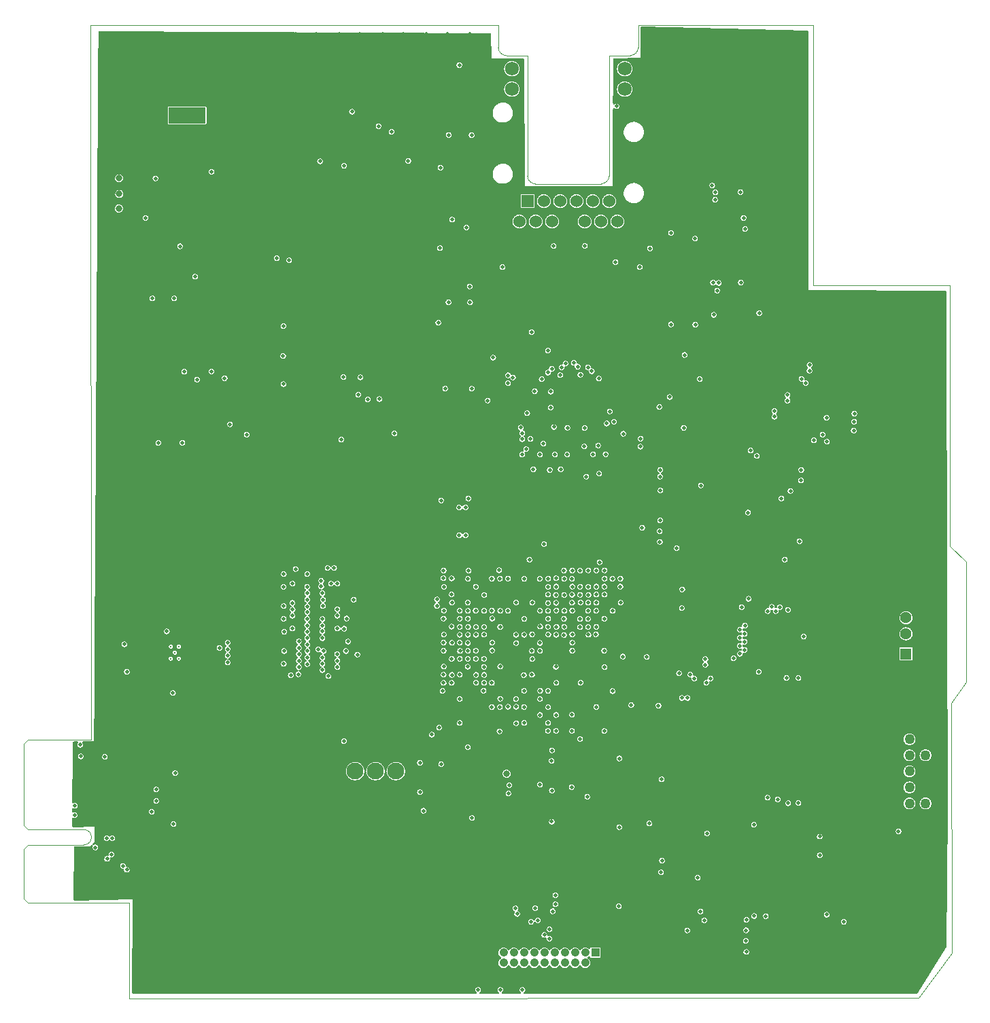
<source format=gbr>
G04 #@! TF.GenerationSoftware,KiCad,Pcbnew,(7.0.0)*
G04 #@! TF.CreationDate,2024-09-24T23:13:17+02:00*
G04 #@! TF.ProjectId,FPGA_dev_board,46504741-5f64-4657-965f-626f6172642e,rev?*
G04 #@! TF.SameCoordinates,Original*
G04 #@! TF.FileFunction,Copper,L4,Inr*
G04 #@! TF.FilePolarity,Positive*
%FSLAX46Y46*%
G04 Gerber Fmt 4.6, Leading zero omitted, Abs format (unit mm)*
G04 Created by KiCad (PCBNEW (7.0.0)) date 2024-09-24 23:13:17*
%MOMM*%
%LPD*%
G01*
G04 APERTURE LIST*
G04 #@! TA.AperFunction,ComponentPad*
%ADD10C,4.500000*%
G04 #@! TD*
G04 #@! TA.AperFunction,ComponentPad*
%ADD11C,0.300000*%
G04 #@! TD*
G04 #@! TA.AperFunction,ComponentPad*
%ADD12C,2.100000*%
G04 #@! TD*
G04 #@! TA.AperFunction,ComponentPad*
%ADD13R,1.530000X1.530000*%
G04 #@! TD*
G04 #@! TA.AperFunction,ComponentPad*
%ADD14C,1.530000*%
G04 #@! TD*
G04 #@! TA.AperFunction,ComponentPad*
%ADD15C,1.725000*%
G04 #@! TD*
G04 #@! TA.AperFunction,ComponentPad*
%ADD16R,4.600000X2.000000*%
G04 #@! TD*
G04 #@! TA.AperFunction,ComponentPad*
%ADD17O,4.200000X2.000000*%
G04 #@! TD*
G04 #@! TA.AperFunction,ComponentPad*
%ADD18O,2.000000X4.200000*%
G04 #@! TD*
G04 #@! TA.AperFunction,ComponentPad*
%ADD19R,1.060000X1.060000*%
G04 #@! TD*
G04 #@! TA.AperFunction,ComponentPad*
%ADD20C,1.060000*%
G04 #@! TD*
G04 #@! TA.AperFunction,ComponentPad*
%ADD21C,1.995000*%
G04 #@! TD*
G04 #@! TA.AperFunction,ComponentPad*
%ADD22C,1.270000*%
G04 #@! TD*
G04 #@! TA.AperFunction,ComponentPad*
%ADD23R,1.428000X1.428000*%
G04 #@! TD*
G04 #@! TA.AperFunction,ComponentPad*
%ADD24C,1.428000*%
G04 #@! TD*
G04 #@! TA.AperFunction,ComponentPad*
%ADD25C,3.346000*%
G04 #@! TD*
G04 #@! TA.AperFunction,ComponentPad*
%ADD26C,0.550000*%
G04 #@! TD*
G04 #@! TA.AperFunction,ViaPad*
%ADD27C,0.500000*%
G04 #@! TD*
G04 #@! TA.AperFunction,ViaPad*
%ADD28C,0.800000*%
G04 #@! TD*
G04 #@! TA.AperFunction,Profile*
%ADD29C,0.100000*%
G04 #@! TD*
G04 #@! TA.AperFunction,Profile*
%ADD30C,0.010000*%
G04 #@! TD*
G04 APERTURE END LIST*
D10*
X81640000Y-125240000D03*
D11*
X55420000Y-198590000D03*
X56420000Y-198590000D03*
X55920000Y-197840000D03*
X55420000Y-197090000D03*
X56420000Y-197090000D03*
D12*
X78370000Y-212590000D03*
X80910000Y-212590000D03*
X83450000Y-212590000D03*
D13*
X99833999Y-141559999D03*
D14*
X101866000Y-141560000D03*
X103898000Y-141560000D03*
X105930000Y-141560000D03*
X107962000Y-141560000D03*
X109994000Y-141560000D03*
X98818000Y-144100000D03*
X100850000Y-144100000D03*
X102882000Y-144100000D03*
X106946000Y-144100000D03*
X108978000Y-144100000D03*
X111010000Y-144100000D03*
D15*
X97889000Y-127590000D03*
X97889000Y-125050000D03*
X111939000Y-127590000D03*
X111939000Y-125050000D03*
D12*
X113069000Y-136230000D03*
X96759000Y-134830000D03*
D16*
X57459999Y-130879999D03*
D17*
X57459999Y-124579999D03*
D18*
X52659999Y-127979999D03*
D10*
X56360000Y-233980000D03*
D19*
X108279999Y-235229999D03*
D20*
X108280000Y-236500000D03*
X107010000Y-235230000D03*
X107010000Y-236500000D03*
X105740000Y-235230000D03*
X105740000Y-236500000D03*
X104470000Y-235230000D03*
X104470000Y-236500000D03*
X103200000Y-235230000D03*
X103200000Y-236500000D03*
X101930000Y-235230000D03*
X101930000Y-236500000D03*
X100660000Y-235230000D03*
X100660000Y-236500000D03*
X99390000Y-235230000D03*
X99390000Y-236500000D03*
X98120000Y-235230000D03*
X98120000Y-236500000D03*
X96850000Y-235230000D03*
X96850000Y-236500000D03*
D21*
X143370000Y-174020000D03*
X143370000Y-159520000D03*
X148320000Y-174620000D03*
X148320000Y-158920000D03*
D22*
X149400000Y-216620000D03*
X149400000Y-214620001D03*
X149400000Y-212620000D03*
X149400000Y-210619999D03*
X149400000Y-208620001D03*
X147399999Y-216620000D03*
X147399999Y-214620001D03*
X147399999Y-212620000D03*
X147399999Y-210619999D03*
X147399999Y-208620001D03*
D10*
X145270000Y-234470000D03*
D23*
X146969999Y-197979999D03*
D24*
X146970000Y-195480000D03*
X146970000Y-193480000D03*
X146970000Y-190980000D03*
D25*
X149970000Y-201050000D03*
X149970000Y-187910000D03*
D12*
X78370000Y-216680000D03*
X80910000Y-216680000D03*
X83450000Y-216680000D03*
D10*
X130270000Y-125210000D03*
D26*
X105795000Y-166885000D03*
X105795000Y-168135000D03*
X104545000Y-166885000D03*
X104545000Y-168135000D03*
D27*
X95407000Y-201600000D03*
X95432000Y-193575000D03*
X99407000Y-195600000D03*
X100382000Y-197625000D03*
X83270000Y-170510000D03*
X96432000Y-203575000D03*
X76650000Y-171260000D03*
X94444500Y-190637500D03*
X96432000Y-199575000D03*
X96432000Y-194625000D03*
X99382000Y-200625000D03*
X97407000Y-192600000D03*
X89070000Y-178860000D03*
X92470000Y-178610000D03*
X98400000Y-203610000D03*
X96307500Y-187560000D03*
X98432000Y-191575000D03*
X98407000Y-195600000D03*
X131070000Y-233680000D03*
X79780000Y-179670000D03*
X79750000Y-134420000D03*
X46760000Y-120740000D03*
X66910000Y-124690000D03*
X81780000Y-222670000D03*
X109620000Y-213490000D03*
X78780000Y-222670000D03*
X92700000Y-120740000D03*
X46660000Y-136900000D03*
X99432000Y-205575000D03*
X146102659Y-239860000D03*
X122984284Y-120810000D03*
X110432000Y-207625000D03*
X102407000Y-201600000D03*
X144060000Y-165540000D03*
X133770000Y-151340000D03*
X58990000Y-165110000D03*
X69502324Y-198512324D03*
X90407000Y-187575000D03*
X102432000Y-203625000D03*
X110420000Y-197590000D03*
X116240000Y-159800000D03*
X123480000Y-145600000D03*
X96432000Y-193650000D03*
X121040000Y-227740000D03*
X91382000Y-207625000D03*
X92950000Y-184560000D03*
X46620000Y-144700000D03*
X96130000Y-157900000D03*
X108210000Y-186790000D03*
X62450000Y-193370000D03*
X141780000Y-193670000D03*
X43647220Y-215858580D03*
X66105304Y-239860000D03*
X127450000Y-182660000D03*
X125675712Y-120810000D03*
X46550000Y-166690000D03*
X77780000Y-224670000D03*
X92700000Y-150890000D03*
X142810000Y-226460000D03*
X46590000Y-155890000D03*
X74810000Y-141680000D03*
X97450000Y-209560000D03*
X59160000Y-196990000D03*
X57829717Y-239860000D03*
X123860233Y-232471734D03*
X126920000Y-219250000D03*
X44930000Y-225790000D03*
X133960000Y-232640000D03*
X87220000Y-120740000D03*
X106432000Y-195600000D03*
X93407000Y-207575000D03*
X89407000Y-205575000D03*
X97407000Y-191600000D03*
X73754500Y-192076088D03*
X134130000Y-198030000D03*
X142780000Y-196670000D03*
X46690000Y-134030000D03*
X105387500Y-200577500D03*
X95432000Y-187625000D03*
X78950000Y-120740000D03*
X112010000Y-202720000D03*
X60780000Y-183670000D03*
X93190000Y-181410000D03*
X142780000Y-193670000D03*
X151280000Y-220730000D03*
X134390000Y-227450000D03*
X123780000Y-132670000D03*
X104410000Y-196590000D03*
X46570000Y-161290000D03*
X59270000Y-193240000D03*
X104407000Y-197600000D03*
X66770000Y-151900000D03*
X123690000Y-193050000D03*
X136291428Y-153560000D03*
X46590000Y-147570000D03*
X81780000Y-181670000D03*
X126780000Y-135670000D03*
X91432000Y-189630000D03*
X104432000Y-189625000D03*
X109382000Y-192575000D03*
X133770000Y-145957140D03*
X89370000Y-169106097D03*
X44620000Y-223000000D03*
X118490000Y-139630000D03*
X112080000Y-220210000D03*
X101130000Y-150490000D03*
X143780000Y-193670000D03*
X97407000Y-199600000D03*
X95432000Y-203575000D03*
X60020000Y-172550000D03*
X143780000Y-196670000D03*
X143795712Y-153560000D03*
X71780000Y-224670000D03*
X96300000Y-160890000D03*
X128220000Y-204900000D03*
X46560000Y-158760000D03*
X117490000Y-161310000D03*
X81820000Y-167550000D03*
X120292856Y-120810000D03*
X92720000Y-161880000D03*
X69440000Y-191230000D03*
X78220000Y-197610000D03*
X137780000Y-193670000D03*
X151360000Y-180531428D03*
X151330000Y-231620000D03*
X62820000Y-120740000D03*
X141372000Y-213448000D03*
X129580000Y-233690000D03*
X109432000Y-204625000D03*
X46640000Y-142300000D03*
X118517355Y-239860000D03*
X46760000Y-122670000D03*
X126690000Y-190610000D03*
X49630000Y-120740000D03*
X75780000Y-181670000D03*
X133750000Y-143780000D03*
X68863833Y-239860000D03*
X77470000Y-171810000D03*
X88173536Y-239860000D03*
X94444500Y-189637500D03*
X140450000Y-228330000D03*
X106407000Y-192600000D03*
X100419500Y-187612500D03*
X138180000Y-221610000D03*
X118780000Y-126670000D03*
X46730000Y-125540000D03*
X116320000Y-171980000D03*
X121780000Y-129670000D03*
X128070000Y-233690000D03*
X133750000Y-128340000D03*
X98382000Y-200600000D03*
X101966181Y-239860000D03*
X132550000Y-205290000D03*
X132310000Y-239860000D03*
X95432000Y-202600000D03*
X123400000Y-153710000D03*
X135068529Y-239860000D03*
X46520000Y-177990000D03*
X110530000Y-157030000D03*
X116727794Y-197046264D03*
X137510000Y-199400000D03*
X117050000Y-203380000D03*
X58290000Y-152520000D03*
X126070000Y-201210000D03*
X46500000Y-174960000D03*
X90930000Y-217400000D03*
X107483239Y-239860000D03*
X68130000Y-120740000D03*
X73780000Y-179670000D03*
X128730000Y-144520000D03*
X43717220Y-212328580D03*
X55380000Y-151290000D03*
X130540000Y-209220000D03*
X46410000Y-200050000D03*
X135720000Y-230490000D03*
X151340000Y-165975716D03*
X95850000Y-173840000D03*
X73530000Y-120740000D03*
X114120000Y-197130000D03*
X100407000Y-192600000D03*
X123820233Y-233791734D03*
X151340000Y-158471432D03*
X46670000Y-139430000D03*
X60780000Y-180670000D03*
X68920000Y-153880000D03*
X106407000Y-202600000D03*
X133750000Y-141088572D03*
X106432000Y-205625000D03*
X75365000Y-190030000D03*
X151360000Y-183032856D03*
X72415000Y-188830000D03*
X124034413Y-239860000D03*
X95410000Y-194600000D03*
X51920000Y-204050000D03*
X66184122Y-202325878D03*
X69440000Y-190455000D03*
X105070000Y-160960000D03*
X60780000Y-189670000D03*
X68780000Y-224670000D03*
X144070000Y-164030000D03*
X107432000Y-188625000D03*
X63780000Y-222670000D03*
X133750000Y-125648572D03*
X105320000Y-154840000D03*
X99432000Y-191625000D03*
X110241768Y-239860000D03*
X98432000Y-188600000D03*
X140585587Y-239860000D03*
X131058568Y-120810000D03*
X52460000Y-197860000D03*
X116780000Y-135670000D03*
X76780000Y-179670000D03*
X85415007Y-239860000D03*
X133750000Y-122957140D03*
X151360000Y-175528572D03*
X52900000Y-193730000D03*
X116780000Y-129670000D03*
X72950000Y-141640000D03*
X99407000Y-201600000D03*
X72780000Y-222670000D03*
X77139420Y-239860000D03*
X98070000Y-164730000D03*
X126650000Y-153210000D03*
X96290000Y-159530000D03*
X88490500Y-196085522D03*
X129780000Y-132670000D03*
X73639998Y-167850000D03*
X107419500Y-208612500D03*
X144070000Y-162530000D03*
X98407000Y-194600000D03*
X46540000Y-164160000D03*
X43627220Y-228318580D03*
X114910000Y-120810000D03*
X94500000Y-168040000D03*
X91432000Y-191600000D03*
X135780000Y-193670000D03*
X133770000Y-133528572D03*
X109382000Y-202575000D03*
X136250000Y-167950000D03*
X133770000Y-130837140D03*
X132060000Y-233810000D03*
X125340000Y-207070000D03*
X102430000Y-199583388D03*
X65690000Y-120740000D03*
X110830000Y-182220000D03*
X100457000Y-207650000D03*
X105330000Y-156450000D03*
X133790000Y-153560000D03*
X60290000Y-120740000D03*
X104724710Y-239860000D03*
X126090000Y-141860000D03*
X63760000Y-147890000D03*
X86780000Y-224670000D03*
X100432000Y-188625000D03*
X65780000Y-224670000D03*
X116990000Y-160730000D03*
X93680000Y-174410000D03*
X137330000Y-195840000D03*
X137827058Y-239860000D03*
X46490000Y-180860000D03*
X58780000Y-182670000D03*
X107444000Y-198611000D03*
X136150000Y-199190000D03*
X99870000Y-175870000D03*
X75780000Y-222670000D03*
X74380891Y-239860000D03*
X138780000Y-193670000D03*
X64090000Y-157070000D03*
X133770000Y-136220000D03*
X151300000Y-153560000D03*
X136160000Y-236720000D03*
X60780000Y-186670000D03*
X133750000Y-231540000D03*
X52160000Y-120740000D03*
X115960000Y-184530000D03*
X62040000Y-164590000D03*
X52312659Y-239860000D03*
X139970000Y-166270000D03*
X133910000Y-200020000D03*
X147220000Y-229230000D03*
X142950000Y-220100000D03*
X104380000Y-186680000D03*
X55071188Y-239860000D03*
X46500000Y-183390000D03*
X98457000Y-198575000D03*
X128367140Y-120810000D03*
X151340000Y-173480000D03*
X147130000Y-223040000D03*
X58780000Y-178670000D03*
X69490000Y-196830000D03*
X96420000Y-206590000D03*
X129551471Y-239860000D03*
X74760000Y-131930000D03*
X90932065Y-239860000D03*
X76400000Y-120740000D03*
X96420000Y-196560000D03*
X93080000Y-183530000D03*
X90390000Y-197605000D03*
X137200000Y-166250000D03*
X123220000Y-142370000D03*
X124136100Y-199520000D03*
X46390000Y-205450000D03*
X122680000Y-231290000D03*
X139780000Y-193670000D03*
X136780000Y-193670000D03*
X60860000Y-193290000D03*
X138500000Y-162670000D03*
X139780000Y-196670000D03*
X66780000Y-222670000D03*
X46360000Y-208320000D03*
X98382000Y-199625000D03*
X64079904Y-164357712D03*
X151340000Y-170978572D03*
X46710000Y-130940000D03*
X133750000Y-138397140D03*
X122780000Y-157699000D03*
X92780000Y-224670000D03*
X46570000Y-152970000D03*
X74821644Y-224669844D03*
X151340000Y-155970000D03*
X140780000Y-196670000D03*
X138780000Y-196670000D03*
X141294284Y-153560000D03*
X146297140Y-153560000D03*
X124350000Y-203210000D03*
X73829500Y-196829500D03*
X144060000Y-170030000D03*
X138792856Y-153560000D03*
X46380000Y-202920000D03*
X55750000Y-141690000D03*
X103382000Y-193625000D03*
X80310000Y-139100000D03*
X64920000Y-141610000D03*
X94540000Y-165510000D03*
X143344116Y-239860000D03*
X91407000Y-187550000D03*
X46530000Y-172090000D03*
X141780000Y-196670000D03*
X97350000Y-211850000D03*
X121780000Y-135670000D03*
X57070000Y-202970000D03*
X92670000Y-217180000D03*
X137880000Y-213448000D03*
X123830000Y-231120000D03*
X103070000Y-150520000D03*
X131130000Y-224360000D03*
X69490000Y-200055000D03*
X62010000Y-146930000D03*
X151340000Y-160972860D03*
X132360000Y-208830000D03*
X82780000Y-179670000D03*
X82656478Y-239860000D03*
X46460000Y-188990000D03*
X55030000Y-120740000D03*
X122880000Y-167970000D03*
X60588246Y-239860000D03*
X87780000Y-222670000D03*
X101370000Y-189590000D03*
X58780000Y-185670000D03*
X102650000Y-186340000D03*
X93407000Y-196600000D03*
X148798568Y-153560000D03*
X96340000Y-162320000D03*
X46600000Y-150100000D03*
X104420000Y-171980000D03*
X90390000Y-192590000D03*
X126792942Y-239860000D03*
X90780000Y-222670000D03*
X65930000Y-150890000D03*
X69860000Y-142730000D03*
X96407000Y-202600000D03*
X58420000Y-202930000D03*
X71000000Y-120740000D03*
X136040000Y-162660000D03*
X92770000Y-129900000D03*
X76165000Y-194030000D03*
X46430000Y-191860000D03*
X90540000Y-169096097D03*
X89821644Y-224669844D03*
X92720000Y-140860000D03*
X74490000Y-165830002D03*
X69780000Y-222670000D03*
X100407000Y-202600000D03*
X71622362Y-239860000D03*
X111394500Y-187612500D03*
X53860000Y-168230000D03*
X80780000Y-224670000D03*
X81820000Y-120740000D03*
X123820233Y-235131734D03*
X97072400Y-219550500D03*
X57420000Y-120740000D03*
X70565000Y-194030000D03*
X95407000Y-199600000D03*
X84350000Y-120740000D03*
X118780000Y-132670000D03*
X83180000Y-134290000D03*
X151340000Y-168477144D03*
X101382000Y-193625000D03*
X58780000Y-188670000D03*
X62920000Y-140870000D03*
X46520000Y-169560000D03*
X103407000Y-206600000D03*
X123780000Y-126670000D03*
X63996200Y-160810000D03*
X69490000Y-188830000D03*
X115758826Y-239860000D03*
X151360000Y-178030000D03*
X114090000Y-202690000D03*
X101230000Y-162290000D03*
X133770000Y-148648572D03*
X63346775Y-239860000D03*
X53890000Y-164350000D03*
X78780000Y-181670000D03*
X100407000Y-196625000D03*
X112810000Y-159250000D03*
X113000297Y-239860000D03*
X91432000Y-188590000D03*
X109720000Y-150540000D03*
X72794713Y-181642756D03*
X69490000Y-192830000D03*
X69990000Y-138120000D03*
X134780000Y-193670000D03*
X77240000Y-188030000D03*
X115630000Y-159140000D03*
X56140000Y-151240000D03*
X59890000Y-200650000D03*
X93110000Y-179300000D03*
X46440000Y-194390000D03*
X133800000Y-223690000D03*
X140780000Y-193670000D03*
X99394000Y-199586000D03*
X126780000Y-129670000D03*
X144020000Y-167030000D03*
X79897949Y-239860000D03*
X46470000Y-186260000D03*
X99432000Y-194625000D03*
X107030000Y-150310000D03*
X117710000Y-153629000D03*
X108960000Y-160600000D03*
X112090000Y-213660000D03*
X89830000Y-120740000D03*
X69950000Y-135910000D03*
X70794713Y-179642756D03*
X121275884Y-239860000D03*
X93430000Y-191590000D03*
X61500000Y-200640000D03*
X138070000Y-235550000D03*
X75750500Y-201725521D03*
X84780000Y-222670000D03*
X97407000Y-196600000D03*
X92432000Y-190625000D03*
X100840000Y-158540000D03*
X118440000Y-151709000D03*
X109408500Y-194601500D03*
X92407000Y-203600000D03*
X46410000Y-197260000D03*
X46740000Y-128070000D03*
X131450000Y-181940000D03*
X69950000Y-140450000D03*
X73980000Y-133110000D03*
X130520000Y-204290000D03*
X151340000Y-163474288D03*
X117601428Y-120810000D03*
X133750000Y-120810000D03*
X83780000Y-224670000D03*
X120240000Y-219870000D03*
X128630000Y-200230000D03*
X121370000Y-230090000D03*
X128690000Y-155529000D03*
X108810000Y-186559500D03*
X122190000Y-220360000D03*
X128060000Y-230660000D03*
X101382000Y-196625000D03*
X99400000Y-202580000D03*
X98432500Y-196632500D03*
X127370000Y-191120000D03*
X117700000Y-156919000D03*
X100407000Y-195575000D03*
X101361921Y-188633502D03*
X120730000Y-156959000D03*
X129520000Y-230680000D03*
X100419500Y-198612500D03*
X123030000Y-155729000D03*
X100432000Y-191600000D03*
X132080000Y-200990000D03*
X78760000Y-165680000D03*
X90450000Y-143860000D03*
X58690000Y-163800000D03*
X69410000Y-160860000D03*
D28*
X49000000Y-140660000D03*
D27*
X69450000Y-157130000D03*
X79030000Y-163510000D03*
X122930000Y-151719000D03*
X123190000Y-141380000D03*
X123450000Y-152699000D03*
X69450000Y-164360000D03*
X122840000Y-139620000D03*
X135500000Y-171370000D03*
D28*
X48980000Y-138700000D03*
D27*
X53130000Y-153680000D03*
X76920000Y-163480000D03*
X77980000Y-130410000D03*
X89580000Y-164910000D03*
X57100000Y-162820000D03*
X79950000Y-166270000D03*
X90000000Y-154170000D03*
D28*
X48960000Y-142470000D03*
D27*
X92875000Y-133315000D03*
X58440000Y-150970000D03*
X88950000Y-147420000D03*
X119050000Y-192280000D03*
X111270000Y-219580000D03*
X121850000Y-231200000D03*
X121420000Y-176990000D03*
X137070000Y-168570000D03*
X114120000Y-182270000D03*
X136570000Y-170650000D03*
X103432000Y-201600000D03*
X111280000Y-211020000D03*
X102610000Y-175050000D03*
X106920000Y-172130000D03*
X116340000Y-175890000D03*
X131870000Y-186230000D03*
X106432000Y-191575000D03*
X119400000Y-160730000D03*
X146040000Y-220120000D03*
X103970000Y-174980000D03*
X107166847Y-175888173D03*
X136220000Y-220750000D03*
X131460000Y-178610000D03*
X121290000Y-163740000D03*
X108770000Y-175520000D03*
X102407000Y-206600000D03*
X96725000Y-149790000D03*
X109407000Y-207600000D03*
X119110000Y-189950000D03*
X109432000Y-199625000D03*
X114690000Y-198380000D03*
X121040000Y-225870000D03*
X106394500Y-208587500D03*
X91350000Y-124590000D03*
X102750000Y-165290000D03*
X105330000Y-214590000D03*
X116150000Y-204430000D03*
X101407000Y-192600000D03*
X94890000Y-166410000D03*
X127020000Y-233760000D03*
X137100000Y-230490000D03*
X126510500Y-192160000D03*
X43470000Y-216919080D03*
X113880000Y-172150000D03*
X103369500Y-199587500D03*
X105407000Y-197600000D03*
X106388500Y-187601500D03*
X132580000Y-177660000D03*
X139230000Y-231380000D03*
X97460000Y-215380000D03*
X98432000Y-206625000D03*
X111710000Y-198320000D03*
X101407000Y-203600000D03*
X113810000Y-149780000D03*
X108407000Y-194600000D03*
X137130000Y-171540000D03*
X125490000Y-198540000D03*
X76980000Y-208860000D03*
X84990000Y-136540000D03*
X108407000Y-204600000D03*
X110432000Y-192625000D03*
X109432000Y-190600000D03*
X111760000Y-170550000D03*
X128020000Y-219270000D03*
X109382000Y-197575000D03*
X118700000Y-200410000D03*
X43440000Y-218090000D03*
X103400000Y-188560000D03*
X118420000Y-184800000D03*
X49950000Y-200220000D03*
X110432000Y-202625000D03*
X74000000Y-136590000D03*
X86440000Y-215230000D03*
X105382000Y-205575000D03*
X99800000Y-167990000D03*
X105407000Y-195575000D03*
X89000000Y-137380000D03*
X127080000Y-235140000D03*
X89070000Y-211730000D03*
X88730000Y-156710000D03*
X127070000Y-232440000D03*
X76990000Y-137160000D03*
X136230000Y-223080000D03*
X106432000Y-201575000D03*
X102883485Y-210012077D03*
X103432000Y-192575000D03*
X127100000Y-231120000D03*
X100570000Y-174970000D03*
X133580000Y-200990000D03*
X134230000Y-195830000D03*
X116350000Y-181350000D03*
X49640000Y-196790000D03*
X44200000Y-210760000D03*
X46030000Y-222110000D03*
X47220000Y-210810000D03*
X60500000Y-137890000D03*
X55850000Y-153680000D03*
X68620000Y-148660000D03*
X70160000Y-148930000D03*
X95407000Y-204600000D03*
X62800000Y-169370000D03*
X91407000Y-192600000D03*
X92920000Y-218440000D03*
X94382000Y-202575000D03*
X69465000Y-189630000D03*
X69527500Y-197630000D03*
X94432000Y-194625000D03*
X77215000Y-197630000D03*
X69490000Y-192030000D03*
X53870000Y-171700000D03*
X76165000Y-194830000D03*
X91407000Y-203600000D03*
X75765000Y-187280000D03*
X91407000Y-195600000D03*
X92407000Y-198600000D03*
X78650000Y-198070500D03*
X70565000Y-193230000D03*
X56870000Y-171670000D03*
X89440000Y-189630000D03*
X91407000Y-206600000D03*
X55690000Y-202860000D03*
X69490000Y-199230000D03*
X70565000Y-194830000D03*
X77310000Y-193580000D03*
X92420000Y-209610000D03*
X89390000Y-200580000D03*
X96350000Y-207640000D03*
X61470000Y-197240000D03*
X69490000Y-188030000D03*
X78194479Y-191229500D03*
X64880000Y-170650000D03*
X100075715Y-186239500D03*
X102720000Y-167280000D03*
X109710000Y-169270000D03*
X100350000Y-157880000D03*
X100740000Y-165240000D03*
X98030000Y-163530000D03*
X116250000Y-167200000D03*
X126920000Y-145030000D03*
X102380000Y-160170000D03*
X126740000Y-143640000D03*
X117710000Y-145510000D03*
X101820000Y-171780000D03*
X106950000Y-169840000D03*
X120710000Y-146220000D03*
X100200000Y-171190000D03*
X93400000Y-189610000D03*
X95407000Y-188600000D03*
X97420000Y-163270000D03*
X99432000Y-188625000D03*
X54930000Y-195180000D03*
X69490000Y-193605000D03*
X77480000Y-196450000D03*
X62490000Y-196600000D03*
X62490000Y-199060000D03*
X62490000Y-198190000D03*
X62490000Y-197390000D03*
X92130000Y-183200000D03*
X92432000Y-188625000D03*
X92120000Y-179720000D03*
X49449732Y-224401092D03*
X91340000Y-183190000D03*
X92502000Y-187610000D03*
X91330000Y-179740000D03*
X49944708Y-224896068D03*
X110080000Y-167760000D03*
X117530000Y-165970000D03*
X106990000Y-147120000D03*
X103100000Y-147150000D03*
X108710000Y-163670000D03*
X101600000Y-163740000D03*
X103910853Y-163238917D03*
X106420000Y-163190609D03*
X116370000Y-175040000D03*
X102407000Y-188600000D03*
X104407000Y-188625000D03*
X116390000Y-177600000D03*
X105407000Y-187600000D03*
X116300000Y-182700000D03*
X116320000Y-184020000D03*
X105382000Y-188625000D03*
X102407000Y-189625000D03*
X133710000Y-183940000D03*
X133910000Y-176370000D03*
X104382000Y-187600000D03*
X44137220Y-209318580D03*
X107280000Y-215780000D03*
X102394500Y-202587500D03*
X55960000Y-212850000D03*
X132300000Y-216600000D03*
X131000000Y-216120000D03*
X102419500Y-204612500D03*
X102860000Y-218890000D03*
X55770000Y-219190000D03*
X129720000Y-215910000D03*
X53597220Y-214888580D03*
X97570000Y-214350000D03*
X101420500Y-202593139D03*
X53047220Y-217668580D03*
X102407000Y-193600000D03*
X102870000Y-215030000D03*
X48022386Y-223003414D03*
X94432000Y-192625000D03*
X95407000Y-192600000D03*
X47492054Y-223533746D03*
X96407000Y-188600000D03*
X48137220Y-220958580D03*
X47437220Y-220958580D03*
X97407000Y-188600000D03*
X133580000Y-216570000D03*
X53597220Y-216308580D03*
X101407000Y-205600000D03*
X102840000Y-211330000D03*
X107845269Y-162755984D03*
X105603285Y-161696560D03*
X107364435Y-162275150D03*
X106084119Y-162177394D03*
X97420000Y-164240000D03*
X95570000Y-161060000D03*
X110790000Y-149150000D03*
X115090000Y-147450000D03*
X110910000Y-129730000D03*
X104090487Y-162284697D03*
X104571321Y-161803863D03*
X102867295Y-162446461D03*
X102386461Y-162927295D03*
X119060000Y-203480000D03*
X134960000Y-161980000D03*
X102382000Y-194600000D03*
X121990000Y-199340000D03*
X130587967Y-167719859D03*
X107432000Y-195600000D03*
X108357000Y-195550000D03*
X130587967Y-168419859D03*
X121990000Y-198640000D03*
X127300000Y-180370000D03*
X140540000Y-168020000D03*
X105407000Y-196600000D03*
X140510000Y-169040000D03*
X127630000Y-172650000D03*
X106369500Y-193637500D03*
X140460000Y-170150000D03*
X128400000Y-173320000D03*
X107369500Y-193637500D03*
X105382000Y-207575000D03*
X102590000Y-232300000D03*
X102560000Y-233480000D03*
X103310000Y-229200000D03*
X101930000Y-233020000D03*
X100280000Y-231390000D03*
X102382000Y-207575000D03*
X103320000Y-228060000D03*
X96449123Y-239860000D03*
X99207652Y-239860000D03*
X93690594Y-239860000D03*
X103407000Y-205603000D03*
X103382000Y-207575000D03*
X102980000Y-230070000D03*
X101130000Y-231200000D03*
X98340000Y-229710000D03*
X98550000Y-230400000D03*
X100800000Y-229670000D03*
X101421000Y-194586000D03*
X134950000Y-162680000D03*
X119760000Y-203480000D03*
X122631799Y-201041467D03*
X133954834Y-163694834D03*
X104382000Y-193625000D03*
X104407000Y-194600000D03*
X134485166Y-164225166D03*
X122101467Y-201571799D03*
X92230000Y-144840000D03*
X123650000Y-151750000D03*
X92650000Y-152180000D03*
X92690000Y-154160000D03*
X123230000Y-140450000D03*
X60490000Y-162790000D03*
X90030000Y-133310000D03*
X116550000Y-213630000D03*
X101390000Y-214280000D03*
X115010000Y-219130000D03*
X99432000Y-193625000D03*
X112760000Y-204360000D03*
X81380000Y-166220000D03*
X52280000Y-143650000D03*
X56560000Y-147180000D03*
X126400000Y-151700000D03*
X126360000Y-140420000D03*
X62130000Y-163620000D03*
X53510000Y-138720000D03*
X82910000Y-132920000D03*
X72440000Y-197630000D03*
X95420000Y-197560000D03*
X90415000Y-200605000D03*
X74315000Y-198455000D03*
X93407000Y-198600000D03*
X72440000Y-198430000D03*
X71365000Y-198030000D03*
X94407000Y-199600000D03*
X90407000Y-201600000D03*
X76165000Y-198830000D03*
X95440000Y-196577000D03*
X71365000Y-198830000D03*
X76165000Y-199630000D03*
X92395000Y-199580000D03*
X71365000Y-199630000D03*
X89250000Y-202590000D03*
X94440000Y-200605000D03*
X75040000Y-200760000D03*
X72415000Y-199255000D03*
X94430000Y-198600000D03*
X74315000Y-196030000D03*
X93394500Y-197587500D03*
X89394500Y-201612500D03*
X74315000Y-199230000D03*
X74440000Y-197630500D03*
X89407000Y-199575000D03*
X71290000Y-200520000D03*
X90407000Y-198600000D03*
X74315000Y-200005000D03*
X94432000Y-201600000D03*
X71365000Y-197230000D03*
X94419500Y-195587500D03*
X91415000Y-200555000D03*
X76140000Y-198005000D03*
X91420000Y-198590000D03*
X72440000Y-196830000D03*
X91432000Y-197625000D03*
X77020000Y-194850000D03*
X70360000Y-200650000D03*
X93382500Y-192605000D03*
X71365000Y-196430000D03*
X72390000Y-194430000D03*
X89394500Y-197587500D03*
X72390000Y-195230000D03*
X92432000Y-197600000D03*
X92432000Y-195600000D03*
X72415000Y-196030000D03*
X69540000Y-195230000D03*
X92407000Y-196625000D03*
X108407000Y-189600000D03*
X110610000Y-169050000D03*
X108394500Y-191612500D03*
X107990000Y-173110000D03*
X103382000Y-191625000D03*
X101910000Y-184290000D03*
X107382000Y-192600000D03*
X113920000Y-171160000D03*
X104394500Y-190637500D03*
X104790000Y-173130000D03*
X96432000Y-192625000D03*
X103369500Y-190637500D03*
X103250000Y-173130000D03*
X105394500Y-190612500D03*
X101400000Y-173130000D03*
X105394500Y-191612500D03*
X99160000Y-173150000D03*
X109560000Y-173100000D03*
X106394500Y-189612500D03*
X133930000Y-175050000D03*
X101407000Y-197600000D03*
X105408500Y-189598500D03*
X100400000Y-200590000D03*
X86440000Y-211550000D03*
X88820000Y-207160000D03*
X96407000Y-204600000D03*
X116580000Y-223750000D03*
X107382000Y-194625000D03*
X106382000Y-194650000D03*
X116470000Y-225220000D03*
X119740000Y-232450000D03*
X104382000Y-195625000D03*
X103446000Y-194614000D03*
X111220000Y-229430000D03*
X74360000Y-192030000D03*
X93432000Y-195600000D03*
X91419500Y-193587500D03*
X72415000Y-191230000D03*
X93440000Y-200605000D03*
X74293434Y-194480000D03*
X74293434Y-195180000D03*
X93440000Y-201575500D03*
X74315000Y-193630000D03*
X91419500Y-194612500D03*
X92444500Y-194637500D03*
X70590000Y-192455000D03*
X75370000Y-189230000D03*
X92400000Y-191590000D03*
X89394500Y-193587500D03*
X74315000Y-190430000D03*
X90394500Y-194587500D03*
X74381811Y-191230000D03*
X72440000Y-190430000D03*
X89419500Y-192587500D03*
X89419500Y-195587500D03*
X76160000Y-192420000D03*
X92419500Y-193587500D03*
X70565000Y-191630000D03*
X89394500Y-196587500D03*
X76165000Y-193230000D03*
X72390000Y-193630500D03*
X93432000Y-194625000D03*
X92432000Y-192625000D03*
X70965000Y-187405000D03*
X74940000Y-187280000D03*
X90407000Y-188575000D03*
X74152875Y-188880000D03*
X88557000Y-191200000D03*
X88557000Y-192000000D03*
X74152875Y-189580000D03*
X70570000Y-189230000D03*
X90394500Y-190562500D03*
X89365000Y-188555000D03*
X72390000Y-189630000D03*
X89394500Y-187587500D03*
X72415000Y-188030000D03*
X76170000Y-189230000D03*
X90426000Y-191591000D03*
X120112512Y-200562512D03*
X132215194Y-165717338D03*
X103407000Y-195600000D03*
X132215194Y-166417338D03*
X102432000Y-195575000D03*
X120607488Y-201057488D03*
X102394500Y-191637500D03*
X99670000Y-172470000D03*
X102382000Y-192625000D03*
X97432000Y-204575000D03*
X87930000Y-208050000D03*
X102407000Y-190600000D03*
X98995000Y-169785000D03*
X103120000Y-169700000D03*
X103410000Y-189600000D03*
X98432000Y-204575000D03*
X99407000Y-204600000D03*
X104432000Y-192625000D03*
X99190000Y-171220000D03*
X129760000Y-192650000D03*
X106382000Y-190625000D03*
X99190000Y-170480000D03*
X105407000Y-192600000D03*
X86890000Y-217540000D03*
X81290000Y-132210000D03*
X92900000Y-164930000D03*
X126880000Y-195480000D03*
X111407000Y-189600000D03*
X107407000Y-189625000D03*
X104810000Y-169790000D03*
X119290000Y-169800000D03*
X107394500Y-191612500D03*
X126290000Y-196000000D03*
X109407000Y-189600000D03*
X107432000Y-190625000D03*
X108630000Y-172020000D03*
X108407000Y-190600000D03*
X126870000Y-196470000D03*
X99432000Y-206600000D03*
D28*
X97240000Y-212930000D03*
D27*
X110407000Y-188625000D03*
X126300000Y-194970000D03*
X126910000Y-194460000D03*
X111407000Y-188600000D03*
X109407000Y-193600000D03*
X126300000Y-197970000D03*
X108382000Y-192600000D03*
X126870000Y-197480000D03*
X111432000Y-191600000D03*
X126270000Y-196980000D03*
X109432000Y-188600000D03*
X130260000Y-192130000D03*
X130750000Y-192650000D03*
X109432000Y-187575000D03*
X108407000Y-187575000D03*
X131260000Y-192160000D03*
X107407000Y-187575000D03*
X132270000Y-192490000D03*
X72421858Y-192780000D03*
X90419500Y-196612500D03*
X91407000Y-196575000D03*
X72421858Y-192080000D03*
X73790000Y-197430000D03*
G04 #@! TA.AperFunction,Conductor*
G36*
X134669125Y-120287102D02*
G01*
X134696198Y-120290762D01*
X134721816Y-120300263D01*
X134744731Y-120315145D01*
X134763831Y-120334684D01*
X134778188Y-120357932D01*
X134787105Y-120383759D01*
X134790149Y-120410913D01*
X134829991Y-152623076D01*
X134830000Y-152630000D01*
X151887193Y-152759070D01*
X151914590Y-152762348D01*
X151940589Y-152771607D01*
X151963896Y-152786386D01*
X151983357Y-152805955D01*
X151998007Y-152829344D01*
X152007122Y-152855393D01*
X152010249Y-152882814D01*
X152089999Y-192089978D01*
X152090000Y-192089987D01*
X152090000Y-192090000D01*
X152219994Y-217479023D01*
X152219990Y-217480899D01*
X152050348Y-234425159D01*
X152048061Y-234447656D01*
X152041726Y-234469362D01*
X152031556Y-234489558D01*
X148386435Y-240331604D01*
X148371067Y-240351438D01*
X148352021Y-240367773D01*
X148330077Y-240379939D01*
X148306133Y-240387438D01*
X148281170Y-240389964D01*
X99491072Y-240365013D01*
X99462664Y-240361700D01*
X99435771Y-240351967D01*
X99411823Y-240336331D01*
X99392094Y-240315625D01*
X99377635Y-240290949D01*
X99369213Y-240263617D01*
X99367277Y-240235083D01*
X99371930Y-240206863D01*
X99382925Y-240180461D01*
X99399676Y-240157280D01*
X99421293Y-240138553D01*
X99426798Y-240134800D01*
X99465307Y-240099069D01*
X99498061Y-240057997D01*
X99524327Y-240012503D01*
X99543520Y-239963601D01*
X99555209Y-239912386D01*
X99559135Y-239860000D01*
X99555209Y-239807614D01*
X99543520Y-239756399D01*
X99524327Y-239707497D01*
X99498061Y-239662003D01*
X99465307Y-239620931D01*
X99426798Y-239585200D01*
X99422973Y-239582592D01*
X99422968Y-239582588D01*
X99387224Y-239558218D01*
X99387221Y-239558216D01*
X99383394Y-239555607D01*
X99378427Y-239553215D01*
X99340243Y-239534826D01*
X99340232Y-239534821D01*
X99336063Y-239532814D01*
X99285864Y-239517329D01*
X99281273Y-239516637D01*
X99238504Y-239510191D01*
X99238501Y-239510190D01*
X99233918Y-239509500D01*
X99181386Y-239509500D01*
X99176803Y-239510190D01*
X99176799Y-239510191D01*
X99134030Y-239516637D01*
X99134027Y-239516637D01*
X99129440Y-239517329D01*
X99125012Y-239518694D01*
X99125007Y-239518696D01*
X99083667Y-239531448D01*
X99083658Y-239531451D01*
X99079241Y-239532814D01*
X99075076Y-239534819D01*
X99075065Y-239534824D01*
X99036096Y-239553591D01*
X99036089Y-239553594D01*
X99031911Y-239555607D01*
X98988506Y-239585200D01*
X98985114Y-239588346D01*
X98985108Y-239588352D01*
X98953398Y-239617775D01*
X98949997Y-239620931D01*
X98947107Y-239624553D01*
X98947104Y-239624558D01*
X98920135Y-239658376D01*
X98917243Y-239662003D01*
X98914924Y-239666019D01*
X98914923Y-239666021D01*
X98893297Y-239703477D01*
X98893292Y-239703486D01*
X98890977Y-239707497D01*
X98889283Y-239711811D01*
X98889281Y-239711817D01*
X98873480Y-239752075D01*
X98873476Y-239752087D01*
X98871784Y-239756399D01*
X98870750Y-239760927D01*
X98870750Y-239760929D01*
X98861128Y-239803085D01*
X98861126Y-239803093D01*
X98860095Y-239807614D01*
X98859748Y-239812232D01*
X98859747Y-239812245D01*
X98856552Y-239854881D01*
X98856169Y-239860000D01*
X98856516Y-239864630D01*
X98859747Y-239907754D01*
X98859748Y-239907765D01*
X98860095Y-239912386D01*
X98871784Y-239963601D01*
X98873477Y-239967915D01*
X98873480Y-239967924D01*
X98889281Y-240008182D01*
X98890977Y-240012503D01*
X98917243Y-240057997D01*
X98949997Y-240099069D01*
X98988506Y-240134800D01*
X98992334Y-240137410D01*
X98992337Y-240137412D01*
X98993595Y-240138270D01*
X98995700Y-240140094D01*
X98995968Y-240140308D01*
X98995959Y-240140318D01*
X99015216Y-240157007D01*
X99031968Y-240180200D01*
X99042959Y-240206615D01*
X99047603Y-240234847D01*
X99045653Y-240263391D01*
X99037212Y-240290728D01*
X99022731Y-240315403D01*
X99002981Y-240336103D01*
X98979011Y-240351724D01*
X98952100Y-240361437D01*
X98923679Y-240364723D01*
X96734611Y-240363603D01*
X96706202Y-240360290D01*
X96679308Y-240350556D01*
X96655360Y-240334920D01*
X96635631Y-240314213D01*
X96621172Y-240289536D01*
X96612751Y-240262203D01*
X96610816Y-240233667D01*
X96615471Y-240205448D01*
X96626467Y-240179045D01*
X96643220Y-240155864D01*
X96660960Y-240140497D01*
X96660808Y-240140307D01*
X96664438Y-240137412D01*
X96668269Y-240134800D01*
X96706778Y-240099069D01*
X96739532Y-240057997D01*
X96765798Y-240012503D01*
X96784991Y-239963601D01*
X96796680Y-239912386D01*
X96800606Y-239860000D01*
X96796680Y-239807614D01*
X96784991Y-239756399D01*
X96765798Y-239707497D01*
X96739532Y-239662003D01*
X96706778Y-239620931D01*
X96668269Y-239585200D01*
X96664444Y-239582592D01*
X96664439Y-239582588D01*
X96628695Y-239558218D01*
X96628692Y-239558216D01*
X96624865Y-239555607D01*
X96619898Y-239553215D01*
X96581714Y-239534826D01*
X96581703Y-239534821D01*
X96577534Y-239532814D01*
X96527335Y-239517329D01*
X96522744Y-239516637D01*
X96479975Y-239510191D01*
X96479972Y-239510190D01*
X96475389Y-239509500D01*
X96422857Y-239509500D01*
X96418274Y-239510190D01*
X96418270Y-239510191D01*
X96375501Y-239516637D01*
X96375498Y-239516637D01*
X96370911Y-239517329D01*
X96366483Y-239518694D01*
X96366478Y-239518696D01*
X96325138Y-239531448D01*
X96325129Y-239531451D01*
X96320712Y-239532814D01*
X96316547Y-239534819D01*
X96316536Y-239534824D01*
X96277567Y-239553591D01*
X96277560Y-239553594D01*
X96273382Y-239555607D01*
X96229977Y-239585200D01*
X96226585Y-239588346D01*
X96226579Y-239588352D01*
X96194869Y-239617775D01*
X96191468Y-239620931D01*
X96188578Y-239624553D01*
X96188575Y-239624558D01*
X96161606Y-239658376D01*
X96158714Y-239662003D01*
X96156395Y-239666019D01*
X96156394Y-239666021D01*
X96134768Y-239703477D01*
X96134763Y-239703486D01*
X96132448Y-239707497D01*
X96130754Y-239711811D01*
X96130752Y-239711817D01*
X96114951Y-239752075D01*
X96114947Y-239752087D01*
X96113255Y-239756399D01*
X96112221Y-239760927D01*
X96112221Y-239760929D01*
X96102599Y-239803085D01*
X96102597Y-239803093D01*
X96101566Y-239807614D01*
X96101219Y-239812232D01*
X96101218Y-239812245D01*
X96098023Y-239854881D01*
X96097640Y-239860000D01*
X96097987Y-239864630D01*
X96101218Y-239907754D01*
X96101219Y-239907765D01*
X96101566Y-239912386D01*
X96113255Y-239963601D01*
X96114948Y-239967915D01*
X96114951Y-239967924D01*
X96130752Y-240008182D01*
X96132448Y-240012503D01*
X96158714Y-240057997D01*
X96191468Y-240099069D01*
X96229977Y-240134800D01*
X96233805Y-240137410D01*
X96237439Y-240140308D01*
X96237249Y-240140545D01*
X96254616Y-240155595D01*
X96271369Y-240178788D01*
X96282359Y-240205203D01*
X96287003Y-240233435D01*
X96285053Y-240261979D01*
X96276612Y-240289316D01*
X96262131Y-240313991D01*
X96242381Y-240334691D01*
X96218411Y-240350312D01*
X96191500Y-240360025D01*
X96163079Y-240363311D01*
X93978149Y-240362194D01*
X93949739Y-240358881D01*
X93922844Y-240349146D01*
X93898895Y-240333509D01*
X93879166Y-240312800D01*
X93864707Y-240288121D01*
X93856287Y-240260786D01*
X93854355Y-240232249D01*
X93859012Y-240204029D01*
X93870011Y-240177626D01*
X93886767Y-240154446D01*
X93902611Y-240140723D01*
X93902279Y-240140307D01*
X93905909Y-240137412D01*
X93909740Y-240134800D01*
X93948249Y-240099069D01*
X93981003Y-240057997D01*
X94007269Y-240012503D01*
X94026462Y-239963601D01*
X94038151Y-239912386D01*
X94042077Y-239860000D01*
X94038151Y-239807614D01*
X94026462Y-239756399D01*
X94007269Y-239707497D01*
X93981003Y-239662003D01*
X93948249Y-239620931D01*
X93909740Y-239585200D01*
X93905915Y-239582592D01*
X93905910Y-239582588D01*
X93870166Y-239558218D01*
X93870163Y-239558216D01*
X93866336Y-239555607D01*
X93861369Y-239553215D01*
X93823185Y-239534826D01*
X93823174Y-239534821D01*
X93819005Y-239532814D01*
X93768806Y-239517329D01*
X93764215Y-239516637D01*
X93721446Y-239510191D01*
X93721443Y-239510190D01*
X93716860Y-239509500D01*
X93664328Y-239509500D01*
X93659745Y-239510190D01*
X93659741Y-239510191D01*
X93616972Y-239516637D01*
X93616969Y-239516637D01*
X93612382Y-239517329D01*
X93607954Y-239518694D01*
X93607949Y-239518696D01*
X93566609Y-239531448D01*
X93566600Y-239531451D01*
X93562183Y-239532814D01*
X93558018Y-239534819D01*
X93558007Y-239534824D01*
X93519038Y-239553591D01*
X93519031Y-239553594D01*
X93514853Y-239555607D01*
X93471448Y-239585200D01*
X93468056Y-239588346D01*
X93468050Y-239588352D01*
X93436340Y-239617775D01*
X93432939Y-239620931D01*
X93430049Y-239624553D01*
X93430046Y-239624558D01*
X93403077Y-239658376D01*
X93400185Y-239662003D01*
X93397866Y-239666019D01*
X93397865Y-239666021D01*
X93376239Y-239703477D01*
X93376234Y-239703486D01*
X93373919Y-239707497D01*
X93372225Y-239711811D01*
X93372223Y-239711817D01*
X93356422Y-239752075D01*
X93356418Y-239752087D01*
X93354726Y-239756399D01*
X93353692Y-239760927D01*
X93353692Y-239760929D01*
X93344070Y-239803085D01*
X93344068Y-239803093D01*
X93343037Y-239807614D01*
X93342690Y-239812232D01*
X93342689Y-239812245D01*
X93339494Y-239854881D01*
X93339111Y-239860000D01*
X93339458Y-239864630D01*
X93342689Y-239907754D01*
X93342690Y-239907765D01*
X93343037Y-239912386D01*
X93354726Y-239963601D01*
X93356419Y-239967915D01*
X93356422Y-239967924D01*
X93372223Y-240008182D01*
X93373919Y-240012503D01*
X93400185Y-240057997D01*
X93432939Y-240099069D01*
X93471448Y-240134800D01*
X93475276Y-240137410D01*
X93478910Y-240140308D01*
X93478540Y-240140771D01*
X93494017Y-240154184D01*
X93510769Y-240177377D01*
X93521759Y-240203792D01*
X93526403Y-240232023D01*
X93524452Y-240260567D01*
X93516012Y-240287904D01*
X93501531Y-240312579D01*
X93481780Y-240333279D01*
X93457811Y-240348900D01*
X93430900Y-240358613D01*
X93402479Y-240361899D01*
X50704782Y-240340063D01*
X50677082Y-240336915D01*
X50650786Y-240327659D01*
X50627222Y-240312762D01*
X50607581Y-240292977D01*
X50592857Y-240269305D01*
X50583793Y-240242941D01*
X50580848Y-240215226D01*
X50606122Y-236500000D01*
X96218507Y-236500000D01*
X96222478Y-236570705D01*
X96223057Y-236574115D01*
X96223059Y-236574129D01*
X96233757Y-236637094D01*
X96233760Y-236637109D01*
X96234340Y-236640520D01*
X96235298Y-236643847D01*
X96235301Y-236643858D01*
X96252979Y-236705220D01*
X96253944Y-236708569D01*
X96255274Y-236711781D01*
X96255278Y-236711791D01*
X96279706Y-236770766D01*
X96279709Y-236770773D01*
X96281044Y-236773995D01*
X96282729Y-236777043D01*
X96282733Y-236777052D01*
X96313618Y-236832933D01*
X96313623Y-236832942D01*
X96315300Y-236835975D01*
X96317308Y-236838806D01*
X96317310Y-236838808D01*
X96354261Y-236890886D01*
X96356279Y-236893729D01*
X96403467Y-236946533D01*
X96456271Y-236993721D01*
X96514025Y-237034700D01*
X96576005Y-237068956D01*
X96641431Y-237096056D01*
X96709480Y-237115660D01*
X96779295Y-237127522D01*
X96850000Y-237131493D01*
X96920705Y-237127522D01*
X96990520Y-237115660D01*
X97058569Y-237096056D01*
X97123995Y-237068956D01*
X97185975Y-237034700D01*
X97243729Y-236993721D01*
X97296533Y-236946533D01*
X97343721Y-236893729D01*
X97383871Y-236837144D01*
X97403678Y-236815290D01*
X97428086Y-236798732D01*
X97455715Y-236788407D01*
X97485000Y-236784899D01*
X97514285Y-236788407D01*
X97541914Y-236798732D01*
X97566322Y-236815290D01*
X97586129Y-236837144D01*
X97624261Y-236890886D01*
X97624267Y-236890894D01*
X97626279Y-236893729D01*
X97673467Y-236946533D01*
X97726271Y-236993721D01*
X97784025Y-237034700D01*
X97846005Y-237068956D01*
X97911431Y-237096056D01*
X97979480Y-237115660D01*
X98049295Y-237127522D01*
X98120000Y-237131493D01*
X98190705Y-237127522D01*
X98260520Y-237115660D01*
X98328569Y-237096056D01*
X98393995Y-237068956D01*
X98455975Y-237034700D01*
X98513729Y-236993721D01*
X98566533Y-236946533D01*
X98613721Y-236893729D01*
X98653871Y-236837144D01*
X98673678Y-236815290D01*
X98698086Y-236798732D01*
X98725715Y-236788407D01*
X98755000Y-236784899D01*
X98784285Y-236788407D01*
X98811914Y-236798732D01*
X98836322Y-236815290D01*
X98856129Y-236837144D01*
X98894261Y-236890886D01*
X98894267Y-236890894D01*
X98896279Y-236893729D01*
X98943467Y-236946533D01*
X98996271Y-236993721D01*
X99054025Y-237034700D01*
X99116005Y-237068956D01*
X99181431Y-237096056D01*
X99249480Y-237115660D01*
X99319295Y-237127522D01*
X99390000Y-237131493D01*
X99460705Y-237127522D01*
X99530520Y-237115660D01*
X99598569Y-237096056D01*
X99663995Y-237068956D01*
X99725975Y-237034700D01*
X99783729Y-236993721D01*
X99836533Y-236946533D01*
X99883721Y-236893729D01*
X99923871Y-236837144D01*
X99943678Y-236815290D01*
X99968086Y-236798732D01*
X99995715Y-236788407D01*
X100025000Y-236784899D01*
X100054285Y-236788407D01*
X100081914Y-236798732D01*
X100106322Y-236815290D01*
X100126129Y-236837144D01*
X100164261Y-236890886D01*
X100164267Y-236890894D01*
X100166279Y-236893729D01*
X100213467Y-236946533D01*
X100266271Y-236993721D01*
X100324025Y-237034700D01*
X100386005Y-237068956D01*
X100451431Y-237096056D01*
X100519480Y-237115660D01*
X100589295Y-237127522D01*
X100660000Y-237131493D01*
X100730705Y-237127522D01*
X100800520Y-237115660D01*
X100868569Y-237096056D01*
X100933995Y-237068956D01*
X100995975Y-237034700D01*
X101053729Y-236993721D01*
X101106533Y-236946533D01*
X101153721Y-236893729D01*
X101193871Y-236837144D01*
X101213678Y-236815290D01*
X101238086Y-236798732D01*
X101265715Y-236788407D01*
X101295000Y-236784899D01*
X101324285Y-236788407D01*
X101351914Y-236798732D01*
X101376322Y-236815290D01*
X101396129Y-236837144D01*
X101434261Y-236890886D01*
X101434267Y-236890894D01*
X101436279Y-236893729D01*
X101483467Y-236946533D01*
X101536271Y-236993721D01*
X101594025Y-237034700D01*
X101656005Y-237068956D01*
X101721431Y-237096056D01*
X101789480Y-237115660D01*
X101859295Y-237127522D01*
X101930000Y-237131493D01*
X102000705Y-237127522D01*
X102070520Y-237115660D01*
X102138569Y-237096056D01*
X102203995Y-237068956D01*
X102265975Y-237034700D01*
X102323729Y-236993721D01*
X102376533Y-236946533D01*
X102423721Y-236893729D01*
X102463871Y-236837144D01*
X102483678Y-236815290D01*
X102508086Y-236798732D01*
X102535715Y-236788407D01*
X102565000Y-236784899D01*
X102594285Y-236788407D01*
X102621914Y-236798732D01*
X102646322Y-236815290D01*
X102666129Y-236837144D01*
X102704261Y-236890886D01*
X102704267Y-236890894D01*
X102706279Y-236893729D01*
X102753467Y-236946533D01*
X102806271Y-236993721D01*
X102864025Y-237034700D01*
X102926005Y-237068956D01*
X102991431Y-237096056D01*
X103059480Y-237115660D01*
X103129295Y-237127522D01*
X103200000Y-237131493D01*
X103270705Y-237127522D01*
X103340520Y-237115660D01*
X103408569Y-237096056D01*
X103473995Y-237068956D01*
X103535975Y-237034700D01*
X103593729Y-236993721D01*
X103646533Y-236946533D01*
X103693721Y-236893729D01*
X103733871Y-236837144D01*
X103753678Y-236815290D01*
X103778086Y-236798732D01*
X103805715Y-236788407D01*
X103835000Y-236784899D01*
X103864285Y-236788407D01*
X103891914Y-236798732D01*
X103916322Y-236815290D01*
X103936129Y-236837144D01*
X103974261Y-236890886D01*
X103974267Y-236890894D01*
X103976279Y-236893729D01*
X104023467Y-236946533D01*
X104076271Y-236993721D01*
X104134025Y-237034700D01*
X104196005Y-237068956D01*
X104261431Y-237096056D01*
X104329480Y-237115660D01*
X104399295Y-237127522D01*
X104470000Y-237131493D01*
X104540705Y-237127522D01*
X104610520Y-237115660D01*
X104678569Y-237096056D01*
X104743995Y-237068956D01*
X104805975Y-237034700D01*
X104863729Y-236993721D01*
X104916533Y-236946533D01*
X104963721Y-236893729D01*
X105003871Y-236837144D01*
X105023678Y-236815290D01*
X105048086Y-236798732D01*
X105075715Y-236788407D01*
X105105000Y-236784899D01*
X105134285Y-236788407D01*
X105161914Y-236798732D01*
X105186322Y-236815290D01*
X105206129Y-236837144D01*
X105244261Y-236890886D01*
X105244267Y-236890894D01*
X105246279Y-236893729D01*
X105293467Y-236946533D01*
X105346271Y-236993721D01*
X105404025Y-237034700D01*
X105466005Y-237068956D01*
X105531431Y-237096056D01*
X105599480Y-237115660D01*
X105669295Y-237127522D01*
X105740000Y-237131493D01*
X105810705Y-237127522D01*
X105880520Y-237115660D01*
X105948569Y-237096056D01*
X106013995Y-237068956D01*
X106075975Y-237034700D01*
X106133729Y-236993721D01*
X106186533Y-236946533D01*
X106233721Y-236893729D01*
X106273871Y-236837144D01*
X106293678Y-236815290D01*
X106318086Y-236798732D01*
X106345715Y-236788407D01*
X106375000Y-236784899D01*
X106404285Y-236788407D01*
X106431914Y-236798732D01*
X106456322Y-236815290D01*
X106476129Y-236837144D01*
X106514261Y-236890886D01*
X106514267Y-236890894D01*
X106516279Y-236893729D01*
X106563467Y-236946533D01*
X106616271Y-236993721D01*
X106674025Y-237034700D01*
X106736005Y-237068956D01*
X106801431Y-237096056D01*
X106869480Y-237115660D01*
X106939295Y-237127522D01*
X107010000Y-237131493D01*
X107080705Y-237127522D01*
X107150520Y-237115660D01*
X107218569Y-237096056D01*
X107283995Y-237068956D01*
X107345975Y-237034700D01*
X107403729Y-236993721D01*
X107456533Y-236946533D01*
X107503721Y-236893729D01*
X107544700Y-236835975D01*
X107578956Y-236773995D01*
X107606056Y-236708569D01*
X107625660Y-236640520D01*
X107637522Y-236570705D01*
X107641493Y-236500000D01*
X107637522Y-236429295D01*
X107625660Y-236359480D01*
X107606056Y-236291431D01*
X107578956Y-236226005D01*
X107565284Y-236201268D01*
X107546381Y-236167066D01*
X107546378Y-236167062D01*
X107544700Y-236164025D01*
X107503721Y-236106271D01*
X107456533Y-236053467D01*
X107403729Y-236006279D01*
X107400894Y-236004267D01*
X107400886Y-236004261D01*
X107347144Y-235966129D01*
X107325290Y-235946322D01*
X107308732Y-235921914D01*
X107298407Y-235894285D01*
X107294899Y-235865000D01*
X107298407Y-235835715D01*
X107308732Y-235808086D01*
X107325290Y-235783678D01*
X107347144Y-235763871D01*
X107400886Y-235725738D01*
X107403729Y-235723721D01*
X107443474Y-235688203D01*
X107468863Y-235670665D01*
X107497809Y-235659937D01*
X107528509Y-235656693D01*
X107559058Y-235661131D01*
X107587564Y-235672979D01*
X107612260Y-235691501D01*
X107631616Y-235715549D01*
X107644432Y-235743633D01*
X107649125Y-235769650D01*
X107649500Y-235769610D01*
X107649957Y-235773869D01*
X107649958Y-235773875D01*
X107650787Y-235781582D01*
X107660887Y-235808660D01*
X107663539Y-235812202D01*
X107663543Y-235812209D01*
X107673337Y-235825293D01*
X107678205Y-235831795D01*
X107683442Y-235835715D01*
X107697790Y-235846456D01*
X107697793Y-235846458D01*
X107701340Y-235849113D01*
X107728418Y-235859213D01*
X107740390Y-235860500D01*
X108816300Y-235860500D01*
X108819610Y-235860500D01*
X108831582Y-235859213D01*
X108858660Y-235849113D01*
X108881795Y-235831795D01*
X108899113Y-235808660D01*
X108909213Y-235781582D01*
X108910500Y-235769610D01*
X108910500Y-235140000D01*
X126728517Y-235140000D01*
X126728864Y-235144630D01*
X126732095Y-235187754D01*
X126732096Y-235187765D01*
X126732443Y-235192386D01*
X126744132Y-235243601D01*
X126745825Y-235247915D01*
X126745828Y-235247924D01*
X126758456Y-235280098D01*
X126763325Y-235292503D01*
X126789591Y-235337997D01*
X126822345Y-235379069D01*
X126860854Y-235414800D01*
X126904259Y-235444393D01*
X126951589Y-235467186D01*
X127001788Y-235482671D01*
X127053734Y-235490500D01*
X127101629Y-235490500D01*
X127106266Y-235490500D01*
X127158212Y-235482671D01*
X127208411Y-235467186D01*
X127255742Y-235444393D01*
X127299146Y-235414800D01*
X127337655Y-235379069D01*
X127370409Y-235337997D01*
X127396675Y-235292503D01*
X127415868Y-235243601D01*
X127427557Y-235192386D01*
X127431483Y-235140000D01*
X127427557Y-235087614D01*
X127415868Y-235036399D01*
X127396675Y-234987497D01*
X127370409Y-234942003D01*
X127337655Y-234900931D01*
X127299146Y-234865200D01*
X127295321Y-234862592D01*
X127295316Y-234862588D01*
X127259572Y-234838218D01*
X127259569Y-234838216D01*
X127255742Y-234835607D01*
X127250775Y-234833215D01*
X127212591Y-234814826D01*
X127212580Y-234814821D01*
X127208411Y-234812814D01*
X127167072Y-234800062D01*
X127162644Y-234798696D01*
X127162642Y-234798695D01*
X127158212Y-234797329D01*
X127153621Y-234796637D01*
X127110852Y-234790191D01*
X127110849Y-234790190D01*
X127106266Y-234789500D01*
X127053734Y-234789500D01*
X127049151Y-234790190D01*
X127049147Y-234790191D01*
X127006378Y-234796637D01*
X127006375Y-234796637D01*
X127001788Y-234797329D01*
X126997360Y-234798694D01*
X126997355Y-234798696D01*
X126956015Y-234811448D01*
X126956006Y-234811451D01*
X126951589Y-234812814D01*
X126947424Y-234814819D01*
X126947413Y-234814824D01*
X126908444Y-234833591D01*
X126908437Y-234833594D01*
X126904259Y-234835607D01*
X126900426Y-234838220D01*
X126900423Y-234838222D01*
X126899121Y-234839110D01*
X126860854Y-234865200D01*
X126857462Y-234868346D01*
X126857456Y-234868352D01*
X126826510Y-234897066D01*
X126822345Y-234900931D01*
X126819455Y-234904553D01*
X126819452Y-234904558D01*
X126792483Y-234938376D01*
X126789591Y-234942003D01*
X126787272Y-234946019D01*
X126787271Y-234946021D01*
X126765645Y-234983477D01*
X126765640Y-234983486D01*
X126763325Y-234987497D01*
X126761631Y-234991811D01*
X126761629Y-234991817D01*
X126745828Y-235032075D01*
X126745824Y-235032087D01*
X126744132Y-235036399D01*
X126743098Y-235040927D01*
X126743098Y-235040929D01*
X126733476Y-235083085D01*
X126733474Y-235083093D01*
X126732443Y-235087614D01*
X126732096Y-235092232D01*
X126732095Y-235092245D01*
X126732046Y-235092905D01*
X126728517Y-235140000D01*
X108910500Y-235140000D01*
X108910500Y-234690390D01*
X108909213Y-234678418D01*
X108899113Y-234651340D01*
X108881795Y-234628205D01*
X108864557Y-234615301D01*
X108862209Y-234613543D01*
X108862202Y-234613539D01*
X108858660Y-234610887D01*
X108846720Y-234606433D01*
X108838851Y-234603498D01*
X108838848Y-234603497D01*
X108831582Y-234600787D01*
X108823875Y-234599958D01*
X108823869Y-234599957D01*
X108822897Y-234599853D01*
X108822890Y-234599852D01*
X108819610Y-234599500D01*
X107740390Y-234599500D01*
X107737110Y-234599852D01*
X107737102Y-234599853D01*
X107736130Y-234599957D01*
X107736122Y-234599958D01*
X107728418Y-234600787D01*
X107721153Y-234603496D01*
X107721148Y-234603498D01*
X107705490Y-234609339D01*
X107701340Y-234610887D01*
X107697803Y-234613534D01*
X107697790Y-234613543D01*
X107681755Y-234625547D01*
X107681749Y-234625551D01*
X107678205Y-234628205D01*
X107675551Y-234631749D01*
X107675547Y-234631755D01*
X107663543Y-234647790D01*
X107663534Y-234647803D01*
X107660887Y-234651340D01*
X107659339Y-234655489D01*
X107659339Y-234655490D01*
X107653498Y-234671148D01*
X107653496Y-234671153D01*
X107650787Y-234678418D01*
X107649958Y-234686122D01*
X107649957Y-234686130D01*
X107649500Y-234690390D01*
X107649126Y-234690349D01*
X107644431Y-234716368D01*
X107631615Y-234744452D01*
X107612259Y-234768499D01*
X107587563Y-234787021D01*
X107559058Y-234798868D01*
X107528509Y-234803306D01*
X107497810Y-234800062D01*
X107468864Y-234789335D01*
X107443470Y-234771793D01*
X107403729Y-234736279D01*
X107400899Y-234734271D01*
X107400894Y-234734267D01*
X107348808Y-234697310D01*
X107348806Y-234697308D01*
X107345975Y-234695300D01*
X107342942Y-234693623D01*
X107342933Y-234693618D01*
X107287052Y-234662733D01*
X107287043Y-234662729D01*
X107283995Y-234661044D01*
X107280773Y-234659709D01*
X107280766Y-234659706D01*
X107221791Y-234635278D01*
X107221781Y-234635274D01*
X107218569Y-234633944D01*
X107215223Y-234632980D01*
X107215220Y-234632979D01*
X107153858Y-234615301D01*
X107153847Y-234615298D01*
X107150520Y-234614340D01*
X107147109Y-234613760D01*
X107147094Y-234613757D01*
X107084129Y-234603059D01*
X107084115Y-234603057D01*
X107080705Y-234602478D01*
X107077241Y-234602283D01*
X107077237Y-234602283D01*
X107013472Y-234598702D01*
X107010000Y-234598507D01*
X107006528Y-234598702D01*
X106942762Y-234602283D01*
X106942756Y-234602283D01*
X106939295Y-234602478D01*
X106935886Y-234603057D01*
X106935870Y-234603059D01*
X106872905Y-234613757D01*
X106872886Y-234613761D01*
X106869480Y-234614340D01*
X106866156Y-234615297D01*
X106866141Y-234615301D01*
X106804779Y-234632979D01*
X106804771Y-234632981D01*
X106801431Y-234633944D01*
X106798223Y-234635272D01*
X106798208Y-234635278D01*
X106739233Y-234659706D01*
X106739219Y-234659712D01*
X106736005Y-234661044D01*
X106732963Y-234662725D01*
X106732947Y-234662733D01*
X106677066Y-234693618D01*
X106677049Y-234693628D01*
X106674025Y-234695300D01*
X106671201Y-234697303D01*
X106671191Y-234697310D01*
X106619105Y-234734267D01*
X106619091Y-234734277D01*
X106616271Y-234736279D01*
X106613686Y-234738588D01*
X106613676Y-234738597D01*
X106566062Y-234781147D01*
X106566052Y-234781156D01*
X106563467Y-234783467D01*
X106561156Y-234786052D01*
X106561147Y-234786062D01*
X106518597Y-234833676D01*
X106518588Y-234833686D01*
X106516279Y-234836271D01*
X106514270Y-234839102D01*
X106514264Y-234839110D01*
X106476127Y-234892857D01*
X106456319Y-234914711D01*
X106431911Y-234931268D01*
X106404283Y-234941593D01*
X106374998Y-234945100D01*
X106345713Y-234941592D01*
X106318084Y-234931267D01*
X106293676Y-234914709D01*
X106273871Y-234892857D01*
X106233721Y-234836271D01*
X106186533Y-234783467D01*
X106133729Y-234736279D01*
X106130899Y-234734271D01*
X106130894Y-234734267D01*
X106078808Y-234697310D01*
X106078806Y-234697308D01*
X106075975Y-234695300D01*
X106072942Y-234693623D01*
X106072933Y-234693618D01*
X106017052Y-234662733D01*
X106017043Y-234662729D01*
X106013995Y-234661044D01*
X106010773Y-234659709D01*
X106010766Y-234659706D01*
X105951791Y-234635278D01*
X105951781Y-234635274D01*
X105948569Y-234633944D01*
X105945223Y-234632980D01*
X105945220Y-234632979D01*
X105883858Y-234615301D01*
X105883847Y-234615298D01*
X105880520Y-234614340D01*
X105877109Y-234613760D01*
X105877094Y-234613757D01*
X105814129Y-234603059D01*
X105814115Y-234603057D01*
X105810705Y-234602478D01*
X105807241Y-234602283D01*
X105807237Y-234602283D01*
X105743472Y-234598702D01*
X105740000Y-234598507D01*
X105736528Y-234598702D01*
X105672762Y-234602283D01*
X105672756Y-234602283D01*
X105669295Y-234602478D01*
X105665886Y-234603057D01*
X105665870Y-234603059D01*
X105602905Y-234613757D01*
X105602886Y-234613761D01*
X105599480Y-234614340D01*
X105596156Y-234615297D01*
X105596141Y-234615301D01*
X105534779Y-234632979D01*
X105534771Y-234632981D01*
X105531431Y-234633944D01*
X105528223Y-234635272D01*
X105528208Y-234635278D01*
X105469233Y-234659706D01*
X105469219Y-234659712D01*
X105466005Y-234661044D01*
X105462963Y-234662725D01*
X105462947Y-234662733D01*
X105407066Y-234693618D01*
X105407049Y-234693628D01*
X105404025Y-234695300D01*
X105401201Y-234697303D01*
X105401191Y-234697310D01*
X105349105Y-234734267D01*
X105349091Y-234734277D01*
X105346271Y-234736279D01*
X105343686Y-234738588D01*
X105343676Y-234738597D01*
X105296062Y-234781147D01*
X105296052Y-234781156D01*
X105293467Y-234783467D01*
X105291156Y-234786052D01*
X105291147Y-234786062D01*
X105248597Y-234833676D01*
X105248588Y-234833686D01*
X105246279Y-234836271D01*
X105244270Y-234839102D01*
X105244264Y-234839110D01*
X105206127Y-234892857D01*
X105186319Y-234914711D01*
X105161911Y-234931268D01*
X105134283Y-234941593D01*
X105104998Y-234945100D01*
X105075713Y-234941592D01*
X105048084Y-234931267D01*
X105023676Y-234914709D01*
X105003871Y-234892857D01*
X104963721Y-234836271D01*
X104916533Y-234783467D01*
X104863729Y-234736279D01*
X104860899Y-234734271D01*
X104860894Y-234734267D01*
X104808808Y-234697310D01*
X104808806Y-234697308D01*
X104805975Y-234695300D01*
X104802942Y-234693623D01*
X104802933Y-234693618D01*
X104747052Y-234662733D01*
X104747043Y-234662729D01*
X104743995Y-234661044D01*
X104740773Y-234659709D01*
X104740766Y-234659706D01*
X104681791Y-234635278D01*
X104681781Y-234635274D01*
X104678569Y-234633944D01*
X104675223Y-234632980D01*
X104675220Y-234632979D01*
X104613858Y-234615301D01*
X104613847Y-234615298D01*
X104610520Y-234614340D01*
X104607109Y-234613760D01*
X104607094Y-234613757D01*
X104544129Y-234603059D01*
X104544115Y-234603057D01*
X104540705Y-234602478D01*
X104537241Y-234602283D01*
X104537237Y-234602283D01*
X104473472Y-234598702D01*
X104470000Y-234598507D01*
X104466528Y-234598702D01*
X104402762Y-234602283D01*
X104402756Y-234602283D01*
X104399295Y-234602478D01*
X104395886Y-234603057D01*
X104395870Y-234603059D01*
X104332905Y-234613757D01*
X104332886Y-234613761D01*
X104329480Y-234614340D01*
X104326156Y-234615297D01*
X104326141Y-234615301D01*
X104264779Y-234632979D01*
X104264771Y-234632981D01*
X104261431Y-234633944D01*
X104258223Y-234635272D01*
X104258208Y-234635278D01*
X104199233Y-234659706D01*
X104199219Y-234659712D01*
X104196005Y-234661044D01*
X104192963Y-234662725D01*
X104192947Y-234662733D01*
X104137066Y-234693618D01*
X104137049Y-234693628D01*
X104134025Y-234695300D01*
X104131201Y-234697303D01*
X104131191Y-234697310D01*
X104079105Y-234734267D01*
X104079091Y-234734277D01*
X104076271Y-234736279D01*
X104073686Y-234738588D01*
X104073676Y-234738597D01*
X104026062Y-234781147D01*
X104026052Y-234781156D01*
X104023467Y-234783467D01*
X104021156Y-234786052D01*
X104021147Y-234786062D01*
X103978597Y-234833676D01*
X103978588Y-234833686D01*
X103976279Y-234836271D01*
X103974270Y-234839102D01*
X103974264Y-234839110D01*
X103936127Y-234892857D01*
X103916319Y-234914711D01*
X103891911Y-234931268D01*
X103864283Y-234941593D01*
X103834998Y-234945100D01*
X103805713Y-234941592D01*
X103778084Y-234931267D01*
X103753676Y-234914709D01*
X103733871Y-234892857D01*
X103693721Y-234836271D01*
X103646533Y-234783467D01*
X103593729Y-234736279D01*
X103590899Y-234734271D01*
X103590894Y-234734267D01*
X103538808Y-234697310D01*
X103538806Y-234697308D01*
X103535975Y-234695300D01*
X103532942Y-234693623D01*
X103532933Y-234693618D01*
X103477052Y-234662733D01*
X103477043Y-234662729D01*
X103473995Y-234661044D01*
X103470773Y-234659709D01*
X103470766Y-234659706D01*
X103411791Y-234635278D01*
X103411781Y-234635274D01*
X103408569Y-234633944D01*
X103405223Y-234632980D01*
X103405220Y-234632979D01*
X103343858Y-234615301D01*
X103343847Y-234615298D01*
X103340520Y-234614340D01*
X103337109Y-234613760D01*
X103337094Y-234613757D01*
X103274129Y-234603059D01*
X103274115Y-234603057D01*
X103270705Y-234602478D01*
X103267241Y-234602283D01*
X103267237Y-234602283D01*
X103203472Y-234598702D01*
X103200000Y-234598507D01*
X103196528Y-234598702D01*
X103132762Y-234602283D01*
X103132756Y-234602283D01*
X103129295Y-234602478D01*
X103125886Y-234603057D01*
X103125870Y-234603059D01*
X103062905Y-234613757D01*
X103062886Y-234613761D01*
X103059480Y-234614340D01*
X103056156Y-234615297D01*
X103056141Y-234615301D01*
X102994779Y-234632979D01*
X102994771Y-234632981D01*
X102991431Y-234633944D01*
X102988223Y-234635272D01*
X102988208Y-234635278D01*
X102929233Y-234659706D01*
X102929219Y-234659712D01*
X102926005Y-234661044D01*
X102922963Y-234662725D01*
X102922947Y-234662733D01*
X102867066Y-234693618D01*
X102867049Y-234693628D01*
X102864025Y-234695300D01*
X102861201Y-234697303D01*
X102861191Y-234697310D01*
X102809105Y-234734267D01*
X102809091Y-234734277D01*
X102806271Y-234736279D01*
X102803686Y-234738588D01*
X102803676Y-234738597D01*
X102756062Y-234781147D01*
X102756052Y-234781156D01*
X102753467Y-234783467D01*
X102751156Y-234786052D01*
X102751147Y-234786062D01*
X102708597Y-234833676D01*
X102708588Y-234833686D01*
X102706279Y-234836271D01*
X102704270Y-234839102D01*
X102704264Y-234839110D01*
X102666127Y-234892857D01*
X102646319Y-234914711D01*
X102621911Y-234931268D01*
X102594283Y-234941593D01*
X102564998Y-234945100D01*
X102535713Y-234941592D01*
X102508084Y-234931267D01*
X102483676Y-234914709D01*
X102463871Y-234892857D01*
X102423721Y-234836271D01*
X102376533Y-234783467D01*
X102323729Y-234736279D01*
X102320899Y-234734271D01*
X102320894Y-234734267D01*
X102268808Y-234697310D01*
X102268806Y-234697308D01*
X102265975Y-234695300D01*
X102262942Y-234693623D01*
X102262933Y-234693618D01*
X102207052Y-234662733D01*
X102207043Y-234662729D01*
X102203995Y-234661044D01*
X102200773Y-234659709D01*
X102200766Y-234659706D01*
X102141791Y-234635278D01*
X102141781Y-234635274D01*
X102138569Y-234633944D01*
X102135223Y-234632980D01*
X102135220Y-234632979D01*
X102073858Y-234615301D01*
X102073847Y-234615298D01*
X102070520Y-234614340D01*
X102067109Y-234613760D01*
X102067094Y-234613757D01*
X102004129Y-234603059D01*
X102004115Y-234603057D01*
X102000705Y-234602478D01*
X101997241Y-234602283D01*
X101997237Y-234602283D01*
X101933472Y-234598702D01*
X101930000Y-234598507D01*
X101926528Y-234598702D01*
X101862762Y-234602283D01*
X101862756Y-234602283D01*
X101859295Y-234602478D01*
X101855886Y-234603057D01*
X101855870Y-234603059D01*
X101792905Y-234613757D01*
X101792886Y-234613761D01*
X101789480Y-234614340D01*
X101786156Y-234615297D01*
X101786141Y-234615301D01*
X101724779Y-234632979D01*
X101724771Y-234632981D01*
X101721431Y-234633944D01*
X101718223Y-234635272D01*
X101718208Y-234635278D01*
X101659233Y-234659706D01*
X101659219Y-234659712D01*
X101656005Y-234661044D01*
X101652963Y-234662725D01*
X101652947Y-234662733D01*
X101597066Y-234693618D01*
X101597049Y-234693628D01*
X101594025Y-234695300D01*
X101591201Y-234697303D01*
X101591191Y-234697310D01*
X101539105Y-234734267D01*
X101539091Y-234734277D01*
X101536271Y-234736279D01*
X101533686Y-234738588D01*
X101533676Y-234738597D01*
X101486062Y-234781147D01*
X101486052Y-234781156D01*
X101483467Y-234783467D01*
X101481156Y-234786052D01*
X101481147Y-234786062D01*
X101438597Y-234833676D01*
X101438588Y-234833686D01*
X101436279Y-234836271D01*
X101434271Y-234839100D01*
X101434267Y-234839106D01*
X101396129Y-234892856D01*
X101376321Y-234914710D01*
X101351913Y-234931268D01*
X101324285Y-234941592D01*
X101295000Y-234945100D01*
X101265715Y-234941592D01*
X101238087Y-234931268D01*
X101213679Y-234914710D01*
X101193871Y-234892856D01*
X101155735Y-234839110D01*
X101153721Y-234836271D01*
X101106533Y-234783467D01*
X101053729Y-234736279D01*
X101050899Y-234734271D01*
X101050894Y-234734267D01*
X100998808Y-234697310D01*
X100998806Y-234697308D01*
X100995975Y-234695300D01*
X100992942Y-234693623D01*
X100992933Y-234693618D01*
X100937052Y-234662733D01*
X100937043Y-234662729D01*
X100933995Y-234661044D01*
X100930773Y-234659709D01*
X100930766Y-234659706D01*
X100871791Y-234635278D01*
X100871781Y-234635274D01*
X100868569Y-234633944D01*
X100865223Y-234632980D01*
X100865220Y-234632979D01*
X100803858Y-234615301D01*
X100803847Y-234615298D01*
X100800520Y-234614340D01*
X100797109Y-234613760D01*
X100797094Y-234613757D01*
X100734129Y-234603059D01*
X100734115Y-234603057D01*
X100730705Y-234602478D01*
X100727241Y-234602283D01*
X100727237Y-234602283D01*
X100663472Y-234598702D01*
X100660000Y-234598507D01*
X100656528Y-234598702D01*
X100592762Y-234602283D01*
X100592756Y-234602283D01*
X100589295Y-234602478D01*
X100585886Y-234603057D01*
X100585870Y-234603059D01*
X100522905Y-234613757D01*
X100522886Y-234613761D01*
X100519480Y-234614340D01*
X100516156Y-234615297D01*
X100516141Y-234615301D01*
X100454779Y-234632979D01*
X100454771Y-234632981D01*
X100451431Y-234633944D01*
X100448223Y-234635272D01*
X100448208Y-234635278D01*
X100389233Y-234659706D01*
X100389219Y-234659712D01*
X100386005Y-234661044D01*
X100382963Y-234662725D01*
X100382947Y-234662733D01*
X100327066Y-234693618D01*
X100327049Y-234693628D01*
X100324025Y-234695300D01*
X100321201Y-234697303D01*
X100321191Y-234697310D01*
X100269105Y-234734267D01*
X100269091Y-234734277D01*
X100266271Y-234736279D01*
X100263686Y-234738588D01*
X100263676Y-234738597D01*
X100216062Y-234781147D01*
X100216052Y-234781156D01*
X100213467Y-234783467D01*
X100211156Y-234786052D01*
X100211147Y-234786062D01*
X100168597Y-234833676D01*
X100168588Y-234833686D01*
X100166279Y-234836271D01*
X100164271Y-234839100D01*
X100164267Y-234839106D01*
X100126129Y-234892856D01*
X100106321Y-234914710D01*
X100081913Y-234931268D01*
X100054285Y-234941592D01*
X100025000Y-234945100D01*
X99995715Y-234941592D01*
X99968087Y-234931268D01*
X99943679Y-234914710D01*
X99923871Y-234892856D01*
X99885735Y-234839110D01*
X99883721Y-234836271D01*
X99836533Y-234783467D01*
X99783729Y-234736279D01*
X99780899Y-234734271D01*
X99780894Y-234734267D01*
X99728808Y-234697310D01*
X99728806Y-234697308D01*
X99725975Y-234695300D01*
X99722942Y-234693623D01*
X99722933Y-234693618D01*
X99667052Y-234662733D01*
X99667043Y-234662729D01*
X99663995Y-234661044D01*
X99660773Y-234659709D01*
X99660766Y-234659706D01*
X99601791Y-234635278D01*
X99601781Y-234635274D01*
X99598569Y-234633944D01*
X99595223Y-234632980D01*
X99595220Y-234632979D01*
X99533858Y-234615301D01*
X99533847Y-234615298D01*
X99530520Y-234614340D01*
X99527109Y-234613760D01*
X99527094Y-234613757D01*
X99464129Y-234603059D01*
X99464115Y-234603057D01*
X99460705Y-234602478D01*
X99457241Y-234602283D01*
X99457237Y-234602283D01*
X99393472Y-234598702D01*
X99390000Y-234598507D01*
X99386528Y-234598702D01*
X99322762Y-234602283D01*
X99322756Y-234602283D01*
X99319295Y-234602478D01*
X99315886Y-234603057D01*
X99315870Y-234603059D01*
X99252905Y-234613757D01*
X99252886Y-234613761D01*
X99249480Y-234614340D01*
X99246156Y-234615297D01*
X99246141Y-234615301D01*
X99184779Y-234632979D01*
X99184771Y-234632981D01*
X99181431Y-234633944D01*
X99178223Y-234635272D01*
X99178208Y-234635278D01*
X99119233Y-234659706D01*
X99119219Y-234659712D01*
X99116005Y-234661044D01*
X99112963Y-234662725D01*
X99112947Y-234662733D01*
X99057066Y-234693618D01*
X99057049Y-234693628D01*
X99054025Y-234695300D01*
X99051201Y-234697303D01*
X99051191Y-234697310D01*
X98999105Y-234734267D01*
X98999091Y-234734277D01*
X98996271Y-234736279D01*
X98993686Y-234738588D01*
X98993676Y-234738597D01*
X98946062Y-234781147D01*
X98946052Y-234781156D01*
X98943467Y-234783467D01*
X98941156Y-234786052D01*
X98941147Y-234786062D01*
X98898597Y-234833676D01*
X98898588Y-234833686D01*
X98896279Y-234836271D01*
X98894271Y-234839100D01*
X98894267Y-234839106D01*
X98856129Y-234892856D01*
X98836321Y-234914710D01*
X98811913Y-234931268D01*
X98784285Y-234941592D01*
X98755000Y-234945100D01*
X98725715Y-234941592D01*
X98698087Y-234931268D01*
X98673679Y-234914710D01*
X98653871Y-234892856D01*
X98615735Y-234839110D01*
X98613721Y-234836271D01*
X98566533Y-234783467D01*
X98513729Y-234736279D01*
X98510899Y-234734271D01*
X98510894Y-234734267D01*
X98458808Y-234697310D01*
X98458806Y-234697308D01*
X98455975Y-234695300D01*
X98452942Y-234693623D01*
X98452933Y-234693618D01*
X98397052Y-234662733D01*
X98397043Y-234662729D01*
X98393995Y-234661044D01*
X98390773Y-234659709D01*
X98390766Y-234659706D01*
X98331791Y-234635278D01*
X98331781Y-234635274D01*
X98328569Y-234633944D01*
X98325223Y-234632980D01*
X98325220Y-234632979D01*
X98263858Y-234615301D01*
X98263847Y-234615298D01*
X98260520Y-234614340D01*
X98257109Y-234613760D01*
X98257094Y-234613757D01*
X98194129Y-234603059D01*
X98194115Y-234603057D01*
X98190705Y-234602478D01*
X98187241Y-234602283D01*
X98187237Y-234602283D01*
X98123472Y-234598702D01*
X98120000Y-234598507D01*
X98116528Y-234598702D01*
X98052762Y-234602283D01*
X98052756Y-234602283D01*
X98049295Y-234602478D01*
X98045886Y-234603057D01*
X98045870Y-234603059D01*
X97982905Y-234613757D01*
X97982886Y-234613761D01*
X97979480Y-234614340D01*
X97976156Y-234615297D01*
X97976141Y-234615301D01*
X97914779Y-234632979D01*
X97914771Y-234632981D01*
X97911431Y-234633944D01*
X97908223Y-234635272D01*
X97908208Y-234635278D01*
X97849233Y-234659706D01*
X97849219Y-234659712D01*
X97846005Y-234661044D01*
X97842963Y-234662725D01*
X97842947Y-234662733D01*
X97787066Y-234693618D01*
X97787049Y-234693628D01*
X97784025Y-234695300D01*
X97781201Y-234697303D01*
X97781191Y-234697310D01*
X97729105Y-234734267D01*
X97729091Y-234734277D01*
X97726271Y-234736279D01*
X97723686Y-234738588D01*
X97723676Y-234738597D01*
X97676062Y-234781147D01*
X97676052Y-234781156D01*
X97673467Y-234783467D01*
X97671156Y-234786052D01*
X97671147Y-234786062D01*
X97628597Y-234833676D01*
X97628588Y-234833686D01*
X97626279Y-234836271D01*
X97624271Y-234839100D01*
X97624267Y-234839106D01*
X97586129Y-234892856D01*
X97566321Y-234914710D01*
X97541913Y-234931268D01*
X97514285Y-234941592D01*
X97485000Y-234945100D01*
X97455715Y-234941592D01*
X97428087Y-234931268D01*
X97403679Y-234914710D01*
X97383871Y-234892856D01*
X97345735Y-234839110D01*
X97343721Y-234836271D01*
X97296533Y-234783467D01*
X97243729Y-234736279D01*
X97240899Y-234734271D01*
X97240894Y-234734267D01*
X97188808Y-234697310D01*
X97188806Y-234697308D01*
X97185975Y-234695300D01*
X97182942Y-234693623D01*
X97182933Y-234693618D01*
X97127052Y-234662733D01*
X97127043Y-234662729D01*
X97123995Y-234661044D01*
X97120773Y-234659709D01*
X97120766Y-234659706D01*
X97061791Y-234635278D01*
X97061781Y-234635274D01*
X97058569Y-234633944D01*
X97055223Y-234632980D01*
X97055220Y-234632979D01*
X96993858Y-234615301D01*
X96993847Y-234615298D01*
X96990520Y-234614340D01*
X96987109Y-234613760D01*
X96987094Y-234613757D01*
X96924129Y-234603059D01*
X96924115Y-234603057D01*
X96920705Y-234602478D01*
X96917241Y-234602283D01*
X96917237Y-234602283D01*
X96853472Y-234598702D01*
X96850000Y-234598507D01*
X96846528Y-234598702D01*
X96782762Y-234602283D01*
X96782756Y-234602283D01*
X96779295Y-234602478D01*
X96775886Y-234603057D01*
X96775870Y-234603059D01*
X96712905Y-234613757D01*
X96712886Y-234613761D01*
X96709480Y-234614340D01*
X96706156Y-234615297D01*
X96706141Y-234615301D01*
X96644779Y-234632979D01*
X96644771Y-234632981D01*
X96641431Y-234633944D01*
X96638223Y-234635272D01*
X96638208Y-234635278D01*
X96579233Y-234659706D01*
X96579219Y-234659712D01*
X96576005Y-234661044D01*
X96572963Y-234662725D01*
X96572947Y-234662733D01*
X96517066Y-234693618D01*
X96517049Y-234693628D01*
X96514025Y-234695300D01*
X96511201Y-234697303D01*
X96511191Y-234697310D01*
X96459105Y-234734267D01*
X96459091Y-234734277D01*
X96456271Y-234736279D01*
X96453686Y-234738588D01*
X96453676Y-234738597D01*
X96406062Y-234781147D01*
X96406052Y-234781156D01*
X96403467Y-234783467D01*
X96401156Y-234786052D01*
X96401147Y-234786062D01*
X96358597Y-234833676D01*
X96358588Y-234833686D01*
X96356279Y-234836271D01*
X96354277Y-234839091D01*
X96354267Y-234839105D01*
X96317310Y-234891191D01*
X96317303Y-234891201D01*
X96315300Y-234894025D01*
X96313628Y-234897049D01*
X96313618Y-234897066D01*
X96282733Y-234952947D01*
X96282725Y-234952963D01*
X96281044Y-234956005D01*
X96279712Y-234959219D01*
X96279706Y-234959233D01*
X96255278Y-235018208D01*
X96255272Y-235018223D01*
X96253944Y-235021431D01*
X96252981Y-235024771D01*
X96252979Y-235024779D01*
X96235301Y-235086141D01*
X96235297Y-235086156D01*
X96234340Y-235089480D01*
X96233761Y-235092886D01*
X96233757Y-235092905D01*
X96223059Y-235155870D01*
X96223057Y-235155886D01*
X96222478Y-235159295D01*
X96222283Y-235162756D01*
X96222283Y-235162762D01*
X96220365Y-235196914D01*
X96218507Y-235230000D01*
X96218702Y-235233472D01*
X96221774Y-235288182D01*
X96222478Y-235300705D01*
X96223057Y-235304115D01*
X96223059Y-235304129D01*
X96233757Y-235367094D01*
X96233760Y-235367109D01*
X96234340Y-235370520D01*
X96235298Y-235373847D01*
X96235301Y-235373858D01*
X96252979Y-235435220D01*
X96253944Y-235438569D01*
X96255274Y-235441781D01*
X96255278Y-235441791D01*
X96279706Y-235500766D01*
X96279709Y-235500773D01*
X96281044Y-235503995D01*
X96282729Y-235507043D01*
X96282733Y-235507052D01*
X96313618Y-235562933D01*
X96313623Y-235562942D01*
X96315300Y-235565975D01*
X96317308Y-235568806D01*
X96317310Y-235568808D01*
X96354261Y-235620886D01*
X96356279Y-235623729D01*
X96403467Y-235676533D01*
X96456271Y-235723721D01*
X96459114Y-235725738D01*
X96512856Y-235763871D01*
X96534710Y-235783679D01*
X96551268Y-235808087D01*
X96561592Y-235835715D01*
X96565100Y-235865000D01*
X96561592Y-235894285D01*
X96551268Y-235921913D01*
X96534710Y-235946321D01*
X96512856Y-235966129D01*
X96459106Y-236004267D01*
X96459100Y-236004271D01*
X96456271Y-236006279D01*
X96453686Y-236008588D01*
X96453676Y-236008597D01*
X96406062Y-236051147D01*
X96406052Y-236051156D01*
X96403467Y-236053467D01*
X96401156Y-236056052D01*
X96401147Y-236056062D01*
X96358597Y-236103676D01*
X96358588Y-236103686D01*
X96356279Y-236106271D01*
X96354277Y-236109091D01*
X96354267Y-236109105D01*
X96317310Y-236161191D01*
X96317303Y-236161201D01*
X96315300Y-236164025D01*
X96313628Y-236167049D01*
X96313618Y-236167066D01*
X96282733Y-236222947D01*
X96282725Y-236222963D01*
X96281044Y-236226005D01*
X96279712Y-236229219D01*
X96279706Y-236229233D01*
X96255278Y-236288208D01*
X96255272Y-236288223D01*
X96253944Y-236291431D01*
X96252981Y-236294771D01*
X96252979Y-236294779D01*
X96235301Y-236356141D01*
X96235297Y-236356156D01*
X96234340Y-236359480D01*
X96233761Y-236362886D01*
X96233757Y-236362905D01*
X96223059Y-236425870D01*
X96223057Y-236425886D01*
X96222478Y-236429295D01*
X96218507Y-236500000D01*
X50606122Y-236500000D01*
X50629796Y-233020000D01*
X101578517Y-233020000D01*
X101578864Y-233024630D01*
X101582095Y-233067754D01*
X101582096Y-233067765D01*
X101582443Y-233072386D01*
X101583475Y-233076908D01*
X101583476Y-233076914D01*
X101590282Y-233106734D01*
X101594132Y-233123601D01*
X101595825Y-233127915D01*
X101595828Y-233127924D01*
X101605597Y-233152814D01*
X101613325Y-233172503D01*
X101615643Y-233176518D01*
X101615645Y-233176522D01*
X101626458Y-233195250D01*
X101639591Y-233217997D01*
X101672345Y-233259069D01*
X101710854Y-233294800D01*
X101754259Y-233324393D01*
X101801589Y-233347186D01*
X101851788Y-233362671D01*
X101903734Y-233370500D01*
X101951629Y-233370500D01*
X101956266Y-233370500D01*
X102008212Y-233362671D01*
X102030342Y-233355844D01*
X102048460Y-233350256D01*
X102078050Y-233344942D01*
X102108050Y-233346905D01*
X102136695Y-233356030D01*
X102162302Y-233371781D01*
X102183366Y-233393231D01*
X102198649Y-233419120D01*
X102207252Y-233447926D01*
X102208328Y-233470733D01*
X102208864Y-233470733D01*
X102208864Y-233475370D01*
X102208517Y-233480000D01*
X102208864Y-233484630D01*
X102212095Y-233527754D01*
X102212096Y-233527765D01*
X102212443Y-233532386D01*
X102224132Y-233583601D01*
X102225825Y-233587915D01*
X102225828Y-233587924D01*
X102235206Y-233611817D01*
X102243325Y-233632503D01*
X102269591Y-233677997D01*
X102302345Y-233719069D01*
X102340854Y-233754800D01*
X102384259Y-233784393D01*
X102431589Y-233807186D01*
X102481788Y-233822671D01*
X102533734Y-233830500D01*
X102581629Y-233830500D01*
X102586266Y-233830500D01*
X102638212Y-233822671D01*
X102688411Y-233807186D01*
X102735742Y-233784393D01*
X102771519Y-233760000D01*
X126668517Y-233760000D01*
X126668864Y-233764630D01*
X126672095Y-233807754D01*
X126672096Y-233807765D01*
X126672443Y-233812386D01*
X126684132Y-233863601D01*
X126685825Y-233867915D01*
X126685828Y-233867924D01*
X126701629Y-233908182D01*
X126703325Y-233912503D01*
X126729591Y-233957997D01*
X126762345Y-233999069D01*
X126800854Y-234034800D01*
X126844259Y-234064393D01*
X126891589Y-234087186D01*
X126941788Y-234102671D01*
X126993734Y-234110500D01*
X127041629Y-234110500D01*
X127046266Y-234110500D01*
X127098212Y-234102671D01*
X127148411Y-234087186D01*
X127195742Y-234064393D01*
X127239146Y-234034800D01*
X127277655Y-233999069D01*
X127310409Y-233957997D01*
X127336675Y-233912503D01*
X127355868Y-233863601D01*
X127367557Y-233812386D01*
X127371483Y-233760000D01*
X127367557Y-233707614D01*
X127355868Y-233656399D01*
X127336675Y-233607497D01*
X127310409Y-233562003D01*
X127277655Y-233520931D01*
X127239146Y-233485200D01*
X127235321Y-233482592D01*
X127235316Y-233482588D01*
X127199572Y-233458218D01*
X127199569Y-233458216D01*
X127195742Y-233455607D01*
X127190775Y-233453215D01*
X127152591Y-233434826D01*
X127152580Y-233434821D01*
X127148411Y-233432814D01*
X127098212Y-233417329D01*
X127093621Y-233416637D01*
X127050852Y-233410191D01*
X127050849Y-233410190D01*
X127046266Y-233409500D01*
X126993734Y-233409500D01*
X126989151Y-233410190D01*
X126989147Y-233410191D01*
X126946378Y-233416637D01*
X126946375Y-233416637D01*
X126941788Y-233417329D01*
X126937360Y-233418694D01*
X126937355Y-233418696D01*
X126896015Y-233431448D01*
X126896006Y-233431451D01*
X126891589Y-233432814D01*
X126887424Y-233434819D01*
X126887413Y-233434824D01*
X126848444Y-233453591D01*
X126848437Y-233453594D01*
X126844259Y-233455607D01*
X126800854Y-233485200D01*
X126797462Y-233488346D01*
X126797456Y-233488352D01*
X126765746Y-233517775D01*
X126762345Y-233520931D01*
X126759455Y-233524553D01*
X126759452Y-233524558D01*
X126732483Y-233558376D01*
X126729591Y-233562003D01*
X126727272Y-233566019D01*
X126727271Y-233566021D01*
X126705645Y-233603477D01*
X126705640Y-233603486D01*
X126703325Y-233607497D01*
X126701631Y-233611811D01*
X126701629Y-233611817D01*
X126685828Y-233652075D01*
X126685824Y-233652087D01*
X126684132Y-233656399D01*
X126683098Y-233660927D01*
X126683098Y-233660929D01*
X126673476Y-233703085D01*
X126673474Y-233703093D01*
X126672443Y-233707614D01*
X126672096Y-233712232D01*
X126672095Y-233712245D01*
X126669143Y-233751646D01*
X126668517Y-233760000D01*
X102771519Y-233760000D01*
X102779146Y-233754800D01*
X102817655Y-233719069D01*
X102850409Y-233677997D01*
X102876675Y-233632503D01*
X102895868Y-233583601D01*
X102907557Y-233532386D01*
X102911483Y-233480000D01*
X102907557Y-233427614D01*
X102895868Y-233376399D01*
X102876675Y-233327497D01*
X102850409Y-233282003D01*
X102817655Y-233240931D01*
X102779146Y-233205200D01*
X102775321Y-233202592D01*
X102775316Y-233202588D01*
X102739572Y-233178218D01*
X102739569Y-233178216D01*
X102735742Y-233175607D01*
X102720324Y-233168182D01*
X102692591Y-233154826D01*
X102692580Y-233154821D01*
X102688411Y-233152814D01*
X102659702Y-233143958D01*
X102642644Y-233138696D01*
X102642642Y-233138695D01*
X102638212Y-233137329D01*
X102633621Y-233136637D01*
X102590852Y-233130191D01*
X102590849Y-233130190D01*
X102586266Y-233129500D01*
X102533734Y-233129500D01*
X102529151Y-233130190D01*
X102529147Y-233130191D01*
X102486378Y-233136637D01*
X102486375Y-233136637D01*
X102481788Y-233137329D01*
X102477360Y-233138694D01*
X102477342Y-233138699D01*
X102441535Y-233149744D01*
X102411937Y-233155058D01*
X102381930Y-233153091D01*
X102353279Y-233143958D01*
X102327670Y-233128196D01*
X102306607Y-233106734D01*
X102291330Y-233080832D01*
X102282737Y-233052015D01*
X102281675Y-233029267D01*
X102281136Y-233029267D01*
X102281136Y-233024630D01*
X102281483Y-233020000D01*
X102277557Y-232967614D01*
X102265868Y-232916399D01*
X102246675Y-232867497D01*
X102220409Y-232822003D01*
X102187655Y-232780931D01*
X102149146Y-232745200D01*
X102145321Y-232742592D01*
X102145316Y-232742588D01*
X102109572Y-232718218D01*
X102109569Y-232718216D01*
X102105742Y-232715607D01*
X102097517Y-232711646D01*
X102062591Y-232694826D01*
X102062580Y-232694821D01*
X102058411Y-232692814D01*
X102008212Y-232677329D01*
X102003621Y-232676637D01*
X101960852Y-232670191D01*
X101960849Y-232670190D01*
X101956266Y-232669500D01*
X101903734Y-232669500D01*
X101899151Y-232670190D01*
X101899147Y-232670191D01*
X101856378Y-232676637D01*
X101856375Y-232676637D01*
X101851788Y-232677329D01*
X101847360Y-232678694D01*
X101847355Y-232678696D01*
X101806015Y-232691448D01*
X101806006Y-232691451D01*
X101801589Y-232692814D01*
X101797424Y-232694819D01*
X101797413Y-232694824D01*
X101758444Y-232713591D01*
X101758437Y-232713594D01*
X101754259Y-232715607D01*
X101750426Y-232718220D01*
X101750423Y-232718222D01*
X101715869Y-232741781D01*
X101710854Y-232745200D01*
X101707462Y-232748346D01*
X101707456Y-232748352D01*
X101676381Y-232777186D01*
X101672345Y-232780931D01*
X101669455Y-232784553D01*
X101669452Y-232784558D01*
X101657291Y-232799808D01*
X101639591Y-232822003D01*
X101637272Y-232826019D01*
X101637271Y-232826021D01*
X101615645Y-232863477D01*
X101615640Y-232863486D01*
X101613325Y-232867497D01*
X101611631Y-232871811D01*
X101611629Y-232871817D01*
X101595828Y-232912075D01*
X101595824Y-232912087D01*
X101594132Y-232916399D01*
X101593098Y-232920927D01*
X101593098Y-232920929D01*
X101583476Y-232963085D01*
X101583474Y-232963093D01*
X101582443Y-232967614D01*
X101582096Y-232972232D01*
X101582095Y-232972245D01*
X101578900Y-233014881D01*
X101578517Y-233020000D01*
X50629796Y-233020000D01*
X50634694Y-232300000D01*
X102238517Y-232300000D01*
X102238864Y-232304630D01*
X102242095Y-232347754D01*
X102242096Y-232347765D01*
X102242443Y-232352386D01*
X102243475Y-232356908D01*
X102243476Y-232356914D01*
X102250483Y-232387614D01*
X102254132Y-232403601D01*
X102255825Y-232407915D01*
X102255828Y-232407924D01*
X102268418Y-232440000D01*
X102273325Y-232452503D01*
X102299591Y-232497997D01*
X102332345Y-232539069D01*
X102370854Y-232574800D01*
X102414259Y-232604393D01*
X102461589Y-232627186D01*
X102511788Y-232642671D01*
X102563734Y-232650500D01*
X102611629Y-232650500D01*
X102616266Y-232650500D01*
X102668212Y-232642671D01*
X102718411Y-232627186D01*
X102765742Y-232604393D01*
X102809146Y-232574800D01*
X102847655Y-232539069D01*
X102880409Y-232497997D01*
X102906675Y-232452503D01*
X102907657Y-232450000D01*
X119388517Y-232450000D01*
X119388864Y-232454630D01*
X119392095Y-232497754D01*
X119392096Y-232497765D01*
X119392443Y-232502386D01*
X119404132Y-232553601D01*
X119405825Y-232557915D01*
X119405828Y-232557924D01*
X119421629Y-232598182D01*
X119423325Y-232602503D01*
X119449591Y-232647997D01*
X119482345Y-232689069D01*
X119520854Y-232724800D01*
X119564259Y-232754393D01*
X119611589Y-232777186D01*
X119661788Y-232792671D01*
X119713734Y-232800500D01*
X119761629Y-232800500D01*
X119766266Y-232800500D01*
X119818212Y-232792671D01*
X119868411Y-232777186D01*
X119915742Y-232754393D01*
X119959146Y-232724800D01*
X119997655Y-232689069D01*
X120030409Y-232647997D01*
X120056675Y-232602503D01*
X120075868Y-232553601D01*
X120087557Y-232502386D01*
X120091483Y-232450000D01*
X120090734Y-232440000D01*
X126718517Y-232440000D01*
X126718864Y-232444630D01*
X126722095Y-232487754D01*
X126722096Y-232487765D01*
X126722443Y-232492386D01*
X126723475Y-232496908D01*
X126723476Y-232496914D01*
X126724551Y-232501623D01*
X126734132Y-232543601D01*
X126735825Y-232547915D01*
X126735828Y-232547924D01*
X126751629Y-232588182D01*
X126753325Y-232592503D01*
X126755643Y-232596518D01*
X126755645Y-232596522D01*
X126761350Y-232606403D01*
X126779591Y-232637997D01*
X126812345Y-232679069D01*
X126850854Y-232714800D01*
X126894259Y-232744393D01*
X126941589Y-232767186D01*
X126991788Y-232782671D01*
X127043734Y-232790500D01*
X127091629Y-232790500D01*
X127096266Y-232790500D01*
X127148212Y-232782671D01*
X127198411Y-232767186D01*
X127245742Y-232744393D01*
X127289146Y-232714800D01*
X127327655Y-232679069D01*
X127360409Y-232637997D01*
X127386675Y-232592503D01*
X127405868Y-232543601D01*
X127417557Y-232492386D01*
X127421483Y-232440000D01*
X127417557Y-232387614D01*
X127405868Y-232336399D01*
X127386675Y-232287497D01*
X127360409Y-232242003D01*
X127327655Y-232200931D01*
X127289146Y-232165200D01*
X127285321Y-232162592D01*
X127285316Y-232162588D01*
X127249572Y-232138218D01*
X127249569Y-232138216D01*
X127245742Y-232135607D01*
X127240775Y-232133215D01*
X127202591Y-232114826D01*
X127202580Y-232114821D01*
X127198411Y-232112814D01*
X127148212Y-232097329D01*
X127143621Y-232096637D01*
X127100852Y-232090191D01*
X127100849Y-232090190D01*
X127096266Y-232089500D01*
X127043734Y-232089500D01*
X127039151Y-232090190D01*
X127039147Y-232090191D01*
X126996378Y-232096637D01*
X126996375Y-232096637D01*
X126991788Y-232097329D01*
X126987360Y-232098694D01*
X126987355Y-232098696D01*
X126946015Y-232111448D01*
X126946006Y-232111451D01*
X126941589Y-232112814D01*
X126937424Y-232114819D01*
X126937413Y-232114824D01*
X126898444Y-232133591D01*
X126898437Y-232133594D01*
X126894259Y-232135607D01*
X126890426Y-232138220D01*
X126890423Y-232138222D01*
X126875762Y-232148218D01*
X126850854Y-232165200D01*
X126847462Y-232168346D01*
X126847456Y-232168352D01*
X126817229Y-232196399D01*
X126812345Y-232200931D01*
X126809455Y-232204553D01*
X126809452Y-232204558D01*
X126782483Y-232238376D01*
X126779591Y-232242003D01*
X126777272Y-232246019D01*
X126777271Y-232246021D01*
X126755645Y-232283477D01*
X126755640Y-232283486D01*
X126753325Y-232287497D01*
X126751631Y-232291811D01*
X126751629Y-232291817D01*
X126735828Y-232332075D01*
X126735824Y-232332087D01*
X126734132Y-232336399D01*
X126733098Y-232340927D01*
X126733098Y-232340929D01*
X126723476Y-232383085D01*
X126723474Y-232383093D01*
X126722443Y-232387614D01*
X126722096Y-232392232D01*
X126722095Y-232392245D01*
X126718900Y-232434881D01*
X126718517Y-232440000D01*
X120090734Y-232440000D01*
X120087557Y-232397614D01*
X120075868Y-232346399D01*
X120056675Y-232297497D01*
X120030409Y-232252003D01*
X119997655Y-232210931D01*
X119959146Y-232175200D01*
X119955321Y-232172592D01*
X119955316Y-232172588D01*
X119919572Y-232148218D01*
X119919569Y-232148216D01*
X119915742Y-232145607D01*
X119900407Y-232138222D01*
X119872591Y-232124826D01*
X119872580Y-232124821D01*
X119868411Y-232122814D01*
X119831565Y-232111448D01*
X119822644Y-232108696D01*
X119822642Y-232108695D01*
X119818212Y-232107329D01*
X119813621Y-232106637D01*
X119770852Y-232100191D01*
X119770849Y-232100190D01*
X119766266Y-232099500D01*
X119713734Y-232099500D01*
X119709151Y-232100190D01*
X119709147Y-232100191D01*
X119666378Y-232106637D01*
X119666375Y-232106637D01*
X119661788Y-232107329D01*
X119657360Y-232108694D01*
X119657355Y-232108696D01*
X119616015Y-232121448D01*
X119616006Y-232121451D01*
X119611589Y-232122814D01*
X119607424Y-232124819D01*
X119607413Y-232124824D01*
X119568444Y-232143591D01*
X119568437Y-232143594D01*
X119564259Y-232145607D01*
X119560426Y-232148220D01*
X119560423Y-232148222D01*
X119524685Y-232172588D01*
X119520854Y-232175200D01*
X119517462Y-232178346D01*
X119517456Y-232178352D01*
X119493122Y-232200931D01*
X119482345Y-232210931D01*
X119479455Y-232214553D01*
X119479452Y-232214558D01*
X119453091Y-232247614D01*
X119449591Y-232252003D01*
X119447272Y-232256019D01*
X119447271Y-232256021D01*
X119425645Y-232293477D01*
X119425640Y-232293486D01*
X119423325Y-232297497D01*
X119421631Y-232301811D01*
X119421629Y-232301817D01*
X119405828Y-232342075D01*
X119405824Y-232342087D01*
X119404132Y-232346399D01*
X119403098Y-232350927D01*
X119403098Y-232350929D01*
X119393476Y-232393085D01*
X119393474Y-232393093D01*
X119392443Y-232397614D01*
X119392096Y-232402232D01*
X119392095Y-232402245D01*
X119391670Y-232407924D01*
X119388517Y-232450000D01*
X102907657Y-232450000D01*
X102925868Y-232403601D01*
X102937557Y-232352386D01*
X102941483Y-232300000D01*
X102937557Y-232247614D01*
X102925868Y-232196399D01*
X102906675Y-232147497D01*
X102880409Y-232102003D01*
X102847655Y-232060931D01*
X102809146Y-232025200D01*
X102805321Y-232022592D01*
X102805316Y-232022588D01*
X102769572Y-231998218D01*
X102769569Y-231998216D01*
X102765742Y-231995607D01*
X102760775Y-231993215D01*
X102722591Y-231974826D01*
X102722580Y-231974821D01*
X102718411Y-231972814D01*
X102668212Y-231957329D01*
X102663621Y-231956637D01*
X102620852Y-231950191D01*
X102620849Y-231950190D01*
X102616266Y-231949500D01*
X102563734Y-231949500D01*
X102559151Y-231950190D01*
X102559147Y-231950191D01*
X102516378Y-231956637D01*
X102516375Y-231956637D01*
X102511788Y-231957329D01*
X102507360Y-231958694D01*
X102507355Y-231958696D01*
X102466015Y-231971448D01*
X102466006Y-231971451D01*
X102461589Y-231972814D01*
X102457424Y-231974819D01*
X102457413Y-231974824D01*
X102418444Y-231993591D01*
X102418437Y-231993594D01*
X102414259Y-231995607D01*
X102370854Y-232025200D01*
X102367462Y-232028346D01*
X102367456Y-232028352D01*
X102335746Y-232057775D01*
X102332345Y-232060931D01*
X102329455Y-232064553D01*
X102329452Y-232064558D01*
X102303870Y-232096637D01*
X102299591Y-232102003D01*
X102297272Y-232106019D01*
X102297271Y-232106021D01*
X102275645Y-232143477D01*
X102275640Y-232143486D01*
X102273325Y-232147497D01*
X102271631Y-232151811D01*
X102271629Y-232151817D01*
X102255828Y-232192075D01*
X102255824Y-232192087D01*
X102254132Y-232196399D01*
X102253098Y-232200927D01*
X102253098Y-232200929D01*
X102243476Y-232243085D01*
X102243474Y-232243093D01*
X102242443Y-232247614D01*
X102242096Y-232252232D01*
X102242095Y-232252245D01*
X102239755Y-232283477D01*
X102238517Y-232300000D01*
X50634694Y-232300000D01*
X50640884Y-231390000D01*
X99928517Y-231390000D01*
X99928864Y-231394630D01*
X99932095Y-231437754D01*
X99932096Y-231437765D01*
X99932443Y-231442386D01*
X99933475Y-231446908D01*
X99933476Y-231446914D01*
X99939121Y-231471646D01*
X99944132Y-231493601D01*
X99945825Y-231497915D01*
X99945828Y-231497924D01*
X99961629Y-231538182D01*
X99963325Y-231542503D01*
X99965643Y-231546518D01*
X99965645Y-231546522D01*
X99967942Y-231550500D01*
X99989591Y-231587997D01*
X100022345Y-231629069D01*
X100060854Y-231664800D01*
X100104259Y-231694393D01*
X100151589Y-231717186D01*
X100201788Y-231732671D01*
X100253734Y-231740500D01*
X100301629Y-231740500D01*
X100306266Y-231740500D01*
X100358212Y-231732671D01*
X100408411Y-231717186D01*
X100455742Y-231694393D01*
X100499146Y-231664800D01*
X100537655Y-231629069D01*
X100570409Y-231587997D01*
X100596675Y-231542503D01*
X100615868Y-231493601D01*
X100625321Y-231452182D01*
X100635865Y-231423213D01*
X100653236Y-231397733D01*
X100676357Y-231377328D01*
X100703799Y-231363259D01*
X100733863Y-231356397D01*
X100764691Y-231357166D01*
X100794376Y-231365518D01*
X100821082Y-231380937D01*
X100843154Y-231402466D01*
X100858555Y-231421777D01*
X100869451Y-231435441D01*
X100872345Y-231439069D01*
X100910854Y-231474800D01*
X100954259Y-231504393D01*
X101001589Y-231527186D01*
X101051788Y-231542671D01*
X101103734Y-231550500D01*
X101151629Y-231550500D01*
X101156266Y-231550500D01*
X101208212Y-231542671D01*
X101258411Y-231527186D01*
X101305742Y-231504393D01*
X101349146Y-231474800D01*
X101387655Y-231439069D01*
X101420409Y-231397997D01*
X101446675Y-231352503D01*
X101465868Y-231303601D01*
X101477557Y-231252386D01*
X101481483Y-231200000D01*
X121498517Y-231200000D01*
X121498864Y-231204630D01*
X121502095Y-231247754D01*
X121502096Y-231247765D01*
X121502443Y-231252386D01*
X121503475Y-231256908D01*
X121503476Y-231256914D01*
X121508957Y-231280929D01*
X121514132Y-231303601D01*
X121515825Y-231307915D01*
X121515828Y-231307924D01*
X121525374Y-231332245D01*
X121533325Y-231352503D01*
X121559591Y-231397997D01*
X121592345Y-231439069D01*
X121630854Y-231474800D01*
X121674259Y-231504393D01*
X121721589Y-231527186D01*
X121771788Y-231542671D01*
X121823734Y-231550500D01*
X121871629Y-231550500D01*
X121876266Y-231550500D01*
X121928212Y-231542671D01*
X121978411Y-231527186D01*
X122025742Y-231504393D01*
X122069146Y-231474800D01*
X122107655Y-231439069D01*
X122140409Y-231397997D01*
X122166675Y-231352503D01*
X122185868Y-231303601D01*
X122197557Y-231252386D01*
X122201483Y-231200000D01*
X122197557Y-231147614D01*
X122191255Y-231120000D01*
X126748517Y-231120000D01*
X126748864Y-231124630D01*
X126752095Y-231167754D01*
X126752096Y-231167765D01*
X126752443Y-231172386D01*
X126764132Y-231223601D01*
X126765825Y-231227915D01*
X126765828Y-231227924D01*
X126781629Y-231268182D01*
X126783325Y-231272503D01*
X126785643Y-231276518D01*
X126785645Y-231276522D01*
X126788851Y-231282075D01*
X126809591Y-231317997D01*
X126842345Y-231359069D01*
X126880854Y-231394800D01*
X126924259Y-231424393D01*
X126971589Y-231447186D01*
X127021788Y-231462671D01*
X127073734Y-231470500D01*
X127121629Y-231470500D01*
X127126266Y-231470500D01*
X127178212Y-231462671D01*
X127228411Y-231447186D01*
X127275742Y-231424393D01*
X127319146Y-231394800D01*
X127335097Y-231380000D01*
X138878517Y-231380000D01*
X138878864Y-231384630D01*
X138882095Y-231427754D01*
X138882096Y-231427765D01*
X138882443Y-231432386D01*
X138883475Y-231436908D01*
X138883476Y-231436914D01*
X138885821Y-231447186D01*
X138894132Y-231483601D01*
X138895825Y-231487915D01*
X138895828Y-231487924D01*
X138901267Y-231501781D01*
X138913325Y-231532503D01*
X138915643Y-231536518D01*
X138915645Y-231536522D01*
X138926458Y-231555250D01*
X138939591Y-231577997D01*
X138972345Y-231619069D01*
X139010854Y-231654800D01*
X139054259Y-231684393D01*
X139101589Y-231707186D01*
X139151788Y-231722671D01*
X139203734Y-231730500D01*
X139251629Y-231730500D01*
X139256266Y-231730500D01*
X139308212Y-231722671D01*
X139358411Y-231707186D01*
X139405742Y-231684393D01*
X139449146Y-231654800D01*
X139487655Y-231619069D01*
X139520409Y-231577997D01*
X139546675Y-231532503D01*
X139565868Y-231483601D01*
X139577557Y-231432386D01*
X139581483Y-231380000D01*
X139577557Y-231327614D01*
X139565868Y-231276399D01*
X139546675Y-231227497D01*
X139520409Y-231182003D01*
X139487655Y-231140931D01*
X139449146Y-231105200D01*
X139445321Y-231102592D01*
X139445316Y-231102588D01*
X139409572Y-231078218D01*
X139409569Y-231078216D01*
X139405742Y-231075607D01*
X139398761Y-231072245D01*
X139362591Y-231054826D01*
X139362580Y-231054821D01*
X139358411Y-231052814D01*
X139338387Y-231046637D01*
X139312644Y-231038696D01*
X139312642Y-231038695D01*
X139308212Y-231037329D01*
X139303621Y-231036637D01*
X139260852Y-231030191D01*
X139260849Y-231030190D01*
X139256266Y-231029500D01*
X139203734Y-231029500D01*
X139199151Y-231030190D01*
X139199147Y-231030191D01*
X139156378Y-231036637D01*
X139156375Y-231036637D01*
X139151788Y-231037329D01*
X139147360Y-231038694D01*
X139147355Y-231038696D01*
X139106015Y-231051448D01*
X139106006Y-231051451D01*
X139101589Y-231052814D01*
X139097424Y-231054819D01*
X139097413Y-231054824D01*
X139058444Y-231073591D01*
X139058437Y-231073594D01*
X139054259Y-231075607D01*
X139050426Y-231078220D01*
X139050423Y-231078222D01*
X139017118Y-231100929D01*
X139010854Y-231105200D01*
X139007462Y-231108346D01*
X139007456Y-231108352D01*
X138999893Y-231115370D01*
X138972345Y-231140931D01*
X138969455Y-231144553D01*
X138969452Y-231144558D01*
X138950954Y-231167754D01*
X138939591Y-231182003D01*
X138937272Y-231186019D01*
X138937271Y-231186021D01*
X138915645Y-231223477D01*
X138915640Y-231223486D01*
X138913325Y-231227497D01*
X138911631Y-231231811D01*
X138911629Y-231231817D01*
X138895828Y-231272075D01*
X138895824Y-231272087D01*
X138894132Y-231276399D01*
X138893098Y-231280927D01*
X138893098Y-231280929D01*
X138883476Y-231323085D01*
X138883474Y-231323093D01*
X138882443Y-231327614D01*
X138882096Y-231332232D01*
X138882095Y-231332245D01*
X138879602Y-231365518D01*
X138878517Y-231380000D01*
X127335097Y-231380000D01*
X127357655Y-231359069D01*
X127390409Y-231317997D01*
X127416675Y-231272503D01*
X127435868Y-231223601D01*
X127447557Y-231172386D01*
X127451483Y-231120000D01*
X127447557Y-231067614D01*
X127435868Y-231016399D01*
X127416675Y-230967497D01*
X127390409Y-230922003D01*
X127357655Y-230880931D01*
X127319146Y-230845200D01*
X127315321Y-230842592D01*
X127315316Y-230842588D01*
X127279572Y-230818218D01*
X127279569Y-230818216D01*
X127275742Y-230815607D01*
X127260324Y-230808182D01*
X127232591Y-230794826D01*
X127232580Y-230794821D01*
X127228411Y-230792814D01*
X127210199Y-230787196D01*
X127182644Y-230778696D01*
X127182642Y-230778695D01*
X127178212Y-230777329D01*
X127173621Y-230776637D01*
X127130852Y-230770191D01*
X127130849Y-230770190D01*
X127126266Y-230769500D01*
X127073734Y-230769500D01*
X127069151Y-230770190D01*
X127069147Y-230770191D01*
X127026378Y-230776637D01*
X127026375Y-230776637D01*
X127021788Y-230777329D01*
X127017360Y-230778694D01*
X127017355Y-230778696D01*
X126976015Y-230791448D01*
X126976006Y-230791451D01*
X126971589Y-230792814D01*
X126967424Y-230794819D01*
X126967413Y-230794824D01*
X126928444Y-230813591D01*
X126928437Y-230813594D01*
X126924259Y-230815607D01*
X126920426Y-230818220D01*
X126920423Y-230818222D01*
X126884685Y-230842588D01*
X126880854Y-230845200D01*
X126877462Y-230848346D01*
X126877456Y-230848352D01*
X126845746Y-230877775D01*
X126842345Y-230880931D01*
X126839455Y-230884553D01*
X126839452Y-230884558D01*
X126827880Y-230899069D01*
X126809591Y-230922003D01*
X126807272Y-230926019D01*
X126807271Y-230926021D01*
X126785645Y-230963477D01*
X126785640Y-230963486D01*
X126783325Y-230967497D01*
X126781631Y-230971811D01*
X126781629Y-230971817D01*
X126765828Y-231012075D01*
X126765824Y-231012087D01*
X126764132Y-231016399D01*
X126763098Y-231020927D01*
X126763098Y-231020929D01*
X126753476Y-231063085D01*
X126753474Y-231063093D01*
X126752443Y-231067614D01*
X126752096Y-231072232D01*
X126752095Y-231072245D01*
X126749626Y-231105200D01*
X126748517Y-231120000D01*
X122191255Y-231120000D01*
X122185868Y-231096399D01*
X122166675Y-231047497D01*
X122140409Y-231002003D01*
X122107655Y-230960931D01*
X122069146Y-230925200D01*
X122065321Y-230922592D01*
X122065316Y-230922588D01*
X122029572Y-230898218D01*
X122029569Y-230898216D01*
X122025742Y-230895607D01*
X122020775Y-230893215D01*
X121982591Y-230874826D01*
X121982580Y-230874821D01*
X121978411Y-230872814D01*
X121960199Y-230867196D01*
X121932644Y-230858696D01*
X121932642Y-230858695D01*
X121928212Y-230857329D01*
X121923621Y-230856637D01*
X121880852Y-230850191D01*
X121880849Y-230850190D01*
X121876266Y-230849500D01*
X121823734Y-230849500D01*
X121819151Y-230850190D01*
X121819147Y-230850191D01*
X121776378Y-230856637D01*
X121776375Y-230856637D01*
X121771788Y-230857329D01*
X121767360Y-230858694D01*
X121767355Y-230858696D01*
X121726015Y-230871448D01*
X121726006Y-230871451D01*
X121721589Y-230872814D01*
X121717424Y-230874819D01*
X121717413Y-230874824D01*
X121678444Y-230893591D01*
X121678437Y-230893594D01*
X121674259Y-230895607D01*
X121670426Y-230898220D01*
X121670423Y-230898222D01*
X121635543Y-230922003D01*
X121630854Y-230925200D01*
X121627462Y-230928346D01*
X121627456Y-230928352D01*
X121595746Y-230957775D01*
X121592345Y-230960931D01*
X121589455Y-230964553D01*
X121589452Y-230964558D01*
X121570317Y-230988553D01*
X121559591Y-231002003D01*
X121557272Y-231006019D01*
X121557271Y-231006021D01*
X121535645Y-231043477D01*
X121535640Y-231043486D01*
X121533325Y-231047497D01*
X121531631Y-231051811D01*
X121531629Y-231051817D01*
X121515828Y-231092075D01*
X121515824Y-231092087D01*
X121514132Y-231096399D01*
X121513100Y-231100922D01*
X121513098Y-231100929D01*
X121503476Y-231143085D01*
X121503474Y-231143093D01*
X121502443Y-231147614D01*
X121502096Y-231152232D01*
X121502095Y-231152245D01*
X121499388Y-231188376D01*
X121498517Y-231200000D01*
X101481483Y-231200000D01*
X101477557Y-231147614D01*
X101465868Y-231096399D01*
X101446675Y-231047497D01*
X101420409Y-231002003D01*
X101387655Y-230960931D01*
X101349146Y-230925200D01*
X101345321Y-230922592D01*
X101345316Y-230922588D01*
X101309572Y-230898218D01*
X101309569Y-230898216D01*
X101305742Y-230895607D01*
X101300775Y-230893215D01*
X101262591Y-230874826D01*
X101262580Y-230874821D01*
X101258411Y-230872814D01*
X101240199Y-230867196D01*
X101212644Y-230858696D01*
X101212642Y-230858695D01*
X101208212Y-230857329D01*
X101203621Y-230856637D01*
X101160852Y-230850191D01*
X101160849Y-230850190D01*
X101156266Y-230849500D01*
X101103734Y-230849500D01*
X101099151Y-230850190D01*
X101099147Y-230850191D01*
X101056378Y-230856637D01*
X101056375Y-230856637D01*
X101051788Y-230857329D01*
X101047360Y-230858694D01*
X101047355Y-230858696D01*
X101006015Y-230871448D01*
X101006006Y-230871451D01*
X101001589Y-230872814D01*
X100997424Y-230874819D01*
X100997413Y-230874824D01*
X100958444Y-230893591D01*
X100958437Y-230893594D01*
X100954259Y-230895607D01*
X100950426Y-230898220D01*
X100950423Y-230898222D01*
X100915543Y-230922003D01*
X100910854Y-230925200D01*
X100907462Y-230928346D01*
X100907456Y-230928352D01*
X100875746Y-230957775D01*
X100872345Y-230960931D01*
X100869455Y-230964553D01*
X100869452Y-230964558D01*
X100850317Y-230988553D01*
X100839591Y-231002003D01*
X100837272Y-231006019D01*
X100837271Y-231006021D01*
X100815645Y-231043477D01*
X100815640Y-231043486D01*
X100813325Y-231047497D01*
X100811631Y-231051811D01*
X100811629Y-231051817D01*
X100795828Y-231092075D01*
X100795824Y-231092087D01*
X100794132Y-231096399D01*
X100787689Y-231124630D01*
X100784680Y-231137812D01*
X100774133Y-231166789D01*
X100756761Y-231192268D01*
X100733640Y-231212672D01*
X100706198Y-231226740D01*
X100676134Y-231233602D01*
X100645307Y-231232833D01*
X100615622Y-231224481D01*
X100588916Y-231209062D01*
X100566844Y-231187533D01*
X100537655Y-231150931D01*
X100499146Y-231115200D01*
X100495321Y-231112592D01*
X100495316Y-231112588D01*
X100459572Y-231088218D01*
X100459569Y-231088216D01*
X100455742Y-231085607D01*
X100440407Y-231078222D01*
X100412591Y-231064826D01*
X100412580Y-231064821D01*
X100408411Y-231062814D01*
X100371565Y-231051448D01*
X100362644Y-231048696D01*
X100362642Y-231048695D01*
X100358212Y-231047329D01*
X100353621Y-231046637D01*
X100310852Y-231040191D01*
X100310849Y-231040190D01*
X100306266Y-231039500D01*
X100253734Y-231039500D01*
X100249151Y-231040190D01*
X100249147Y-231040191D01*
X100206378Y-231046637D01*
X100206375Y-231046637D01*
X100201788Y-231047329D01*
X100197360Y-231048694D01*
X100197355Y-231048696D01*
X100156015Y-231061448D01*
X100156006Y-231061451D01*
X100151589Y-231062814D01*
X100147424Y-231064819D01*
X100147413Y-231064824D01*
X100108444Y-231083591D01*
X100108437Y-231083594D01*
X100104259Y-231085607D01*
X100100426Y-231088220D01*
X100100423Y-231088222D01*
X100064685Y-231112588D01*
X100060854Y-231115200D01*
X100057462Y-231118346D01*
X100057456Y-231118352D01*
X100033122Y-231140931D01*
X100022345Y-231150931D01*
X100019455Y-231154553D01*
X100019452Y-231154558D01*
X99993158Y-231187530D01*
X99989591Y-231192003D01*
X99987272Y-231196019D01*
X99987271Y-231196021D01*
X99965645Y-231233477D01*
X99965640Y-231233486D01*
X99963325Y-231237497D01*
X99961631Y-231241811D01*
X99961629Y-231241817D01*
X99945828Y-231282075D01*
X99945824Y-231282087D01*
X99944132Y-231286399D01*
X99943098Y-231290927D01*
X99943098Y-231290929D01*
X99933476Y-231333085D01*
X99933474Y-231333093D01*
X99932443Y-231337614D01*
X99932096Y-231342232D01*
X99932095Y-231342245D01*
X99929613Y-231375370D01*
X99928517Y-231390000D01*
X50640884Y-231390000D01*
X50652313Y-229710000D01*
X97988517Y-229710000D01*
X97988864Y-229714630D01*
X97992095Y-229757754D01*
X97992096Y-229757765D01*
X97992443Y-229762386D01*
X97993475Y-229766908D01*
X97993476Y-229766914D01*
X97999932Y-229795200D01*
X98004132Y-229813601D01*
X98005825Y-229817915D01*
X98005828Y-229817924D01*
X98018783Y-229850931D01*
X98023325Y-229862503D01*
X98025643Y-229866518D01*
X98025645Y-229866522D01*
X98036457Y-229885249D01*
X98049591Y-229907997D01*
X98082345Y-229949069D01*
X98120854Y-229984800D01*
X98164259Y-230014393D01*
X98180564Y-230022245D01*
X98203198Y-230033145D01*
X98227740Y-230048749D01*
X98247973Y-230069641D01*
X98262783Y-230094671D01*
X98271355Y-230122462D01*
X98273219Y-230151485D01*
X98268271Y-230180145D01*
X98256784Y-230206863D01*
X98235647Y-230243474D01*
X98235646Y-230243477D01*
X98233325Y-230247497D01*
X98231631Y-230251811D01*
X98231629Y-230251817D01*
X98215828Y-230292075D01*
X98215824Y-230292087D01*
X98214132Y-230296399D01*
X98213098Y-230300927D01*
X98213098Y-230300929D01*
X98203476Y-230343085D01*
X98203474Y-230343093D01*
X98202443Y-230347614D01*
X98202096Y-230352232D01*
X98202095Y-230352245D01*
X98199626Y-230385200D01*
X98198517Y-230400000D01*
X98198864Y-230404630D01*
X98202095Y-230447754D01*
X98202096Y-230447765D01*
X98202443Y-230452386D01*
X98214132Y-230503601D01*
X98215825Y-230507915D01*
X98215828Y-230507924D01*
X98225206Y-230531817D01*
X98233325Y-230552503D01*
X98235643Y-230556518D01*
X98235645Y-230556522D01*
X98244625Y-230572075D01*
X98259591Y-230597997D01*
X98292345Y-230639069D01*
X98330854Y-230674800D01*
X98374259Y-230704393D01*
X98421589Y-230727186D01*
X98471788Y-230742671D01*
X98523734Y-230750500D01*
X98571629Y-230750500D01*
X98576266Y-230750500D01*
X98628212Y-230742671D01*
X98678411Y-230727186D01*
X98725742Y-230704393D01*
X98769146Y-230674800D01*
X98785097Y-230660000D01*
X127708517Y-230660000D01*
X127708864Y-230664630D01*
X127712095Y-230707754D01*
X127712096Y-230707765D01*
X127712443Y-230712386D01*
X127713475Y-230716908D01*
X127713476Y-230716914D01*
X127718041Y-230736914D01*
X127724132Y-230763601D01*
X127725825Y-230767915D01*
X127725828Y-230767924D01*
X127735061Y-230791448D01*
X127743325Y-230812503D01*
X127745643Y-230816518D01*
X127745645Y-230816522D01*
X127746818Y-230818553D01*
X127769591Y-230857997D01*
X127802345Y-230899069D01*
X127840854Y-230934800D01*
X127884259Y-230964393D01*
X127931589Y-230987186D01*
X127981788Y-231002671D01*
X128033734Y-231010500D01*
X128081629Y-231010500D01*
X128086266Y-231010500D01*
X128138212Y-231002671D01*
X128188411Y-230987186D01*
X128235742Y-230964393D01*
X128279146Y-230934800D01*
X128317655Y-230899069D01*
X128350409Y-230857997D01*
X128376675Y-230812503D01*
X128395868Y-230763601D01*
X128407557Y-230712386D01*
X128409984Y-230680000D01*
X129168517Y-230680000D01*
X129168864Y-230684630D01*
X129172095Y-230727754D01*
X129172096Y-230727765D01*
X129172443Y-230732386D01*
X129184132Y-230783601D01*
X129185825Y-230787915D01*
X129185828Y-230787924D01*
X129197053Y-230816522D01*
X129203325Y-230832503D01*
X129205643Y-230836518D01*
X129205645Y-230836522D01*
X129212475Y-230848352D01*
X129229591Y-230877997D01*
X129262345Y-230919069D01*
X129300854Y-230954800D01*
X129344259Y-230984393D01*
X129391589Y-231007186D01*
X129441788Y-231022671D01*
X129493734Y-231030500D01*
X129541629Y-231030500D01*
X129546266Y-231030500D01*
X129598212Y-231022671D01*
X129648411Y-231007186D01*
X129695742Y-230984393D01*
X129739146Y-230954800D01*
X129777655Y-230919069D01*
X129810409Y-230877997D01*
X129836675Y-230832503D01*
X129855868Y-230783601D01*
X129867557Y-230732386D01*
X129871483Y-230680000D01*
X129867557Y-230627614D01*
X129855868Y-230576399D01*
X129836675Y-230527497D01*
X129815026Y-230490000D01*
X136748517Y-230490000D01*
X136748864Y-230494630D01*
X136752095Y-230537754D01*
X136752096Y-230537765D01*
X136752443Y-230542386D01*
X136753475Y-230546908D01*
X136753476Y-230546914D01*
X136754654Y-230552075D01*
X136764132Y-230593601D01*
X136765825Y-230597915D01*
X136765828Y-230597924D01*
X136771449Y-230612245D01*
X136783325Y-230642503D01*
X136809591Y-230687997D01*
X136842345Y-230729069D01*
X136880854Y-230764800D01*
X136924259Y-230794393D01*
X136971589Y-230817186D01*
X137021788Y-230832671D01*
X137073734Y-230840500D01*
X137121629Y-230840500D01*
X137126266Y-230840500D01*
X137178212Y-230832671D01*
X137228411Y-230817186D01*
X137275742Y-230794393D01*
X137319146Y-230764800D01*
X137357655Y-230729069D01*
X137390409Y-230687997D01*
X137416675Y-230642503D01*
X137435868Y-230593601D01*
X137447557Y-230542386D01*
X137451483Y-230490000D01*
X137447557Y-230437614D01*
X137435868Y-230386399D01*
X137416675Y-230337497D01*
X137390409Y-230292003D01*
X137357655Y-230250931D01*
X137319146Y-230215200D01*
X137315321Y-230212592D01*
X137315316Y-230212588D01*
X137279572Y-230188218D01*
X137279569Y-230188216D01*
X137275742Y-230185607D01*
X137259788Y-230177924D01*
X137232591Y-230164826D01*
X137232580Y-230164821D01*
X137228411Y-230162814D01*
X137178212Y-230147329D01*
X137173621Y-230146637D01*
X137130852Y-230140191D01*
X137130849Y-230140190D01*
X137126266Y-230139500D01*
X137073734Y-230139500D01*
X137069151Y-230140190D01*
X137069147Y-230140191D01*
X137026378Y-230146637D01*
X137026375Y-230146637D01*
X137021788Y-230147329D01*
X137017360Y-230148694D01*
X137017355Y-230148696D01*
X136976015Y-230161448D01*
X136976006Y-230161451D01*
X136971589Y-230162814D01*
X136967424Y-230164819D01*
X136967413Y-230164824D01*
X136928444Y-230183591D01*
X136928437Y-230183594D01*
X136924259Y-230185607D01*
X136920426Y-230188220D01*
X136920423Y-230188222D01*
X136912534Y-230193601D01*
X136880854Y-230215200D01*
X136877462Y-230218346D01*
X136877456Y-230218352D01*
X136846046Y-230247497D01*
X136842345Y-230250931D01*
X136839455Y-230254553D01*
X136839452Y-230254558D01*
X136812483Y-230288376D01*
X136809591Y-230292003D01*
X136807272Y-230296019D01*
X136807271Y-230296021D01*
X136785645Y-230333477D01*
X136785640Y-230333486D01*
X136783325Y-230337497D01*
X136781631Y-230341811D01*
X136781629Y-230341817D01*
X136765828Y-230382075D01*
X136765824Y-230382087D01*
X136764132Y-230386399D01*
X136763098Y-230390927D01*
X136763098Y-230390929D01*
X136753476Y-230433085D01*
X136753474Y-230433093D01*
X136752443Y-230437614D01*
X136752096Y-230442232D01*
X136752095Y-230442245D01*
X136750615Y-230462003D01*
X136748517Y-230490000D01*
X129815026Y-230490000D01*
X129810409Y-230482003D01*
X129777655Y-230440931D01*
X129739146Y-230405200D01*
X129735321Y-230402592D01*
X129735316Y-230402588D01*
X129699572Y-230378218D01*
X129699569Y-230378216D01*
X129695742Y-230375607D01*
X129678723Y-230367411D01*
X129652591Y-230354826D01*
X129652580Y-230354821D01*
X129648411Y-230352814D01*
X129598212Y-230337329D01*
X129593621Y-230336637D01*
X129550852Y-230330191D01*
X129550849Y-230330190D01*
X129546266Y-230329500D01*
X129493734Y-230329500D01*
X129489151Y-230330190D01*
X129489147Y-230330191D01*
X129446378Y-230336637D01*
X129446375Y-230336637D01*
X129441788Y-230337329D01*
X129437360Y-230338694D01*
X129437355Y-230338696D01*
X129396015Y-230351448D01*
X129396006Y-230351451D01*
X129391589Y-230352814D01*
X129387424Y-230354819D01*
X129387413Y-230354824D01*
X129348444Y-230373591D01*
X129348437Y-230373594D01*
X129344259Y-230375607D01*
X129340426Y-230378220D01*
X129340423Y-230378222D01*
X129312608Y-230397186D01*
X129300854Y-230405200D01*
X129297462Y-230408346D01*
X129297456Y-230408352D01*
X129271247Y-230432671D01*
X129262345Y-230440931D01*
X129259455Y-230444553D01*
X129259452Y-230444558D01*
X129242336Y-230466021D01*
X129229591Y-230482003D01*
X129227272Y-230486019D01*
X129227271Y-230486021D01*
X129205645Y-230523477D01*
X129205640Y-230523486D01*
X129203325Y-230527497D01*
X129201631Y-230531811D01*
X129201629Y-230531817D01*
X129185828Y-230572075D01*
X129185824Y-230572087D01*
X129184132Y-230576399D01*
X129183098Y-230580927D01*
X129183098Y-230580929D01*
X129173476Y-230623085D01*
X129173474Y-230623093D01*
X129172443Y-230627614D01*
X129172096Y-230632232D01*
X129172095Y-230632245D01*
X129170016Y-230660000D01*
X129168517Y-230680000D01*
X128409984Y-230680000D01*
X128411483Y-230660000D01*
X128407557Y-230607614D01*
X128395868Y-230556399D01*
X128376675Y-230507497D01*
X128350409Y-230462003D01*
X128317655Y-230420931D01*
X128279146Y-230385200D01*
X128275321Y-230382592D01*
X128275316Y-230382588D01*
X128239572Y-230358218D01*
X128239569Y-230358216D01*
X128235742Y-230355607D01*
X128227106Y-230351448D01*
X128192591Y-230334826D01*
X128192580Y-230334821D01*
X128188411Y-230332814D01*
X128138212Y-230317329D01*
X128133621Y-230316637D01*
X128090852Y-230310191D01*
X128090849Y-230310190D01*
X128086266Y-230309500D01*
X128033734Y-230309500D01*
X128029151Y-230310190D01*
X128029147Y-230310191D01*
X127986378Y-230316637D01*
X127986375Y-230316637D01*
X127981788Y-230317329D01*
X127977360Y-230318694D01*
X127977355Y-230318696D01*
X127936015Y-230331448D01*
X127936006Y-230331451D01*
X127931589Y-230332814D01*
X127927424Y-230334819D01*
X127927413Y-230334824D01*
X127888444Y-230353591D01*
X127888437Y-230353594D01*
X127884259Y-230355607D01*
X127880426Y-230358220D01*
X127880423Y-230358222D01*
X127844685Y-230382588D01*
X127840854Y-230385200D01*
X127837462Y-230388346D01*
X127837456Y-230388352D01*
X127806381Y-230417186D01*
X127802345Y-230420931D01*
X127799455Y-230424553D01*
X127799452Y-230424558D01*
X127783503Y-230444558D01*
X127769591Y-230462003D01*
X127767272Y-230466019D01*
X127767271Y-230466021D01*
X127745645Y-230503477D01*
X127745640Y-230503486D01*
X127743325Y-230507497D01*
X127741631Y-230511811D01*
X127741629Y-230511817D01*
X127725828Y-230552075D01*
X127725824Y-230552087D01*
X127724132Y-230556399D01*
X127723098Y-230560927D01*
X127723098Y-230560929D01*
X127713476Y-230603085D01*
X127713474Y-230603093D01*
X127712443Y-230607614D01*
X127712096Y-230612232D01*
X127712095Y-230612245D01*
X127709849Y-230642224D01*
X127708517Y-230660000D01*
X98785097Y-230660000D01*
X98807655Y-230639069D01*
X98840409Y-230597997D01*
X98866675Y-230552503D01*
X98885868Y-230503601D01*
X98897557Y-230452386D01*
X98901483Y-230400000D01*
X98897557Y-230347614D01*
X98885868Y-230296399D01*
X98866675Y-230247497D01*
X98840409Y-230202003D01*
X98807655Y-230160931D01*
X98769146Y-230125200D01*
X98765321Y-230122592D01*
X98765316Y-230122588D01*
X98729572Y-230098218D01*
X98729569Y-230098216D01*
X98725742Y-230095607D01*
X98721566Y-230093596D01*
X98721561Y-230093593D01*
X98686803Y-230076855D01*
X98676021Y-230070000D01*
X102628517Y-230070000D01*
X102628864Y-230074630D01*
X102632095Y-230117754D01*
X102632096Y-230117765D01*
X102632443Y-230122386D01*
X102633475Y-230126908D01*
X102633476Y-230126914D01*
X102637978Y-230146637D01*
X102644132Y-230173601D01*
X102645825Y-230177915D01*
X102645828Y-230177924D01*
X102659434Y-230212590D01*
X102663325Y-230222503D01*
X102689591Y-230267997D01*
X102722345Y-230309069D01*
X102760854Y-230344800D01*
X102804259Y-230374393D01*
X102851589Y-230397186D01*
X102901788Y-230412671D01*
X102953734Y-230420500D01*
X103001629Y-230420500D01*
X103006266Y-230420500D01*
X103058212Y-230412671D01*
X103108411Y-230397186D01*
X103155742Y-230374393D01*
X103199146Y-230344800D01*
X103237655Y-230309069D01*
X103270409Y-230267997D01*
X103296675Y-230222503D01*
X103315868Y-230173601D01*
X103327557Y-230122386D01*
X103329984Y-230090000D01*
X121018517Y-230090000D01*
X121018864Y-230094630D01*
X121022095Y-230137754D01*
X121022096Y-230137765D01*
X121022443Y-230142386D01*
X121023475Y-230146908D01*
X121023476Y-230146914D01*
X121028533Y-230169070D01*
X121034132Y-230193601D01*
X121035825Y-230197915D01*
X121035828Y-230197924D01*
X121045475Y-230222503D01*
X121053325Y-230242503D01*
X121055643Y-230246518D01*
X121055645Y-230246522D01*
X121058191Y-230250931D01*
X121079591Y-230287997D01*
X121112345Y-230329069D01*
X121150854Y-230364800D01*
X121194259Y-230394393D01*
X121241589Y-230417186D01*
X121291788Y-230432671D01*
X121343734Y-230440500D01*
X121391629Y-230440500D01*
X121396266Y-230440500D01*
X121448212Y-230432671D01*
X121498411Y-230417186D01*
X121545742Y-230394393D01*
X121589146Y-230364800D01*
X121627655Y-230329069D01*
X121660409Y-230287997D01*
X121686675Y-230242503D01*
X121705868Y-230193601D01*
X121717557Y-230142386D01*
X121721483Y-230090000D01*
X121717557Y-230037614D01*
X121705868Y-229986399D01*
X121686675Y-229937497D01*
X121660409Y-229892003D01*
X121627655Y-229850931D01*
X121589146Y-229815200D01*
X121585321Y-229812592D01*
X121585316Y-229812588D01*
X121549572Y-229788218D01*
X121549569Y-229788216D01*
X121545742Y-229785607D01*
X121529788Y-229777924D01*
X121502591Y-229764826D01*
X121502580Y-229764821D01*
X121498411Y-229762814D01*
X121448212Y-229747329D01*
X121443621Y-229746637D01*
X121400852Y-229740191D01*
X121400849Y-229740190D01*
X121396266Y-229739500D01*
X121343734Y-229739500D01*
X121339151Y-229740190D01*
X121339147Y-229740191D01*
X121296378Y-229746637D01*
X121296375Y-229746637D01*
X121291788Y-229747329D01*
X121287360Y-229748694D01*
X121287355Y-229748696D01*
X121246015Y-229761448D01*
X121246006Y-229761451D01*
X121241589Y-229762814D01*
X121237424Y-229764819D01*
X121237413Y-229764824D01*
X121198444Y-229783591D01*
X121198437Y-229783594D01*
X121194259Y-229785607D01*
X121190426Y-229788220D01*
X121190423Y-229788222D01*
X121175564Y-229798353D01*
X121150854Y-229815200D01*
X121147462Y-229818346D01*
X121147456Y-229818352D01*
X121115746Y-229847775D01*
X121112345Y-229850931D01*
X121109455Y-229854553D01*
X121109452Y-229854558D01*
X121092336Y-229876021D01*
X121079591Y-229892003D01*
X121077272Y-229896019D01*
X121077271Y-229896021D01*
X121055645Y-229933477D01*
X121055640Y-229933486D01*
X121053325Y-229937497D01*
X121051631Y-229941811D01*
X121051629Y-229941817D01*
X121035828Y-229982075D01*
X121035824Y-229982087D01*
X121034132Y-229986399D01*
X121033098Y-229990927D01*
X121033098Y-229990929D01*
X121023476Y-230033085D01*
X121023474Y-230033093D01*
X121022443Y-230037614D01*
X121022096Y-230042232D01*
X121022095Y-230042245D01*
X121020016Y-230070000D01*
X121018517Y-230090000D01*
X103329984Y-230090000D01*
X103331483Y-230070000D01*
X103327557Y-230017614D01*
X103315868Y-229966399D01*
X103296675Y-229917497D01*
X103270409Y-229872003D01*
X103237655Y-229830931D01*
X103199146Y-229795200D01*
X103185076Y-229785607D01*
X103163243Y-229770721D01*
X103140495Y-229750736D01*
X103123269Y-229725835D01*
X103117028Y-229709275D01*
X103098260Y-229718631D01*
X103068695Y-229725169D01*
X103038427Y-229724347D01*
X103010846Y-229720190D01*
X103010842Y-229720189D01*
X103006266Y-229719500D01*
X102953734Y-229719500D01*
X102949151Y-229720190D01*
X102949147Y-229720191D01*
X102906378Y-229726637D01*
X102906375Y-229726637D01*
X102901788Y-229727329D01*
X102897360Y-229728694D01*
X102897355Y-229728696D01*
X102856015Y-229741448D01*
X102856006Y-229741451D01*
X102851589Y-229742814D01*
X102847424Y-229744819D01*
X102847413Y-229744824D01*
X102808444Y-229763591D01*
X102808437Y-229763594D01*
X102804259Y-229765607D01*
X102800426Y-229768220D01*
X102800423Y-229768222D01*
X102771089Y-229788222D01*
X102760854Y-229795200D01*
X102757462Y-229798346D01*
X102757456Y-229798352D01*
X102725746Y-229827775D01*
X102722345Y-229830931D01*
X102719455Y-229834553D01*
X102719452Y-229834558D01*
X102692483Y-229868376D01*
X102689591Y-229872003D01*
X102687272Y-229876019D01*
X102687271Y-229876021D01*
X102665645Y-229913477D01*
X102665640Y-229913486D01*
X102663325Y-229917497D01*
X102661631Y-229921811D01*
X102661629Y-229921817D01*
X102645828Y-229962075D01*
X102645824Y-229962087D01*
X102644132Y-229966399D01*
X102643098Y-229970927D01*
X102643098Y-229970929D01*
X102633476Y-230013085D01*
X102633474Y-230013093D01*
X102632443Y-230017614D01*
X102632096Y-230022232D01*
X102632095Y-230022245D01*
X102629229Y-230060500D01*
X102628517Y-230070000D01*
X98676021Y-230070000D01*
X98662259Y-230061250D01*
X98642026Y-230040358D01*
X98627216Y-230015327D01*
X98618643Y-229987535D01*
X98616780Y-229958511D01*
X98621729Y-229929851D01*
X98633217Y-229903133D01*
X98651190Y-229872003D01*
X98656675Y-229862503D01*
X98675868Y-229813601D01*
X98687557Y-229762386D01*
X98691483Y-229710000D01*
X98688485Y-229670000D01*
X100448517Y-229670000D01*
X100448864Y-229674630D01*
X100452095Y-229717754D01*
X100452096Y-229717765D01*
X100452443Y-229722386D01*
X100453475Y-229726908D01*
X100453476Y-229726914D01*
X100457105Y-229742814D01*
X100464132Y-229773601D01*
X100465825Y-229777915D01*
X100465828Y-229777924D01*
X100479434Y-229812590D01*
X100483325Y-229822503D01*
X100485643Y-229826518D01*
X100485645Y-229826522D01*
X100488191Y-229830931D01*
X100509591Y-229867997D01*
X100542345Y-229909069D01*
X100580854Y-229944800D01*
X100624259Y-229974393D01*
X100671589Y-229997186D01*
X100721788Y-230012671D01*
X100773734Y-230020500D01*
X100821629Y-230020500D01*
X100826266Y-230020500D01*
X100878212Y-230012671D01*
X100928411Y-229997186D01*
X100975742Y-229974393D01*
X101019146Y-229944800D01*
X101057655Y-229909069D01*
X101090409Y-229867997D01*
X101116675Y-229822503D01*
X101135868Y-229773601D01*
X101147557Y-229722386D01*
X101151483Y-229670000D01*
X101147557Y-229617614D01*
X101135868Y-229566399D01*
X101116675Y-229517497D01*
X101090409Y-229472003D01*
X101057655Y-229430931D01*
X101019146Y-229395200D01*
X101015321Y-229392592D01*
X101015316Y-229392588D01*
X100979572Y-229368218D01*
X100979569Y-229368216D01*
X100975742Y-229365607D01*
X100970775Y-229363215D01*
X100932591Y-229344826D01*
X100932580Y-229344821D01*
X100928411Y-229342814D01*
X100910199Y-229337196D01*
X100882644Y-229328696D01*
X100882642Y-229328695D01*
X100878212Y-229327329D01*
X100873621Y-229326637D01*
X100830852Y-229320191D01*
X100830849Y-229320190D01*
X100826266Y-229319500D01*
X100773734Y-229319500D01*
X100769151Y-229320190D01*
X100769147Y-229320191D01*
X100726378Y-229326637D01*
X100726375Y-229326637D01*
X100721788Y-229327329D01*
X100717360Y-229328694D01*
X100717355Y-229328696D01*
X100676015Y-229341448D01*
X100676006Y-229341451D01*
X100671589Y-229342814D01*
X100667424Y-229344819D01*
X100667413Y-229344824D01*
X100628444Y-229363591D01*
X100628437Y-229363594D01*
X100624259Y-229365607D01*
X100620426Y-229368220D01*
X100620423Y-229368222D01*
X100599021Y-229382814D01*
X100580854Y-229395200D01*
X100577462Y-229398346D01*
X100577456Y-229398352D01*
X100548338Y-229425370D01*
X100542345Y-229430931D01*
X100539455Y-229434553D01*
X100539452Y-229434558D01*
X100512483Y-229468376D01*
X100509591Y-229472003D01*
X100507272Y-229476019D01*
X100507271Y-229476021D01*
X100485645Y-229513477D01*
X100485640Y-229513486D01*
X100483325Y-229517497D01*
X100481631Y-229521811D01*
X100481629Y-229521817D01*
X100465828Y-229562075D01*
X100465824Y-229562087D01*
X100464132Y-229566399D01*
X100463098Y-229570927D01*
X100463098Y-229570929D01*
X100453476Y-229613085D01*
X100453474Y-229613093D01*
X100452443Y-229617614D01*
X100452096Y-229622232D01*
X100452095Y-229622245D01*
X100449445Y-229657614D01*
X100448517Y-229670000D01*
X98688485Y-229670000D01*
X98687557Y-229657614D01*
X98675868Y-229606399D01*
X98656675Y-229557497D01*
X98630409Y-229512003D01*
X98597655Y-229470931D01*
X98559146Y-229435200D01*
X98555321Y-229432592D01*
X98555316Y-229432588D01*
X98519572Y-229408218D01*
X98519569Y-229408216D01*
X98515742Y-229405607D01*
X98500677Y-229398352D01*
X98472591Y-229384826D01*
X98472580Y-229384821D01*
X98468411Y-229382814D01*
X98418212Y-229367329D01*
X98413621Y-229366637D01*
X98370852Y-229360191D01*
X98370849Y-229360190D01*
X98366266Y-229359500D01*
X98313734Y-229359500D01*
X98309151Y-229360190D01*
X98309147Y-229360191D01*
X98266378Y-229366637D01*
X98266375Y-229366637D01*
X98261788Y-229367329D01*
X98257360Y-229368694D01*
X98257355Y-229368696D01*
X98216015Y-229381448D01*
X98216006Y-229381451D01*
X98211589Y-229382814D01*
X98207424Y-229384819D01*
X98207413Y-229384824D01*
X98168444Y-229403591D01*
X98168437Y-229403594D01*
X98164259Y-229405607D01*
X98120854Y-229435200D01*
X98117462Y-229438346D01*
X98117456Y-229438352D01*
X98085746Y-229467775D01*
X98082345Y-229470931D01*
X98079455Y-229474553D01*
X98079452Y-229474558D01*
X98052483Y-229508376D01*
X98049591Y-229512003D01*
X98047272Y-229516019D01*
X98047271Y-229516021D01*
X98025645Y-229553477D01*
X98025640Y-229553486D01*
X98023325Y-229557497D01*
X98021631Y-229561811D01*
X98021629Y-229561817D01*
X98005828Y-229602075D01*
X98005824Y-229602087D01*
X98004132Y-229606399D01*
X98003098Y-229610927D01*
X98003098Y-229610929D01*
X97993476Y-229653085D01*
X97993474Y-229653093D01*
X97992443Y-229657614D01*
X97992096Y-229662232D01*
X97992095Y-229662245D01*
X97989143Y-229701646D01*
X97988517Y-229710000D01*
X50652313Y-229710000D01*
X50655782Y-229200000D01*
X102958517Y-229200000D01*
X102958864Y-229204630D01*
X102962095Y-229247754D01*
X102962096Y-229247765D01*
X102962443Y-229252386D01*
X102963475Y-229256908D01*
X102963476Y-229256914D01*
X102968174Y-229277497D01*
X102974132Y-229303601D01*
X102975825Y-229307915D01*
X102975828Y-229307924D01*
X102988985Y-229341446D01*
X102993325Y-229352503D01*
X102995643Y-229356518D01*
X102995645Y-229356522D01*
X103001485Y-229366637D01*
X103019591Y-229397997D01*
X103052345Y-229439069D01*
X103090854Y-229474800D01*
X103094680Y-229477409D01*
X103094687Y-229477414D01*
X103126755Y-229499277D01*
X103149503Y-229519260D01*
X103166730Y-229544161D01*
X103172971Y-229560723D01*
X103191744Y-229551366D01*
X103221309Y-229544829D01*
X103251573Y-229545652D01*
X103283734Y-229550500D01*
X103331629Y-229550500D01*
X103336266Y-229550500D01*
X103388212Y-229542671D01*
X103438411Y-229527186D01*
X103485742Y-229504393D01*
X103529146Y-229474800D01*
X103567655Y-229439069D01*
X103574887Y-229430000D01*
X110868517Y-229430000D01*
X110868864Y-229434630D01*
X110872095Y-229477754D01*
X110872096Y-229477765D01*
X110872443Y-229482386D01*
X110873475Y-229486908D01*
X110873476Y-229486914D01*
X110880859Y-229519260D01*
X110884132Y-229533601D01*
X110885825Y-229537915D01*
X110885828Y-229537924D01*
X110898782Y-229570929D01*
X110903325Y-229582503D01*
X110929591Y-229627997D01*
X110962345Y-229669069D01*
X111000854Y-229704800D01*
X111044259Y-229734393D01*
X111091589Y-229757186D01*
X111141788Y-229772671D01*
X111193734Y-229780500D01*
X111241629Y-229780500D01*
X111246266Y-229780500D01*
X111298212Y-229772671D01*
X111348411Y-229757186D01*
X111395742Y-229734393D01*
X111439146Y-229704800D01*
X111477655Y-229669069D01*
X111510409Y-229627997D01*
X111536675Y-229582503D01*
X111555868Y-229533601D01*
X111567557Y-229482386D01*
X111571483Y-229430000D01*
X111567557Y-229377614D01*
X111555868Y-229326399D01*
X111553431Y-229320191D01*
X111545142Y-229299070D01*
X111536675Y-229277497D01*
X111510409Y-229232003D01*
X111477655Y-229190931D01*
X111439146Y-229155200D01*
X111435321Y-229152592D01*
X111435316Y-229152588D01*
X111399572Y-229128218D01*
X111399569Y-229128216D01*
X111395742Y-229125607D01*
X111390775Y-229123215D01*
X111352591Y-229104826D01*
X111352580Y-229104821D01*
X111348411Y-229102814D01*
X111327615Y-229096399D01*
X111302644Y-229088696D01*
X111302642Y-229088695D01*
X111298212Y-229087329D01*
X111293621Y-229086637D01*
X111250852Y-229080191D01*
X111250849Y-229080190D01*
X111246266Y-229079500D01*
X111193734Y-229079500D01*
X111189151Y-229080190D01*
X111189147Y-229080191D01*
X111146378Y-229086637D01*
X111146375Y-229086637D01*
X111141788Y-229087329D01*
X111137360Y-229088694D01*
X111137355Y-229088696D01*
X111096015Y-229101448D01*
X111096006Y-229101451D01*
X111091589Y-229102814D01*
X111087424Y-229104819D01*
X111087413Y-229104824D01*
X111048444Y-229123591D01*
X111048437Y-229123594D01*
X111044259Y-229125607D01*
X111040426Y-229128220D01*
X111040423Y-229128222D01*
X111005188Y-229152245D01*
X111000854Y-229155200D01*
X110997462Y-229158346D01*
X110997456Y-229158352D01*
X110965746Y-229187775D01*
X110962345Y-229190931D01*
X110959455Y-229194553D01*
X110959452Y-229194558D01*
X110951420Y-229204630D01*
X110929591Y-229232003D01*
X110927272Y-229236019D01*
X110927271Y-229236021D01*
X110905645Y-229273477D01*
X110905640Y-229273486D01*
X110903325Y-229277497D01*
X110901631Y-229281811D01*
X110901629Y-229281817D01*
X110885828Y-229322075D01*
X110885824Y-229322087D01*
X110884132Y-229326399D01*
X110883098Y-229330927D01*
X110883098Y-229330929D01*
X110873476Y-229373085D01*
X110873474Y-229373093D01*
X110872443Y-229377614D01*
X110872096Y-229382232D01*
X110872095Y-229382245D01*
X110870345Y-229405607D01*
X110868517Y-229430000D01*
X103574887Y-229430000D01*
X103600409Y-229397997D01*
X103626675Y-229352503D01*
X103645868Y-229303601D01*
X103657557Y-229252386D01*
X103661483Y-229200000D01*
X103657557Y-229147614D01*
X103645868Y-229096399D01*
X103626675Y-229047497D01*
X103600409Y-229002003D01*
X103567655Y-228960931D01*
X103529146Y-228925200D01*
X103525321Y-228922592D01*
X103525316Y-228922588D01*
X103489572Y-228898218D01*
X103489569Y-228898216D01*
X103485742Y-228895607D01*
X103480775Y-228893215D01*
X103442591Y-228874826D01*
X103442580Y-228874821D01*
X103438411Y-228872814D01*
X103388212Y-228857329D01*
X103383621Y-228856637D01*
X103340852Y-228850191D01*
X103340849Y-228850190D01*
X103336266Y-228849500D01*
X103283734Y-228849500D01*
X103279151Y-228850190D01*
X103279147Y-228850191D01*
X103236378Y-228856637D01*
X103236375Y-228856637D01*
X103231788Y-228857329D01*
X103227360Y-228858694D01*
X103227355Y-228858696D01*
X103186015Y-228871448D01*
X103186006Y-228871451D01*
X103181589Y-228872814D01*
X103177424Y-228874819D01*
X103177413Y-228874824D01*
X103138444Y-228893591D01*
X103138437Y-228893594D01*
X103134259Y-228895607D01*
X103090854Y-228925200D01*
X103087462Y-228928346D01*
X103087456Y-228928352D01*
X103055746Y-228957775D01*
X103052345Y-228960931D01*
X103049455Y-228964553D01*
X103049452Y-228964558D01*
X103028764Y-228990500D01*
X103019591Y-229002003D01*
X103017272Y-229006019D01*
X103017271Y-229006021D01*
X102995645Y-229043477D01*
X102995640Y-229043486D01*
X102993325Y-229047497D01*
X102991631Y-229051811D01*
X102991629Y-229051817D01*
X102975828Y-229092075D01*
X102975824Y-229092087D01*
X102974132Y-229096399D01*
X102973098Y-229100927D01*
X102973098Y-229100929D01*
X102963476Y-229143085D01*
X102963474Y-229143093D01*
X102962443Y-229147614D01*
X102962096Y-229152232D01*
X102962095Y-229152245D01*
X102959433Y-229187775D01*
X102958517Y-229200000D01*
X50655782Y-229200000D01*
X50660000Y-228580000D01*
X50652915Y-228580144D01*
X50652911Y-228580144D01*
X43428220Y-228727386D01*
X43399986Y-228724718D01*
X43373096Y-228715704D01*
X43348958Y-228700817D01*
X43328834Y-228680835D01*
X43313776Y-228656803D01*
X43304572Y-228629978D01*
X43301704Y-228601770D01*
X43308906Y-228060000D01*
X102968517Y-228060000D01*
X102968864Y-228064630D01*
X102972095Y-228107754D01*
X102972096Y-228107765D01*
X102972443Y-228112386D01*
X102984132Y-228163601D01*
X102985825Y-228167915D01*
X102985828Y-228167924D01*
X103001629Y-228208182D01*
X103003325Y-228212503D01*
X103029591Y-228257997D01*
X103062345Y-228299069D01*
X103100854Y-228334800D01*
X103144259Y-228364393D01*
X103191589Y-228387186D01*
X103241788Y-228402671D01*
X103293734Y-228410500D01*
X103341629Y-228410500D01*
X103346266Y-228410500D01*
X103398212Y-228402671D01*
X103448411Y-228387186D01*
X103495742Y-228364393D01*
X103539146Y-228334800D01*
X103577655Y-228299069D01*
X103610409Y-228257997D01*
X103636675Y-228212503D01*
X103655868Y-228163601D01*
X103667557Y-228112386D01*
X103671483Y-228060000D01*
X103667557Y-228007614D01*
X103655868Y-227956399D01*
X103636675Y-227907497D01*
X103610409Y-227862003D01*
X103577655Y-227820931D01*
X103539146Y-227785200D01*
X103535321Y-227782592D01*
X103535316Y-227782588D01*
X103499572Y-227758218D01*
X103499569Y-227758216D01*
X103495742Y-227755607D01*
X103490775Y-227753215D01*
X103452591Y-227734826D01*
X103452580Y-227734821D01*
X103448411Y-227732814D01*
X103398212Y-227717329D01*
X103393621Y-227716637D01*
X103350852Y-227710191D01*
X103350849Y-227710190D01*
X103346266Y-227709500D01*
X103293734Y-227709500D01*
X103289151Y-227710190D01*
X103289147Y-227710191D01*
X103246378Y-227716637D01*
X103246375Y-227716637D01*
X103241788Y-227717329D01*
X103237360Y-227718694D01*
X103237355Y-227718696D01*
X103196015Y-227731448D01*
X103196006Y-227731451D01*
X103191589Y-227732814D01*
X103187424Y-227734819D01*
X103187413Y-227734824D01*
X103148444Y-227753591D01*
X103148437Y-227753594D01*
X103144259Y-227755607D01*
X103100854Y-227785200D01*
X103097462Y-227788346D01*
X103097456Y-227788352D01*
X103065746Y-227817775D01*
X103062345Y-227820931D01*
X103059455Y-227824553D01*
X103059452Y-227824558D01*
X103032483Y-227858376D01*
X103029591Y-227862003D01*
X103027272Y-227866019D01*
X103027271Y-227866021D01*
X103005645Y-227903477D01*
X103005640Y-227903486D01*
X103003325Y-227907497D01*
X103001631Y-227911811D01*
X103001629Y-227911817D01*
X102985828Y-227952075D01*
X102985824Y-227952087D01*
X102984132Y-227956399D01*
X102983098Y-227960927D01*
X102983098Y-227960929D01*
X102973476Y-228003085D01*
X102973474Y-228003093D01*
X102972443Y-228007614D01*
X102972096Y-228012232D01*
X102972095Y-228012245D01*
X102968900Y-228054881D01*
X102968517Y-228060000D01*
X43308906Y-228060000D01*
X43338020Y-225870000D01*
X120688517Y-225870000D01*
X120688864Y-225874630D01*
X120692095Y-225917754D01*
X120692096Y-225917765D01*
X120692443Y-225922386D01*
X120704132Y-225973601D01*
X120705825Y-225977915D01*
X120705828Y-225977924D01*
X120721629Y-226018182D01*
X120723325Y-226022503D01*
X120749591Y-226067997D01*
X120782345Y-226109069D01*
X120820854Y-226144800D01*
X120864259Y-226174393D01*
X120911589Y-226197186D01*
X120961788Y-226212671D01*
X121013734Y-226220500D01*
X121061629Y-226220500D01*
X121066266Y-226220500D01*
X121118212Y-226212671D01*
X121168411Y-226197186D01*
X121215742Y-226174393D01*
X121259146Y-226144800D01*
X121297655Y-226109069D01*
X121330409Y-226067997D01*
X121356675Y-226022503D01*
X121375868Y-225973601D01*
X121387557Y-225922386D01*
X121391483Y-225870000D01*
X121387557Y-225817614D01*
X121375868Y-225766399D01*
X121356675Y-225717497D01*
X121330409Y-225672003D01*
X121297655Y-225630931D01*
X121259146Y-225595200D01*
X121255321Y-225592592D01*
X121255316Y-225592588D01*
X121219572Y-225568218D01*
X121219569Y-225568216D01*
X121215742Y-225565607D01*
X121209645Y-225562671D01*
X121172591Y-225544826D01*
X121172580Y-225544821D01*
X121168411Y-225542814D01*
X121118212Y-225527329D01*
X121113621Y-225526637D01*
X121070852Y-225520191D01*
X121070849Y-225520190D01*
X121066266Y-225519500D01*
X121013734Y-225519500D01*
X121009151Y-225520190D01*
X121009147Y-225520191D01*
X120966378Y-225526637D01*
X120966375Y-225526637D01*
X120961788Y-225527329D01*
X120957360Y-225528694D01*
X120957355Y-225528696D01*
X120916015Y-225541448D01*
X120916006Y-225541451D01*
X120911589Y-225542814D01*
X120907424Y-225544819D01*
X120907413Y-225544824D01*
X120868444Y-225563591D01*
X120868437Y-225563594D01*
X120864259Y-225565607D01*
X120820854Y-225595200D01*
X120817462Y-225598346D01*
X120817456Y-225598352D01*
X120785746Y-225627775D01*
X120782345Y-225630931D01*
X120779455Y-225634553D01*
X120779452Y-225634558D01*
X120752483Y-225668376D01*
X120749591Y-225672003D01*
X120747272Y-225676019D01*
X120747271Y-225676021D01*
X120725645Y-225713477D01*
X120725640Y-225713486D01*
X120723325Y-225717497D01*
X120721631Y-225721811D01*
X120721629Y-225721817D01*
X120705828Y-225762075D01*
X120705824Y-225762087D01*
X120704132Y-225766399D01*
X120703098Y-225770927D01*
X120703098Y-225770929D01*
X120693476Y-225813085D01*
X120693474Y-225813093D01*
X120692443Y-225817614D01*
X120692096Y-225822232D01*
X120692095Y-225822245D01*
X120688900Y-225864881D01*
X120688517Y-225870000D01*
X43338020Y-225870000D01*
X43357548Y-224401092D01*
X49098249Y-224401092D01*
X49098596Y-224405722D01*
X49101827Y-224448846D01*
X49101828Y-224448857D01*
X49102175Y-224453478D01*
X49113864Y-224504693D01*
X49115557Y-224509007D01*
X49115560Y-224509016D01*
X49130178Y-224546259D01*
X49133057Y-224553595D01*
X49135375Y-224557610D01*
X49135377Y-224557614D01*
X49146190Y-224576342D01*
X49159323Y-224599089D01*
X49192077Y-224640161D01*
X49230586Y-224675892D01*
X49273991Y-224705485D01*
X49321321Y-224728278D01*
X49371520Y-224743763D01*
X49423466Y-224751592D01*
X49428103Y-224751592D01*
X49470412Y-224751592D01*
X49499295Y-224755003D01*
X49526589Y-224765047D01*
X49550792Y-224781173D01*
X49570574Y-224802492D01*
X49584846Y-224827833D01*
X49592823Y-224855802D01*
X49594065Y-224884859D01*
X49593225Y-224896068D01*
X49593572Y-224900698D01*
X49596803Y-224943822D01*
X49596804Y-224943833D01*
X49597151Y-224948454D01*
X49608840Y-224999669D01*
X49610533Y-225003983D01*
X49610536Y-225003992D01*
X49626337Y-225044250D01*
X49628033Y-225048571D01*
X49654299Y-225094065D01*
X49687053Y-225135137D01*
X49725562Y-225170868D01*
X49768967Y-225200461D01*
X49816297Y-225223254D01*
X49866496Y-225238739D01*
X49918442Y-225246568D01*
X49966337Y-225246568D01*
X49970974Y-225246568D01*
X50022920Y-225238739D01*
X50073119Y-225223254D01*
X50079876Y-225220000D01*
X116118517Y-225220000D01*
X116118864Y-225224630D01*
X116122095Y-225267754D01*
X116122096Y-225267765D01*
X116122443Y-225272386D01*
X116134132Y-225323601D01*
X116135825Y-225327915D01*
X116135828Y-225327924D01*
X116151629Y-225368182D01*
X116153325Y-225372503D01*
X116179591Y-225417997D01*
X116212345Y-225459069D01*
X116250854Y-225494800D01*
X116294259Y-225524393D01*
X116341589Y-225547186D01*
X116391788Y-225562671D01*
X116443734Y-225570500D01*
X116491629Y-225570500D01*
X116496266Y-225570500D01*
X116548212Y-225562671D01*
X116598411Y-225547186D01*
X116645742Y-225524393D01*
X116689146Y-225494800D01*
X116727655Y-225459069D01*
X116760409Y-225417997D01*
X116786675Y-225372503D01*
X116805868Y-225323601D01*
X116817557Y-225272386D01*
X116821483Y-225220000D01*
X116817557Y-225167614D01*
X116805868Y-225116399D01*
X116786675Y-225067497D01*
X116760409Y-225022003D01*
X116727655Y-224980931D01*
X116689146Y-224945200D01*
X116685321Y-224942592D01*
X116685316Y-224942588D01*
X116649572Y-224918218D01*
X116649569Y-224918216D01*
X116645742Y-224915607D01*
X116640775Y-224913215D01*
X116602591Y-224894826D01*
X116602580Y-224894821D01*
X116598411Y-224892814D01*
X116548212Y-224877329D01*
X116543621Y-224876637D01*
X116500852Y-224870191D01*
X116500849Y-224870190D01*
X116496266Y-224869500D01*
X116443734Y-224869500D01*
X116439151Y-224870190D01*
X116439147Y-224870191D01*
X116396378Y-224876637D01*
X116396375Y-224876637D01*
X116391788Y-224877329D01*
X116387360Y-224878694D01*
X116387355Y-224878696D01*
X116346015Y-224891448D01*
X116346006Y-224891451D01*
X116341589Y-224892814D01*
X116337424Y-224894819D01*
X116337413Y-224894824D01*
X116298444Y-224913591D01*
X116298437Y-224913594D01*
X116294259Y-224915607D01*
X116250854Y-224945200D01*
X116247462Y-224948346D01*
X116247456Y-224948352D01*
X116215746Y-224977775D01*
X116212345Y-224980931D01*
X116209455Y-224984553D01*
X116209452Y-224984558D01*
X116193954Y-225003992D01*
X116179591Y-225022003D01*
X116177272Y-225026019D01*
X116177271Y-225026021D01*
X116155645Y-225063477D01*
X116155640Y-225063486D01*
X116153325Y-225067497D01*
X116151631Y-225071811D01*
X116151629Y-225071817D01*
X116135828Y-225112075D01*
X116135824Y-225112087D01*
X116134132Y-225116399D01*
X116133098Y-225120927D01*
X116133098Y-225120929D01*
X116123476Y-225163085D01*
X116123474Y-225163093D01*
X116122443Y-225167614D01*
X116122096Y-225172232D01*
X116122095Y-225172245D01*
X116119830Y-225202476D01*
X116118517Y-225220000D01*
X50079876Y-225220000D01*
X50120450Y-225200461D01*
X50163854Y-225170868D01*
X50202363Y-225135137D01*
X50235117Y-225094065D01*
X50261383Y-225048571D01*
X50280576Y-224999669D01*
X50292265Y-224948454D01*
X50296191Y-224896068D01*
X50292265Y-224843682D01*
X50280576Y-224792467D01*
X50261383Y-224743565D01*
X50235117Y-224698071D01*
X50202363Y-224656999D01*
X50163854Y-224621268D01*
X50160029Y-224618660D01*
X50160024Y-224618656D01*
X50124280Y-224594286D01*
X50124277Y-224594284D01*
X50120450Y-224591675D01*
X50115483Y-224589283D01*
X50077299Y-224570894D01*
X50077288Y-224570889D01*
X50073119Y-224568882D01*
X50022920Y-224553397D01*
X49995564Y-224549274D01*
X49975560Y-224546259D01*
X49975557Y-224546258D01*
X49970974Y-224545568D01*
X49924028Y-224545568D01*
X49895145Y-224542157D01*
X49867851Y-224532113D01*
X49843648Y-224515987D01*
X49823866Y-224494668D01*
X49809594Y-224469327D01*
X49801617Y-224441358D01*
X49800375Y-224412301D01*
X49800868Y-224405722D01*
X49801215Y-224401092D01*
X49797289Y-224348706D01*
X49785600Y-224297491D01*
X49766407Y-224248589D01*
X49740141Y-224203095D01*
X49707387Y-224162023D01*
X49668878Y-224126292D01*
X49665053Y-224123684D01*
X49665048Y-224123680D01*
X49629304Y-224099310D01*
X49629301Y-224099308D01*
X49625474Y-224096699D01*
X49614269Y-224091303D01*
X49582323Y-224075918D01*
X49582312Y-224075913D01*
X49578143Y-224073906D01*
X49527944Y-224058421D01*
X49514588Y-224056408D01*
X49480584Y-224051283D01*
X49480581Y-224051282D01*
X49475998Y-224050592D01*
X49423466Y-224050592D01*
X49418883Y-224051282D01*
X49418879Y-224051283D01*
X49376110Y-224057729D01*
X49376107Y-224057729D01*
X49371520Y-224058421D01*
X49367092Y-224059786D01*
X49367087Y-224059788D01*
X49325747Y-224072540D01*
X49325738Y-224072543D01*
X49321321Y-224073906D01*
X49317156Y-224075911D01*
X49317145Y-224075916D01*
X49278176Y-224094683D01*
X49278169Y-224094686D01*
X49273991Y-224096699D01*
X49270158Y-224099312D01*
X49270155Y-224099314D01*
X49234417Y-224123680D01*
X49230586Y-224126292D01*
X49227194Y-224129438D01*
X49227188Y-224129444D01*
X49195478Y-224158867D01*
X49192077Y-224162023D01*
X49189187Y-224165645D01*
X49189184Y-224165650D01*
X49162215Y-224199468D01*
X49159323Y-224203095D01*
X49157004Y-224207111D01*
X49157003Y-224207113D01*
X49135377Y-224244569D01*
X49135372Y-224244578D01*
X49133057Y-224248589D01*
X49131363Y-224252903D01*
X49131361Y-224252909D01*
X49115560Y-224293167D01*
X49115556Y-224293179D01*
X49113864Y-224297491D01*
X49112830Y-224302019D01*
X49112830Y-224302021D01*
X49103208Y-224344177D01*
X49103206Y-224344185D01*
X49102175Y-224348706D01*
X49101828Y-224353324D01*
X49101827Y-224353337D01*
X49098632Y-224395973D01*
X49098249Y-224401092D01*
X43357548Y-224401092D01*
X43369078Y-223533746D01*
X47140571Y-223533746D01*
X47140918Y-223538376D01*
X47144149Y-223581500D01*
X47144150Y-223581511D01*
X47144497Y-223586132D01*
X47156186Y-223637347D01*
X47157879Y-223641661D01*
X47157882Y-223641670D01*
X47173683Y-223681928D01*
X47175379Y-223686249D01*
X47177697Y-223690264D01*
X47177699Y-223690268D01*
X47184614Y-223702245D01*
X47201645Y-223731743D01*
X47234399Y-223772815D01*
X47272908Y-223808546D01*
X47316313Y-223838139D01*
X47363643Y-223860932D01*
X47413842Y-223876417D01*
X47465788Y-223884246D01*
X47513683Y-223884246D01*
X47518320Y-223884246D01*
X47570266Y-223876417D01*
X47620465Y-223860932D01*
X47667796Y-223838139D01*
X47711200Y-223808546D01*
X47749709Y-223772815D01*
X47767903Y-223750000D01*
X116228517Y-223750000D01*
X116228864Y-223754630D01*
X116232095Y-223797754D01*
X116232096Y-223797765D01*
X116232443Y-223802386D01*
X116233475Y-223806908D01*
X116233476Y-223806914D01*
X116240006Y-223835523D01*
X116244132Y-223853601D01*
X116245825Y-223857915D01*
X116245828Y-223857924D01*
X116261629Y-223898182D01*
X116263325Y-223902503D01*
X116289591Y-223947997D01*
X116322345Y-223989069D01*
X116360854Y-224024800D01*
X116404259Y-224054393D01*
X116451589Y-224077186D01*
X116501788Y-224092671D01*
X116553734Y-224100500D01*
X116601629Y-224100500D01*
X116606266Y-224100500D01*
X116658212Y-224092671D01*
X116708411Y-224077186D01*
X116755742Y-224054393D01*
X116799146Y-224024800D01*
X116837655Y-223989069D01*
X116870409Y-223947997D01*
X116896675Y-223902503D01*
X116915868Y-223853601D01*
X116927557Y-223802386D01*
X116931483Y-223750000D01*
X116927557Y-223697614D01*
X116915868Y-223646399D01*
X116896675Y-223597497D01*
X116870409Y-223552003D01*
X116837655Y-223510931D01*
X116799146Y-223475200D01*
X116795321Y-223472592D01*
X116795316Y-223472588D01*
X116759572Y-223448218D01*
X116759569Y-223448216D01*
X116755742Y-223445607D01*
X116750775Y-223443215D01*
X116712591Y-223424826D01*
X116712580Y-223424821D01*
X116708411Y-223422814D01*
X116658212Y-223407329D01*
X116653621Y-223406637D01*
X116610852Y-223400191D01*
X116610849Y-223400190D01*
X116606266Y-223399500D01*
X116553734Y-223399500D01*
X116549151Y-223400190D01*
X116549147Y-223400191D01*
X116506378Y-223406637D01*
X116506375Y-223406637D01*
X116501788Y-223407329D01*
X116497360Y-223408694D01*
X116497355Y-223408696D01*
X116456015Y-223421448D01*
X116456006Y-223421451D01*
X116451589Y-223422814D01*
X116447424Y-223424819D01*
X116447413Y-223424824D01*
X116408444Y-223443591D01*
X116408437Y-223443594D01*
X116404259Y-223445607D01*
X116400426Y-223448220D01*
X116400423Y-223448222D01*
X116364685Y-223472588D01*
X116360854Y-223475200D01*
X116357462Y-223478346D01*
X116357456Y-223478352D01*
X116325746Y-223507775D01*
X116322345Y-223510931D01*
X116319455Y-223514553D01*
X116319452Y-223514558D01*
X116300458Y-223538376D01*
X116289591Y-223552003D01*
X116287272Y-223556019D01*
X116287271Y-223556021D01*
X116265645Y-223593477D01*
X116265640Y-223593486D01*
X116263325Y-223597497D01*
X116261631Y-223601811D01*
X116261629Y-223601817D01*
X116245828Y-223642075D01*
X116245824Y-223642087D01*
X116244132Y-223646399D01*
X116243098Y-223650927D01*
X116243098Y-223650929D01*
X116233476Y-223693085D01*
X116233474Y-223693093D01*
X116232443Y-223697614D01*
X116232096Y-223702232D01*
X116232095Y-223702245D01*
X116228900Y-223744881D01*
X116228517Y-223750000D01*
X47767903Y-223750000D01*
X47782463Y-223731743D01*
X47808729Y-223686249D01*
X47827922Y-223637347D01*
X47839611Y-223586132D01*
X47843537Y-223533746D01*
X47839782Y-223483655D01*
X47840821Y-223455907D01*
X47848008Y-223429086D01*
X47860982Y-223404536D01*
X47879095Y-223383489D01*
X47901436Y-223367001D01*
X47926887Y-223355897D01*
X47954170Y-223350735D01*
X47981913Y-223351772D01*
X47996120Y-223353914D01*
X48044015Y-223353914D01*
X48048652Y-223353914D01*
X48100598Y-223346085D01*
X48150797Y-223330600D01*
X48198128Y-223307807D01*
X48241532Y-223278214D01*
X48280041Y-223242483D01*
X48312795Y-223201411D01*
X48339061Y-223155917D01*
X48358254Y-223107015D01*
X48364420Y-223080000D01*
X135878517Y-223080000D01*
X135878864Y-223084630D01*
X135882095Y-223127754D01*
X135882096Y-223127765D01*
X135882443Y-223132386D01*
X135883475Y-223136908D01*
X135883476Y-223136914D01*
X135888731Y-223159936D01*
X135894132Y-223183601D01*
X135895825Y-223187915D01*
X135895828Y-223187924D01*
X135911297Y-223227337D01*
X135913325Y-223232503D01*
X135915643Y-223236518D01*
X135915645Y-223236522D01*
X135926458Y-223255250D01*
X135939591Y-223277997D01*
X135972345Y-223319069D01*
X136010854Y-223354800D01*
X136054259Y-223384393D01*
X136101589Y-223407186D01*
X136151788Y-223422671D01*
X136203734Y-223430500D01*
X136251629Y-223430500D01*
X136256266Y-223430500D01*
X136308212Y-223422671D01*
X136358411Y-223407186D01*
X136405742Y-223384393D01*
X136449146Y-223354800D01*
X136487655Y-223319069D01*
X136520409Y-223277997D01*
X136546675Y-223232503D01*
X136565868Y-223183601D01*
X136577557Y-223132386D01*
X136581483Y-223080000D01*
X136577557Y-223027614D01*
X136565868Y-222976399D01*
X136546675Y-222927497D01*
X136520409Y-222882003D01*
X136487655Y-222840931D01*
X136449146Y-222805200D01*
X136445321Y-222802592D01*
X136445316Y-222802588D01*
X136409572Y-222778218D01*
X136409569Y-222778216D01*
X136405742Y-222775607D01*
X136400775Y-222773215D01*
X136362591Y-222754826D01*
X136362580Y-222754821D01*
X136358411Y-222752814D01*
X136308212Y-222737329D01*
X136303621Y-222736637D01*
X136260852Y-222730191D01*
X136260849Y-222730190D01*
X136256266Y-222729500D01*
X136203734Y-222729500D01*
X136199151Y-222730190D01*
X136199147Y-222730191D01*
X136156378Y-222736637D01*
X136156375Y-222736637D01*
X136151788Y-222737329D01*
X136147360Y-222738694D01*
X136147355Y-222738696D01*
X136106015Y-222751448D01*
X136106006Y-222751451D01*
X136101589Y-222752814D01*
X136097424Y-222754819D01*
X136097413Y-222754824D01*
X136058444Y-222773591D01*
X136058437Y-222773594D01*
X136054259Y-222775607D01*
X136050426Y-222778220D01*
X136050423Y-222778222D01*
X136014685Y-222802588D01*
X136010854Y-222805200D01*
X136007462Y-222808346D01*
X136007456Y-222808352D01*
X135975746Y-222837775D01*
X135972345Y-222840931D01*
X135969455Y-222844553D01*
X135969452Y-222844558D01*
X135964386Y-222850911D01*
X135939591Y-222882003D01*
X135937272Y-222886019D01*
X135937271Y-222886021D01*
X135915645Y-222923477D01*
X135915640Y-222923486D01*
X135913325Y-222927497D01*
X135911631Y-222931811D01*
X135911629Y-222931817D01*
X135895828Y-222972075D01*
X135895824Y-222972087D01*
X135894132Y-222976399D01*
X135893098Y-222980927D01*
X135893098Y-222980929D01*
X135883476Y-223023085D01*
X135883474Y-223023093D01*
X135882443Y-223027614D01*
X135882096Y-223032232D01*
X135882095Y-223032245D01*
X135879991Y-223060328D01*
X135878517Y-223080000D01*
X48364420Y-223080000D01*
X48369943Y-223055800D01*
X48373869Y-223003414D01*
X48369943Y-222951028D01*
X48358254Y-222899813D01*
X48339061Y-222850911D01*
X48312795Y-222805417D01*
X48280041Y-222764345D01*
X48241532Y-222728614D01*
X48237707Y-222726006D01*
X48237702Y-222726002D01*
X48201958Y-222701632D01*
X48201955Y-222701630D01*
X48198128Y-222699021D01*
X48193161Y-222696629D01*
X48154977Y-222678240D01*
X48154966Y-222678235D01*
X48150797Y-222676228D01*
X48100598Y-222660743D01*
X48096007Y-222660051D01*
X48053238Y-222653605D01*
X48053235Y-222653604D01*
X48048652Y-222652914D01*
X47996120Y-222652914D01*
X47991537Y-222653604D01*
X47991533Y-222653605D01*
X47948764Y-222660051D01*
X47948761Y-222660051D01*
X47944174Y-222660743D01*
X47939746Y-222662108D01*
X47939741Y-222662110D01*
X47898401Y-222674862D01*
X47898392Y-222674865D01*
X47893975Y-222676228D01*
X47889810Y-222678233D01*
X47889799Y-222678238D01*
X47850830Y-222697005D01*
X47850823Y-222697008D01*
X47846645Y-222699021D01*
X47803240Y-222728614D01*
X47799848Y-222731760D01*
X47799842Y-222731766D01*
X47774992Y-222754824D01*
X47764731Y-222764345D01*
X47761841Y-222767967D01*
X47761838Y-222767972D01*
X47753664Y-222778222D01*
X47731977Y-222805417D01*
X47729658Y-222809433D01*
X47729657Y-222809435D01*
X47708031Y-222846891D01*
X47708026Y-222846900D01*
X47705711Y-222850911D01*
X47704017Y-222855225D01*
X47704015Y-222855231D01*
X47688214Y-222895489D01*
X47688210Y-222895501D01*
X47686518Y-222899813D01*
X47685484Y-222904341D01*
X47685484Y-222904343D01*
X47675862Y-222946499D01*
X47675860Y-222946507D01*
X47674829Y-222951028D01*
X47674482Y-222955646D01*
X47674481Y-222955659D01*
X47672588Y-222980929D01*
X47670903Y-223003414D01*
X47671250Y-223008044D01*
X47671250Y-223008047D01*
X47674656Y-223053506D01*
X47673618Y-223081253D01*
X47666431Y-223108073D01*
X47653457Y-223132622D01*
X47635346Y-223153668D01*
X47613006Y-223170156D01*
X47587557Y-223181261D01*
X47560275Y-223186424D01*
X47532528Y-223185387D01*
X47522905Y-223183937D01*
X47522904Y-223183936D01*
X47518320Y-223183246D01*
X47465788Y-223183246D01*
X47461205Y-223183936D01*
X47461201Y-223183937D01*
X47418432Y-223190383D01*
X47418429Y-223190383D01*
X47413842Y-223191075D01*
X47409414Y-223192440D01*
X47409409Y-223192442D01*
X47368069Y-223205194D01*
X47368060Y-223205197D01*
X47363643Y-223206560D01*
X47359478Y-223208565D01*
X47359467Y-223208570D01*
X47320498Y-223227337D01*
X47320491Y-223227340D01*
X47316313Y-223229353D01*
X47312480Y-223231966D01*
X47312477Y-223231968D01*
X47292427Y-223245638D01*
X47272908Y-223258946D01*
X47269516Y-223262092D01*
X47269510Y-223262098D01*
X47237800Y-223291521D01*
X47234399Y-223294677D01*
X47231509Y-223298299D01*
X47231506Y-223298304D01*
X47205751Y-223330600D01*
X47201645Y-223335749D01*
X47199326Y-223339765D01*
X47199325Y-223339767D01*
X47177699Y-223377223D01*
X47177694Y-223377232D01*
X47175379Y-223381243D01*
X47173685Y-223385557D01*
X47173683Y-223385563D01*
X47157882Y-223425821D01*
X47157878Y-223425833D01*
X47156186Y-223430145D01*
X47155152Y-223434673D01*
X47155152Y-223434675D01*
X47145530Y-223476831D01*
X47145528Y-223476839D01*
X47144497Y-223481360D01*
X47144150Y-223485978D01*
X47144149Y-223485991D01*
X47142009Y-223514558D01*
X47140571Y-223533746D01*
X43369078Y-223533746D01*
X43388373Y-222082347D01*
X43391793Y-222055032D01*
X43401158Y-222029140D01*
X43416005Y-222005953D01*
X43435603Y-221986614D01*
X43458985Y-221972076D01*
X43484999Y-221963057D01*
X43512362Y-221960000D01*
X45383504Y-221960000D01*
X45390000Y-221960000D01*
X45504222Y-221833086D01*
X45525749Y-221814129D01*
X45551062Y-221800622D01*
X45578801Y-221793295D01*
X45607482Y-221792539D01*
X45635569Y-221798396D01*
X45661558Y-221810550D01*
X45684059Y-221828352D01*
X45701865Y-221850849D01*
X45714025Y-221876835D01*
X45719886Y-221904921D01*
X45719136Y-221933602D01*
X45711815Y-221961343D01*
X45707603Y-221972076D01*
X45694132Y-222006399D01*
X45693098Y-222010927D01*
X45693098Y-222010929D01*
X45683476Y-222053085D01*
X45683474Y-222053093D01*
X45682443Y-222057614D01*
X45682096Y-222062232D01*
X45682095Y-222062245D01*
X45680589Y-222082347D01*
X45678517Y-222110000D01*
X45678864Y-222114630D01*
X45682095Y-222157754D01*
X45682096Y-222157765D01*
X45682443Y-222162386D01*
X45694132Y-222213601D01*
X45695825Y-222217915D01*
X45695828Y-222217924D01*
X45711629Y-222258182D01*
X45713325Y-222262503D01*
X45739591Y-222307997D01*
X45772345Y-222349069D01*
X45810854Y-222384800D01*
X45854259Y-222414393D01*
X45901589Y-222437186D01*
X45951788Y-222452671D01*
X46003734Y-222460500D01*
X46051629Y-222460500D01*
X46056266Y-222460500D01*
X46108212Y-222452671D01*
X46158411Y-222437186D01*
X46205742Y-222414393D01*
X46249146Y-222384800D01*
X46287655Y-222349069D01*
X46320409Y-222307997D01*
X46346675Y-222262503D01*
X46365868Y-222213601D01*
X46377557Y-222162386D01*
X46381483Y-222110000D01*
X46377557Y-222057614D01*
X46365868Y-222006399D01*
X46346675Y-221957497D01*
X46320409Y-221912003D01*
X46287655Y-221870931D01*
X46249146Y-221835200D01*
X46245321Y-221832592D01*
X46245316Y-221832588D01*
X46209572Y-221808218D01*
X46209569Y-221808216D01*
X46205742Y-221805607D01*
X46200775Y-221803215D01*
X46162591Y-221784826D01*
X46162580Y-221784821D01*
X46158411Y-221782814D01*
X46108212Y-221767329D01*
X46103621Y-221766637D01*
X46060852Y-221760191D01*
X46060849Y-221760190D01*
X46056266Y-221759500D01*
X46003734Y-221759500D01*
X45999151Y-221760190D01*
X45999147Y-221760191D01*
X45956378Y-221766637D01*
X45956375Y-221766637D01*
X45951788Y-221767329D01*
X45947360Y-221768694D01*
X45947355Y-221768696D01*
X45906015Y-221781448D01*
X45906006Y-221781451D01*
X45901589Y-221782814D01*
X45897424Y-221784819D01*
X45897413Y-221784824D01*
X45858433Y-221803596D01*
X45858423Y-221803601D01*
X45854259Y-221805607D01*
X45852435Y-221806849D01*
X45827069Y-221817746D01*
X45798344Y-221822680D01*
X45769260Y-221820773D01*
X45741425Y-221812130D01*
X45716376Y-221797229D01*
X45695498Y-221776892D01*
X45679943Y-221752244D01*
X45670572Y-221724645D01*
X45667901Y-221695622D01*
X45672079Y-221666777D01*
X45682874Y-221639704D01*
X45699688Y-221615902D01*
X45930000Y-221360000D01*
X45934460Y-220958580D01*
X47085737Y-220958580D01*
X47086084Y-220963210D01*
X47089315Y-221006334D01*
X47089316Y-221006345D01*
X47089663Y-221010966D01*
X47090695Y-221015488D01*
X47090696Y-221015494D01*
X47092820Y-221024800D01*
X47101352Y-221062181D01*
X47103045Y-221066495D01*
X47103048Y-221066504D01*
X47113496Y-221093123D01*
X47120545Y-221111083D01*
X47146811Y-221156577D01*
X47179565Y-221197649D01*
X47218074Y-221233380D01*
X47261479Y-221262973D01*
X47308809Y-221285766D01*
X47359008Y-221301251D01*
X47410954Y-221309080D01*
X47458849Y-221309080D01*
X47463486Y-221309080D01*
X47515432Y-221301251D01*
X47565631Y-221285766D01*
X47612962Y-221262973D01*
X47656366Y-221233380D01*
X47694875Y-221197649D01*
X47696955Y-221195040D01*
X47718464Y-221176729D01*
X47744393Y-221163552D01*
X47772678Y-221156777D01*
X47801762Y-221156777D01*
X47830047Y-221163552D01*
X47855976Y-221176729D01*
X47877484Y-221195040D01*
X47879565Y-221197649D01*
X47918074Y-221233380D01*
X47961479Y-221262973D01*
X48008809Y-221285766D01*
X48059008Y-221301251D01*
X48110954Y-221309080D01*
X48158849Y-221309080D01*
X48163486Y-221309080D01*
X48215432Y-221301251D01*
X48265631Y-221285766D01*
X48312962Y-221262973D01*
X48356366Y-221233380D01*
X48394875Y-221197649D01*
X48427629Y-221156577D01*
X48453895Y-221111083D01*
X48473088Y-221062181D01*
X48484777Y-221010966D01*
X48488703Y-220958580D01*
X48484777Y-220906194D01*
X48473088Y-220854979D01*
X48453895Y-220806077D01*
X48427629Y-220760583D01*
X48419189Y-220750000D01*
X135868517Y-220750000D01*
X135868864Y-220754630D01*
X135872095Y-220797754D01*
X135872096Y-220797765D01*
X135872443Y-220802386D01*
X135884132Y-220853601D01*
X135885825Y-220857915D01*
X135885828Y-220857924D01*
X135895513Y-220882599D01*
X135903325Y-220902503D01*
X135905643Y-220906518D01*
X135905645Y-220906522D01*
X135916458Y-220925250D01*
X135929591Y-220947997D01*
X135962345Y-220989069D01*
X136000854Y-221024800D01*
X136044259Y-221054393D01*
X136091589Y-221077186D01*
X136141788Y-221092671D01*
X136193734Y-221100500D01*
X136241629Y-221100500D01*
X136246266Y-221100500D01*
X136298212Y-221092671D01*
X136348411Y-221077186D01*
X136395742Y-221054393D01*
X136439146Y-221024800D01*
X136477655Y-220989069D01*
X136510409Y-220947997D01*
X136536675Y-220902503D01*
X136555868Y-220853601D01*
X136567557Y-220802386D01*
X136571483Y-220750000D01*
X136567557Y-220697614D01*
X136555868Y-220646399D01*
X136536675Y-220597497D01*
X136510409Y-220552003D01*
X136477655Y-220510931D01*
X136439146Y-220475200D01*
X136435321Y-220472592D01*
X136435316Y-220472588D01*
X136399572Y-220448218D01*
X136399569Y-220448216D01*
X136395742Y-220445607D01*
X136390775Y-220443215D01*
X136352591Y-220424826D01*
X136352580Y-220424821D01*
X136348411Y-220422814D01*
X136330199Y-220417196D01*
X136302644Y-220408696D01*
X136302642Y-220408695D01*
X136298212Y-220407329D01*
X136293621Y-220406637D01*
X136250852Y-220400191D01*
X136250849Y-220400190D01*
X136246266Y-220399500D01*
X136193734Y-220399500D01*
X136189151Y-220400190D01*
X136189147Y-220400191D01*
X136146378Y-220406637D01*
X136146375Y-220406637D01*
X136141788Y-220407329D01*
X136137360Y-220408694D01*
X136137355Y-220408696D01*
X136096015Y-220421448D01*
X136096006Y-220421451D01*
X136091589Y-220422814D01*
X136087424Y-220424819D01*
X136087413Y-220424824D01*
X136048444Y-220443591D01*
X136048437Y-220443594D01*
X136044259Y-220445607D01*
X136040426Y-220448220D01*
X136040423Y-220448222D01*
X136004685Y-220472588D01*
X136000854Y-220475200D01*
X135997462Y-220478346D01*
X135997456Y-220478352D01*
X135968002Y-220505682D01*
X135962345Y-220510931D01*
X135959455Y-220514553D01*
X135959452Y-220514558D01*
X135957886Y-220516522D01*
X135929591Y-220552003D01*
X135927272Y-220556019D01*
X135927271Y-220556021D01*
X135905645Y-220593477D01*
X135905640Y-220593486D01*
X135903325Y-220597497D01*
X135901631Y-220601811D01*
X135901629Y-220601817D01*
X135885828Y-220642075D01*
X135885824Y-220642087D01*
X135884132Y-220646399D01*
X135883098Y-220650927D01*
X135883098Y-220650929D01*
X135873476Y-220693085D01*
X135873474Y-220693093D01*
X135872443Y-220697614D01*
X135872096Y-220702232D01*
X135872095Y-220702245D01*
X135870530Y-220723138D01*
X135868517Y-220750000D01*
X48419189Y-220750000D01*
X48394875Y-220719511D01*
X48356366Y-220683780D01*
X48352541Y-220681172D01*
X48352536Y-220681168D01*
X48316792Y-220656798D01*
X48316789Y-220656796D01*
X48312962Y-220654187D01*
X48296790Y-220646399D01*
X48269811Y-220633406D01*
X48269800Y-220633401D01*
X48265631Y-220631394D01*
X48215432Y-220615909D01*
X48210841Y-220615217D01*
X48168072Y-220608771D01*
X48168069Y-220608770D01*
X48163486Y-220608080D01*
X48110954Y-220608080D01*
X48106371Y-220608770D01*
X48106367Y-220608771D01*
X48063598Y-220615217D01*
X48063595Y-220615217D01*
X48059008Y-220615909D01*
X48054580Y-220617274D01*
X48054575Y-220617276D01*
X48013235Y-220630028D01*
X48013226Y-220630031D01*
X48008809Y-220631394D01*
X48004644Y-220633399D01*
X48004633Y-220633404D01*
X47965664Y-220652171D01*
X47965657Y-220652174D01*
X47961479Y-220654187D01*
X47957646Y-220656800D01*
X47957643Y-220656802D01*
X47921905Y-220681168D01*
X47918074Y-220683780D01*
X47914682Y-220686926D01*
X47914676Y-220686932D01*
X47882964Y-220716356D01*
X47882956Y-220716364D01*
X47879565Y-220719511D01*
X47877485Y-220722118D01*
X47855972Y-220740433D01*
X47830045Y-220753608D01*
X47801761Y-220760382D01*
X47772679Y-220760382D01*
X47744395Y-220753608D01*
X47718468Y-220740433D01*
X47696954Y-220722118D01*
X47694875Y-220719511D01*
X47687368Y-220712546D01*
X47659764Y-220686933D01*
X47659763Y-220686932D01*
X47656366Y-220683780D01*
X47652541Y-220681172D01*
X47652536Y-220681168D01*
X47616792Y-220656798D01*
X47616789Y-220656796D01*
X47612962Y-220654187D01*
X47596790Y-220646399D01*
X47569811Y-220633406D01*
X47569800Y-220633401D01*
X47565631Y-220631394D01*
X47515432Y-220615909D01*
X47510841Y-220615217D01*
X47468072Y-220608771D01*
X47468069Y-220608770D01*
X47463486Y-220608080D01*
X47410954Y-220608080D01*
X47406371Y-220608770D01*
X47406367Y-220608771D01*
X47363598Y-220615217D01*
X47363595Y-220615217D01*
X47359008Y-220615909D01*
X47354580Y-220617274D01*
X47354575Y-220617276D01*
X47313235Y-220630028D01*
X47313226Y-220630031D01*
X47308809Y-220631394D01*
X47304644Y-220633399D01*
X47304633Y-220633404D01*
X47265664Y-220652171D01*
X47265657Y-220652174D01*
X47261479Y-220654187D01*
X47257646Y-220656800D01*
X47257643Y-220656802D01*
X47221905Y-220681168D01*
X47218074Y-220683780D01*
X47214682Y-220686926D01*
X47214676Y-220686932D01*
X47182966Y-220716355D01*
X47179565Y-220719511D01*
X47176675Y-220723133D01*
X47176672Y-220723138D01*
X47152373Y-220753608D01*
X47146811Y-220760583D01*
X47144492Y-220764599D01*
X47144491Y-220764601D01*
X47122865Y-220802057D01*
X47122860Y-220802066D01*
X47120545Y-220806077D01*
X47118851Y-220810391D01*
X47118849Y-220810397D01*
X47103048Y-220850655D01*
X47103044Y-220850667D01*
X47101352Y-220854979D01*
X47100318Y-220859507D01*
X47100318Y-220859509D01*
X47090696Y-220901665D01*
X47090694Y-220901673D01*
X47089663Y-220906194D01*
X47089316Y-220910812D01*
X47089315Y-220910825D01*
X47087220Y-220938791D01*
X47085737Y-220958580D01*
X45934460Y-220958580D01*
X45941111Y-220360000D01*
X121838517Y-220360000D01*
X121838864Y-220364630D01*
X121842095Y-220407754D01*
X121842096Y-220407765D01*
X121842443Y-220412386D01*
X121843475Y-220416908D01*
X121843476Y-220416914D01*
X121845282Y-220424826D01*
X121854132Y-220463601D01*
X121855825Y-220467915D01*
X121855828Y-220467924D01*
X121870648Y-220505682D01*
X121873325Y-220512503D01*
X121899591Y-220557997D01*
X121932345Y-220599069D01*
X121970854Y-220634800D01*
X122014259Y-220664393D01*
X122061589Y-220687186D01*
X122111788Y-220702671D01*
X122163734Y-220710500D01*
X122211629Y-220710500D01*
X122216266Y-220710500D01*
X122268212Y-220702671D01*
X122318411Y-220687186D01*
X122365742Y-220664393D01*
X122409146Y-220634800D01*
X122447655Y-220599069D01*
X122480409Y-220557997D01*
X122506675Y-220512503D01*
X122525868Y-220463601D01*
X122537557Y-220412386D01*
X122541483Y-220360000D01*
X122537557Y-220307614D01*
X122525868Y-220256399D01*
X122506675Y-220207497D01*
X122480409Y-220162003D01*
X122447655Y-220120931D01*
X122446652Y-220120000D01*
X145688517Y-220120000D01*
X145688864Y-220124630D01*
X145692095Y-220167754D01*
X145692096Y-220167765D01*
X145692443Y-220172386D01*
X145693475Y-220176908D01*
X145693476Y-220176914D01*
X145700943Y-220209630D01*
X145704132Y-220223601D01*
X145705825Y-220227915D01*
X145705828Y-220227924D01*
X145718782Y-220260929D01*
X145723325Y-220272503D01*
X145725643Y-220276518D01*
X145725645Y-220276522D01*
X145736457Y-220295249D01*
X145749591Y-220317997D01*
X145782345Y-220359069D01*
X145820854Y-220394800D01*
X145864259Y-220424393D01*
X145911589Y-220447186D01*
X145961788Y-220462671D01*
X146013734Y-220470500D01*
X146061629Y-220470500D01*
X146066266Y-220470500D01*
X146118212Y-220462671D01*
X146168411Y-220447186D01*
X146215742Y-220424393D01*
X146259146Y-220394800D01*
X146297655Y-220359069D01*
X146330409Y-220317997D01*
X146356675Y-220272503D01*
X146375868Y-220223601D01*
X146387557Y-220172386D01*
X146391483Y-220120000D01*
X146387557Y-220067614D01*
X146375868Y-220016399D01*
X146373431Y-220010191D01*
X146363360Y-219984530D01*
X146356675Y-219967497D01*
X146330409Y-219922003D01*
X146297655Y-219880931D01*
X146259146Y-219845200D01*
X146255321Y-219842592D01*
X146255316Y-219842588D01*
X146219572Y-219818218D01*
X146219569Y-219818216D01*
X146215742Y-219815607D01*
X146210775Y-219813215D01*
X146172591Y-219794826D01*
X146172580Y-219794821D01*
X146168411Y-219792814D01*
X146150199Y-219787196D01*
X146122644Y-219778696D01*
X146122642Y-219778695D01*
X146118212Y-219777329D01*
X146113621Y-219776637D01*
X146070852Y-219770191D01*
X146070849Y-219770190D01*
X146066266Y-219769500D01*
X146013734Y-219769500D01*
X146009151Y-219770190D01*
X146009147Y-219770191D01*
X145966378Y-219776637D01*
X145966375Y-219776637D01*
X145961788Y-219777329D01*
X145957360Y-219778694D01*
X145957355Y-219778696D01*
X145916015Y-219791448D01*
X145916006Y-219791451D01*
X145911589Y-219792814D01*
X145907424Y-219794819D01*
X145907413Y-219794824D01*
X145868444Y-219813591D01*
X145868437Y-219813594D01*
X145864259Y-219815607D01*
X145860426Y-219818220D01*
X145860423Y-219818222D01*
X145824685Y-219842588D01*
X145820854Y-219845200D01*
X145817462Y-219848346D01*
X145817456Y-219848352D01*
X145785746Y-219877775D01*
X145782345Y-219880931D01*
X145779455Y-219884553D01*
X145779452Y-219884558D01*
X145752483Y-219918376D01*
X145749591Y-219922003D01*
X145747272Y-219926019D01*
X145747271Y-219926021D01*
X145725645Y-219963477D01*
X145725640Y-219963486D01*
X145723325Y-219967497D01*
X145721631Y-219971811D01*
X145721629Y-219971817D01*
X145705828Y-220012075D01*
X145705824Y-220012087D01*
X145704132Y-220016399D01*
X145703098Y-220020927D01*
X145703098Y-220020929D01*
X145693476Y-220063085D01*
X145693474Y-220063093D01*
X145692443Y-220067614D01*
X145692096Y-220072232D01*
X145692095Y-220072245D01*
X145688900Y-220114881D01*
X145688517Y-220120000D01*
X122446652Y-220120000D01*
X122409146Y-220085200D01*
X122405321Y-220082592D01*
X122405316Y-220082588D01*
X122369572Y-220058218D01*
X122369569Y-220058216D01*
X122365742Y-220055607D01*
X122360775Y-220053215D01*
X122322591Y-220034826D01*
X122322580Y-220034821D01*
X122318411Y-220032814D01*
X122292765Y-220024903D01*
X122272644Y-220018696D01*
X122272642Y-220018695D01*
X122268212Y-220017329D01*
X122263621Y-220016637D01*
X122220852Y-220010191D01*
X122220849Y-220010190D01*
X122216266Y-220009500D01*
X122163734Y-220009500D01*
X122159151Y-220010190D01*
X122159147Y-220010191D01*
X122116378Y-220016637D01*
X122116375Y-220016637D01*
X122111788Y-220017329D01*
X122107360Y-220018694D01*
X122107355Y-220018696D01*
X122066015Y-220031448D01*
X122066006Y-220031451D01*
X122061589Y-220032814D01*
X122057424Y-220034819D01*
X122057413Y-220034824D01*
X122018444Y-220053591D01*
X122018437Y-220053594D01*
X122014259Y-220055607D01*
X122010426Y-220058220D01*
X122010423Y-220058222D01*
X121974685Y-220082588D01*
X121970854Y-220085200D01*
X121967462Y-220088346D01*
X121967456Y-220088352D01*
X121938338Y-220115370D01*
X121932345Y-220120931D01*
X121929455Y-220124553D01*
X121929452Y-220124558D01*
X121907336Y-220152291D01*
X121899591Y-220162003D01*
X121897272Y-220166019D01*
X121897271Y-220166021D01*
X121875645Y-220203477D01*
X121875640Y-220203486D01*
X121873325Y-220207497D01*
X121871631Y-220211811D01*
X121871629Y-220211817D01*
X121855828Y-220252075D01*
X121855824Y-220252087D01*
X121854132Y-220256399D01*
X121853098Y-220260927D01*
X121853098Y-220260929D01*
X121843476Y-220303085D01*
X121843474Y-220303093D01*
X121842443Y-220307614D01*
X121842096Y-220312232D01*
X121842095Y-220312245D01*
X121839117Y-220351998D01*
X121838517Y-220360000D01*
X45941111Y-220360000D01*
X45949778Y-219580000D01*
X110918517Y-219580000D01*
X110918864Y-219584630D01*
X110922095Y-219627754D01*
X110922096Y-219627765D01*
X110922443Y-219632386D01*
X110934132Y-219683601D01*
X110935825Y-219687915D01*
X110935828Y-219687924D01*
X110951629Y-219728182D01*
X110953325Y-219732503D01*
X110979591Y-219777997D01*
X111012345Y-219819069D01*
X111050854Y-219854800D01*
X111094259Y-219884393D01*
X111141589Y-219907186D01*
X111191788Y-219922671D01*
X111243734Y-219930500D01*
X111291629Y-219930500D01*
X111296266Y-219930500D01*
X111348212Y-219922671D01*
X111398411Y-219907186D01*
X111445742Y-219884393D01*
X111489146Y-219854800D01*
X111527655Y-219819069D01*
X111560409Y-219777997D01*
X111586675Y-219732503D01*
X111605868Y-219683601D01*
X111617557Y-219632386D01*
X111621483Y-219580000D01*
X111617557Y-219527614D01*
X111605868Y-219476399D01*
X111586675Y-219427497D01*
X111560409Y-219382003D01*
X111527655Y-219340931D01*
X111489146Y-219305200D01*
X111485321Y-219302592D01*
X111485316Y-219302588D01*
X111449572Y-219278218D01*
X111449569Y-219278216D01*
X111445742Y-219275607D01*
X111434099Y-219270000D01*
X111402591Y-219254826D01*
X111402580Y-219254821D01*
X111398411Y-219252814D01*
X111380199Y-219247196D01*
X111352644Y-219238696D01*
X111352642Y-219238695D01*
X111348212Y-219237329D01*
X111343621Y-219236637D01*
X111300852Y-219230191D01*
X111300849Y-219230190D01*
X111296266Y-219229500D01*
X111243734Y-219229500D01*
X111239151Y-219230190D01*
X111239147Y-219230191D01*
X111196378Y-219236637D01*
X111196375Y-219236637D01*
X111191788Y-219237329D01*
X111187360Y-219238694D01*
X111187355Y-219238696D01*
X111146015Y-219251448D01*
X111146006Y-219251451D01*
X111141589Y-219252814D01*
X111137424Y-219254819D01*
X111137413Y-219254824D01*
X111098444Y-219273591D01*
X111098437Y-219273594D01*
X111094259Y-219275607D01*
X111090426Y-219278220D01*
X111090423Y-219278222D01*
X111061526Y-219297924D01*
X111050854Y-219305200D01*
X111047462Y-219308346D01*
X111047456Y-219308352D01*
X111015746Y-219337775D01*
X111012345Y-219340931D01*
X111009455Y-219344553D01*
X111009452Y-219344558D01*
X110982483Y-219378376D01*
X110979591Y-219382003D01*
X110977272Y-219386019D01*
X110977271Y-219386021D01*
X110955645Y-219423477D01*
X110955640Y-219423486D01*
X110953325Y-219427497D01*
X110951631Y-219431811D01*
X110951629Y-219431817D01*
X110935828Y-219472075D01*
X110935824Y-219472087D01*
X110934132Y-219476399D01*
X110933098Y-219480927D01*
X110933098Y-219480929D01*
X110923476Y-219523085D01*
X110923474Y-219523093D01*
X110922443Y-219527614D01*
X110922096Y-219532232D01*
X110922095Y-219532245D01*
X110920016Y-219560000D01*
X110918517Y-219580000D01*
X45949778Y-219580000D01*
X45950000Y-219560000D01*
X45942956Y-219560049D01*
X45942953Y-219560049D01*
X43226399Y-219579112D01*
X43198454Y-219576123D01*
X43171899Y-219566918D01*
X43148099Y-219551969D01*
X43128277Y-219532044D01*
X43113451Y-219508168D01*
X43104383Y-219481566D01*
X43101538Y-219453610D01*
X43104747Y-219190000D01*
X55418517Y-219190000D01*
X55418864Y-219194630D01*
X55422095Y-219237754D01*
X55422096Y-219237765D01*
X55422443Y-219242386D01*
X55423475Y-219246908D01*
X55423476Y-219246914D01*
X55425282Y-219254826D01*
X55434132Y-219293601D01*
X55435825Y-219297915D01*
X55435828Y-219297924D01*
X55449055Y-219331623D01*
X55453325Y-219342503D01*
X55479591Y-219387997D01*
X55512345Y-219429069D01*
X55550854Y-219464800D01*
X55594259Y-219494393D01*
X55641589Y-219517186D01*
X55691788Y-219532671D01*
X55743734Y-219540500D01*
X55791629Y-219540500D01*
X55796266Y-219540500D01*
X55848212Y-219532671D01*
X55898411Y-219517186D01*
X55945742Y-219494393D01*
X55989146Y-219464800D01*
X56027655Y-219429069D01*
X56060409Y-219387997D01*
X56086675Y-219342503D01*
X56105868Y-219293601D01*
X56117557Y-219242386D01*
X56121483Y-219190000D01*
X56117557Y-219137614D01*
X56105868Y-219086399D01*
X56086675Y-219037497D01*
X56060409Y-218992003D01*
X56027655Y-218950931D01*
X55989146Y-218915200D01*
X55985321Y-218912592D01*
X55985316Y-218912588D01*
X55952186Y-218890000D01*
X102508517Y-218890000D01*
X102508864Y-218894630D01*
X102512095Y-218937754D01*
X102512096Y-218937765D01*
X102512443Y-218942386D01*
X102513475Y-218946908D01*
X102513476Y-218946914D01*
X102520943Y-218979630D01*
X102524132Y-218993601D01*
X102525825Y-218997915D01*
X102525828Y-218997924D01*
X102538782Y-219030929D01*
X102543325Y-219042503D01*
X102569591Y-219087997D01*
X102602345Y-219129069D01*
X102640854Y-219164800D01*
X102684259Y-219194393D01*
X102731589Y-219217186D01*
X102781788Y-219232671D01*
X102833734Y-219240500D01*
X102881629Y-219240500D01*
X102886266Y-219240500D01*
X102938212Y-219232671D01*
X102988411Y-219217186D01*
X103035742Y-219194393D01*
X103079146Y-219164800D01*
X103116652Y-219130000D01*
X114658517Y-219130000D01*
X114658864Y-219134630D01*
X114662095Y-219177754D01*
X114662096Y-219177765D01*
X114662443Y-219182386D01*
X114663475Y-219186908D01*
X114663476Y-219186914D01*
X114669926Y-219215173D01*
X114674132Y-219233601D01*
X114675825Y-219237915D01*
X114675828Y-219237924D01*
X114688418Y-219270000D01*
X114693325Y-219282503D01*
X114719591Y-219327997D01*
X114752345Y-219369069D01*
X114790854Y-219404800D01*
X114834259Y-219434393D01*
X114881589Y-219457186D01*
X114931788Y-219472671D01*
X114983734Y-219480500D01*
X115031629Y-219480500D01*
X115036266Y-219480500D01*
X115088212Y-219472671D01*
X115138411Y-219457186D01*
X115185742Y-219434393D01*
X115229146Y-219404800D01*
X115267655Y-219369069D01*
X115300409Y-219327997D01*
X115326675Y-219282503D01*
X115331582Y-219270000D01*
X127668517Y-219270000D01*
X127668864Y-219274630D01*
X127672095Y-219317754D01*
X127672096Y-219317765D01*
X127672443Y-219322386D01*
X127673475Y-219326908D01*
X127673476Y-219326914D01*
X127677034Y-219342503D01*
X127684132Y-219373601D01*
X127685825Y-219377915D01*
X127685828Y-219377924D01*
X127701629Y-219418182D01*
X127703325Y-219422503D01*
X127705643Y-219426518D01*
X127705645Y-219426522D01*
X127711350Y-219436403D01*
X127729591Y-219467997D01*
X127762345Y-219509069D01*
X127800854Y-219544800D01*
X127844259Y-219574393D01*
X127891589Y-219597186D01*
X127941788Y-219612671D01*
X127993734Y-219620500D01*
X128041629Y-219620500D01*
X128046266Y-219620500D01*
X128098212Y-219612671D01*
X128148411Y-219597186D01*
X128195742Y-219574393D01*
X128239146Y-219544800D01*
X128277655Y-219509069D01*
X128310409Y-219467997D01*
X128336675Y-219422503D01*
X128355868Y-219373601D01*
X128367557Y-219322386D01*
X128371483Y-219270000D01*
X128367557Y-219217614D01*
X128355868Y-219166399D01*
X128336675Y-219117497D01*
X128310409Y-219072003D01*
X128277655Y-219030931D01*
X128239146Y-218995200D01*
X128235321Y-218992592D01*
X128235316Y-218992588D01*
X128199572Y-218968218D01*
X128199569Y-218968216D01*
X128195742Y-218965607D01*
X128190775Y-218963215D01*
X128152591Y-218944826D01*
X128152580Y-218944821D01*
X128148411Y-218942814D01*
X128098212Y-218927329D01*
X128093621Y-218926637D01*
X128050852Y-218920191D01*
X128050849Y-218920190D01*
X128046266Y-218919500D01*
X127993734Y-218919500D01*
X127989151Y-218920190D01*
X127989147Y-218920191D01*
X127946378Y-218926637D01*
X127946375Y-218926637D01*
X127941788Y-218927329D01*
X127937360Y-218928694D01*
X127937355Y-218928696D01*
X127896015Y-218941448D01*
X127896006Y-218941451D01*
X127891589Y-218942814D01*
X127887424Y-218944819D01*
X127887413Y-218944824D01*
X127848444Y-218963591D01*
X127848437Y-218963594D01*
X127844259Y-218965607D01*
X127840426Y-218968220D01*
X127840423Y-218968222D01*
X127820483Y-218981817D01*
X127800854Y-218995200D01*
X127797462Y-218998346D01*
X127797456Y-218998352D01*
X127767229Y-219026399D01*
X127762345Y-219030931D01*
X127759455Y-219034553D01*
X127759452Y-219034558D01*
X127732483Y-219068376D01*
X127729591Y-219072003D01*
X127727272Y-219076019D01*
X127727271Y-219076021D01*
X127705645Y-219113477D01*
X127705640Y-219113486D01*
X127703325Y-219117497D01*
X127701631Y-219121811D01*
X127701629Y-219121817D01*
X127685828Y-219162075D01*
X127685824Y-219162087D01*
X127684132Y-219166399D01*
X127683098Y-219170927D01*
X127683098Y-219170929D01*
X127673476Y-219213085D01*
X127673474Y-219213093D01*
X127672443Y-219217614D01*
X127672096Y-219222232D01*
X127672095Y-219222245D01*
X127669907Y-219251448D01*
X127668517Y-219270000D01*
X115331582Y-219270000D01*
X115345868Y-219233601D01*
X115357557Y-219182386D01*
X115361483Y-219130000D01*
X115357557Y-219077614D01*
X115345868Y-219026399D01*
X115326675Y-218977497D01*
X115300409Y-218932003D01*
X115267655Y-218890931D01*
X115229146Y-218855200D01*
X115225321Y-218852592D01*
X115225316Y-218852588D01*
X115189572Y-218828218D01*
X115189569Y-218828216D01*
X115185742Y-218825607D01*
X115180775Y-218823215D01*
X115142591Y-218804826D01*
X115142580Y-218804821D01*
X115138411Y-218802814D01*
X115120199Y-218797196D01*
X115092644Y-218788696D01*
X115092642Y-218788695D01*
X115088212Y-218787329D01*
X115083621Y-218786637D01*
X115040852Y-218780191D01*
X115040849Y-218780190D01*
X115036266Y-218779500D01*
X114983734Y-218779500D01*
X114979151Y-218780190D01*
X114979147Y-218780191D01*
X114936378Y-218786637D01*
X114936375Y-218786637D01*
X114931788Y-218787329D01*
X114927360Y-218788694D01*
X114927355Y-218788696D01*
X114886015Y-218801448D01*
X114886006Y-218801451D01*
X114881589Y-218802814D01*
X114877424Y-218804819D01*
X114877413Y-218804824D01*
X114838444Y-218823591D01*
X114838437Y-218823594D01*
X114834259Y-218825607D01*
X114830426Y-218828220D01*
X114830423Y-218828222D01*
X114794685Y-218852588D01*
X114790854Y-218855200D01*
X114787462Y-218858346D01*
X114787456Y-218858352D01*
X114760250Y-218883596D01*
X114752345Y-218890931D01*
X114749455Y-218894553D01*
X114749452Y-218894558D01*
X114723870Y-218926637D01*
X114719591Y-218932003D01*
X114717272Y-218936019D01*
X114717271Y-218936021D01*
X114695645Y-218973477D01*
X114695640Y-218973486D01*
X114693325Y-218977497D01*
X114691631Y-218981811D01*
X114691629Y-218981817D01*
X114675828Y-219022075D01*
X114675824Y-219022087D01*
X114674132Y-219026399D01*
X114673098Y-219030927D01*
X114673098Y-219030929D01*
X114663476Y-219073085D01*
X114663474Y-219073093D01*
X114662443Y-219077614D01*
X114662096Y-219082232D01*
X114662095Y-219082245D01*
X114659755Y-219113477D01*
X114658517Y-219130000D01*
X103116652Y-219130000D01*
X103117655Y-219129069D01*
X103150409Y-219087997D01*
X103176675Y-219042503D01*
X103195868Y-218993601D01*
X103207557Y-218942386D01*
X103211483Y-218890000D01*
X103207557Y-218837614D01*
X103195868Y-218786399D01*
X103193431Y-218780191D01*
X103180170Y-218746403D01*
X103176675Y-218737497D01*
X103150409Y-218692003D01*
X103117655Y-218650931D01*
X103079146Y-218615200D01*
X103075321Y-218612592D01*
X103075316Y-218612588D01*
X103039572Y-218588218D01*
X103039569Y-218588216D01*
X103035742Y-218585607D01*
X103030775Y-218583215D01*
X102992591Y-218564826D01*
X102992580Y-218564821D01*
X102988411Y-218562814D01*
X102938212Y-218547329D01*
X102933621Y-218546637D01*
X102890852Y-218540191D01*
X102890849Y-218540190D01*
X102886266Y-218539500D01*
X102833734Y-218539500D01*
X102829151Y-218540190D01*
X102829147Y-218540191D01*
X102786378Y-218546637D01*
X102786375Y-218546637D01*
X102781788Y-218547329D01*
X102777360Y-218548694D01*
X102777355Y-218548696D01*
X102736015Y-218561448D01*
X102736006Y-218561451D01*
X102731589Y-218562814D01*
X102727424Y-218564819D01*
X102727413Y-218564824D01*
X102688444Y-218583591D01*
X102688437Y-218583594D01*
X102684259Y-218585607D01*
X102680426Y-218588220D01*
X102680423Y-218588222D01*
X102644685Y-218612588D01*
X102640854Y-218615200D01*
X102637462Y-218618346D01*
X102637456Y-218618352D01*
X102605746Y-218647775D01*
X102602345Y-218650931D01*
X102599455Y-218654553D01*
X102599452Y-218654558D01*
X102572483Y-218688376D01*
X102569591Y-218692003D01*
X102567272Y-218696019D01*
X102567271Y-218696021D01*
X102545645Y-218733477D01*
X102545640Y-218733486D01*
X102543325Y-218737497D01*
X102541631Y-218741811D01*
X102541629Y-218741817D01*
X102525828Y-218782075D01*
X102525824Y-218782087D01*
X102524132Y-218786399D01*
X102523098Y-218790927D01*
X102523098Y-218790929D01*
X102513476Y-218833085D01*
X102513474Y-218833093D01*
X102512443Y-218837614D01*
X102512096Y-218842232D01*
X102512095Y-218842245D01*
X102508997Y-218883591D01*
X102508517Y-218890000D01*
X55952186Y-218890000D01*
X55949572Y-218888218D01*
X55949569Y-218888216D01*
X55945742Y-218885607D01*
X55940775Y-218883215D01*
X55902591Y-218864826D01*
X55902580Y-218864821D01*
X55898411Y-218862814D01*
X55848212Y-218847329D01*
X55843621Y-218846637D01*
X55800852Y-218840191D01*
X55800849Y-218840190D01*
X55796266Y-218839500D01*
X55743734Y-218839500D01*
X55739151Y-218840190D01*
X55739147Y-218840191D01*
X55696378Y-218846637D01*
X55696375Y-218846637D01*
X55691788Y-218847329D01*
X55687360Y-218848694D01*
X55687355Y-218848696D01*
X55646015Y-218861448D01*
X55646006Y-218861451D01*
X55641589Y-218862814D01*
X55637424Y-218864819D01*
X55637413Y-218864824D01*
X55598444Y-218883591D01*
X55598437Y-218883594D01*
X55594259Y-218885607D01*
X55590426Y-218888220D01*
X55590423Y-218888222D01*
X55554685Y-218912588D01*
X55550854Y-218915200D01*
X55547462Y-218918346D01*
X55547456Y-218918352D01*
X55516674Y-218946914D01*
X55512345Y-218950931D01*
X55509455Y-218954553D01*
X55509452Y-218954558D01*
X55494365Y-218973477D01*
X55479591Y-218992003D01*
X55477272Y-218996019D01*
X55477271Y-218996021D01*
X55455645Y-219033477D01*
X55455640Y-219033486D01*
X55453325Y-219037497D01*
X55451631Y-219041811D01*
X55451629Y-219041817D01*
X55435828Y-219082075D01*
X55435824Y-219082087D01*
X55434132Y-219086399D01*
X55433098Y-219090927D01*
X55433098Y-219090929D01*
X55423476Y-219133085D01*
X55423474Y-219133093D01*
X55422443Y-219137614D01*
X55422096Y-219142232D01*
X55422095Y-219142245D01*
X55420210Y-219167409D01*
X55418517Y-219190000D01*
X43104747Y-219190000D01*
X43112934Y-218517343D01*
X43117192Y-218486610D01*
X43128950Y-218457889D01*
X43147470Y-218432988D01*
X43171594Y-218413465D01*
X43199810Y-218400544D01*
X43230350Y-218395033D01*
X43261303Y-218397279D01*
X43290728Y-218407140D01*
X43307408Y-218415173D01*
X43307413Y-218415175D01*
X43311589Y-218417186D01*
X43361788Y-218432671D01*
X43413734Y-218440500D01*
X43461629Y-218440500D01*
X43466266Y-218440500D01*
X43469584Y-218440000D01*
X92568517Y-218440000D01*
X92568864Y-218444630D01*
X92572095Y-218487754D01*
X92572096Y-218487765D01*
X92572443Y-218492386D01*
X92584132Y-218543601D01*
X92585825Y-218547915D01*
X92585828Y-218547924D01*
X92592462Y-218564826D01*
X92603325Y-218592503D01*
X92629591Y-218637997D01*
X92662345Y-218679069D01*
X92700854Y-218714800D01*
X92744259Y-218744393D01*
X92791589Y-218767186D01*
X92841788Y-218782671D01*
X92893734Y-218790500D01*
X92941629Y-218790500D01*
X92946266Y-218790500D01*
X92998212Y-218782671D01*
X93048411Y-218767186D01*
X93095742Y-218744393D01*
X93139146Y-218714800D01*
X93177655Y-218679069D01*
X93210409Y-218637997D01*
X93236675Y-218592503D01*
X93255868Y-218543601D01*
X93267557Y-218492386D01*
X93271483Y-218440000D01*
X93267557Y-218387614D01*
X93255868Y-218336399D01*
X93236675Y-218287497D01*
X93210409Y-218242003D01*
X93177655Y-218200931D01*
X93139146Y-218165200D01*
X93135321Y-218162592D01*
X93135316Y-218162588D01*
X93099572Y-218138218D01*
X93099569Y-218138216D01*
X93095742Y-218135607D01*
X93090775Y-218133215D01*
X93052591Y-218114826D01*
X93052580Y-218114821D01*
X93048411Y-218112814D01*
X92998212Y-218097329D01*
X92993621Y-218096637D01*
X92950852Y-218090191D01*
X92950849Y-218090190D01*
X92946266Y-218089500D01*
X92893734Y-218089500D01*
X92889151Y-218090190D01*
X92889147Y-218090191D01*
X92846378Y-218096637D01*
X92846375Y-218096637D01*
X92841788Y-218097329D01*
X92837360Y-218098694D01*
X92837355Y-218098696D01*
X92796015Y-218111448D01*
X92796006Y-218111451D01*
X92791589Y-218112814D01*
X92787424Y-218114819D01*
X92787413Y-218114824D01*
X92748444Y-218133591D01*
X92748437Y-218133594D01*
X92744259Y-218135607D01*
X92740426Y-218138220D01*
X92740423Y-218138222D01*
X92704685Y-218162588D01*
X92700854Y-218165200D01*
X92697462Y-218168346D01*
X92697456Y-218168352D01*
X92665746Y-218197775D01*
X92662345Y-218200931D01*
X92659455Y-218204553D01*
X92659452Y-218204558D01*
X92632638Y-218238182D01*
X92629591Y-218242003D01*
X92627272Y-218246019D01*
X92627271Y-218246021D01*
X92605645Y-218283477D01*
X92605640Y-218283486D01*
X92603325Y-218287497D01*
X92601631Y-218291811D01*
X92601629Y-218291817D01*
X92585828Y-218332075D01*
X92585824Y-218332087D01*
X92584132Y-218336399D01*
X92583098Y-218340927D01*
X92583098Y-218340929D01*
X92573476Y-218383085D01*
X92573474Y-218383093D01*
X92572443Y-218387614D01*
X92572096Y-218392232D01*
X92572095Y-218392245D01*
X92569014Y-218433362D01*
X92568517Y-218440000D01*
X43469584Y-218440000D01*
X43518212Y-218432671D01*
X43568411Y-218417186D01*
X43615742Y-218394393D01*
X43659146Y-218364800D01*
X43697655Y-218329069D01*
X43730409Y-218287997D01*
X43756675Y-218242503D01*
X43775868Y-218193601D01*
X43787557Y-218142386D01*
X43791483Y-218090000D01*
X43787557Y-218037614D01*
X43775868Y-217986399D01*
X43756675Y-217937497D01*
X43730409Y-217892003D01*
X43697655Y-217850931D01*
X43659146Y-217815200D01*
X43655321Y-217812592D01*
X43655316Y-217812588D01*
X43619572Y-217788218D01*
X43619569Y-217788216D01*
X43615742Y-217785607D01*
X43604269Y-217780082D01*
X43572591Y-217764826D01*
X43572580Y-217764821D01*
X43568411Y-217762814D01*
X43550199Y-217757196D01*
X43522644Y-217748696D01*
X43522642Y-217748695D01*
X43518212Y-217747329D01*
X43513621Y-217746637D01*
X43470852Y-217740191D01*
X43470849Y-217740190D01*
X43466266Y-217739500D01*
X43413734Y-217739500D01*
X43409151Y-217740190D01*
X43409147Y-217740191D01*
X43366378Y-217746637D01*
X43366375Y-217746637D01*
X43361788Y-217747329D01*
X43357360Y-217748694D01*
X43357355Y-217748696D01*
X43316015Y-217761448D01*
X43316006Y-217761451D01*
X43311589Y-217762814D01*
X43307426Y-217764818D01*
X43307410Y-217764825D01*
X43301219Y-217767807D01*
X43274847Y-217777012D01*
X43247083Y-217780082D01*
X43219337Y-217776859D01*
X43193017Y-217767507D01*
X43169457Y-217752501D01*
X43149854Y-217732603D01*
X43135202Y-217708822D01*
X43126244Y-217682364D01*
X43124851Y-217668580D01*
X52695737Y-217668580D01*
X52696084Y-217673210D01*
X52699315Y-217716334D01*
X52699316Y-217716345D01*
X52699663Y-217720966D01*
X52700695Y-217725488D01*
X52700696Y-217725494D01*
X52705522Y-217746637D01*
X52711352Y-217772181D01*
X52713045Y-217776495D01*
X52713048Y-217776504D01*
X52727211Y-217812588D01*
X52730545Y-217821083D01*
X52756811Y-217866577D01*
X52789565Y-217907649D01*
X52828074Y-217943380D01*
X52871479Y-217972973D01*
X52918809Y-217995766D01*
X52969008Y-218011251D01*
X53020954Y-218019080D01*
X53068849Y-218019080D01*
X53073486Y-218019080D01*
X53125432Y-218011251D01*
X53175631Y-217995766D01*
X53222962Y-217972973D01*
X53266366Y-217943380D01*
X53304875Y-217907649D01*
X53337629Y-217866577D01*
X53363895Y-217821083D01*
X53383088Y-217772181D01*
X53394777Y-217720966D01*
X53398703Y-217668580D01*
X53394777Y-217616194D01*
X53383088Y-217564979D01*
X53373284Y-217540000D01*
X86538517Y-217540000D01*
X86538864Y-217544630D01*
X86542095Y-217587754D01*
X86542096Y-217587765D01*
X86542443Y-217592386D01*
X86554132Y-217643601D01*
X86555825Y-217647915D01*
X86555828Y-217647924D01*
X86571629Y-217688182D01*
X86573325Y-217692503D01*
X86599591Y-217737997D01*
X86632345Y-217779069D01*
X86670854Y-217814800D01*
X86714259Y-217844393D01*
X86761589Y-217867186D01*
X86811788Y-217882671D01*
X86863734Y-217890500D01*
X86911629Y-217890500D01*
X86916266Y-217890500D01*
X86968212Y-217882671D01*
X87018411Y-217867186D01*
X87065742Y-217844393D01*
X87109146Y-217814800D01*
X87147655Y-217779069D01*
X87180409Y-217737997D01*
X87206675Y-217692503D01*
X87225868Y-217643601D01*
X87237557Y-217592386D01*
X87241483Y-217540000D01*
X87237557Y-217487614D01*
X87225868Y-217436399D01*
X87206675Y-217387497D01*
X87180409Y-217342003D01*
X87147655Y-217300931D01*
X87109146Y-217265200D01*
X87105321Y-217262592D01*
X87105316Y-217262588D01*
X87069572Y-217238218D01*
X87069569Y-217238216D01*
X87065742Y-217235607D01*
X87051358Y-217228680D01*
X87022591Y-217214826D01*
X87022580Y-217214821D01*
X87018411Y-217212814D01*
X86968212Y-217197329D01*
X86945328Y-217193880D01*
X86920852Y-217190191D01*
X86920849Y-217190190D01*
X86916266Y-217189500D01*
X86863734Y-217189500D01*
X86859151Y-217190190D01*
X86859147Y-217190191D01*
X86816378Y-217196637D01*
X86816375Y-217196637D01*
X86811788Y-217197329D01*
X86807360Y-217198694D01*
X86807355Y-217198696D01*
X86766015Y-217211448D01*
X86766006Y-217211451D01*
X86761589Y-217212814D01*
X86757424Y-217214819D01*
X86757413Y-217214824D01*
X86718444Y-217233591D01*
X86718437Y-217233594D01*
X86714259Y-217235607D01*
X86710426Y-217238220D01*
X86710423Y-217238222D01*
X86677919Y-217260383D01*
X86670854Y-217265200D01*
X86667462Y-217268346D01*
X86667456Y-217268352D01*
X86639819Y-217293996D01*
X86632345Y-217300931D01*
X86629455Y-217304553D01*
X86629452Y-217304558D01*
X86611335Y-217327276D01*
X86599591Y-217342003D01*
X86597272Y-217346019D01*
X86597271Y-217346021D01*
X86575645Y-217383477D01*
X86575640Y-217383486D01*
X86573325Y-217387497D01*
X86571631Y-217391811D01*
X86571629Y-217391817D01*
X86555828Y-217432075D01*
X86555824Y-217432087D01*
X86554132Y-217436399D01*
X86553098Y-217440927D01*
X86553098Y-217440929D01*
X86543476Y-217483085D01*
X86543474Y-217483093D01*
X86542443Y-217487614D01*
X86542096Y-217492232D01*
X86542095Y-217492245D01*
X86539986Y-217520397D01*
X86538517Y-217540000D01*
X53373284Y-217540000D01*
X53363895Y-217516077D01*
X53337629Y-217470583D01*
X53304875Y-217429511D01*
X53266366Y-217393780D01*
X53262541Y-217391172D01*
X53262536Y-217391168D01*
X53226792Y-217366798D01*
X53226789Y-217366796D01*
X53222962Y-217364187D01*
X53217995Y-217361795D01*
X53179811Y-217343406D01*
X53179800Y-217343401D01*
X53175631Y-217341394D01*
X53125432Y-217325909D01*
X53120841Y-217325217D01*
X53078072Y-217318771D01*
X53078069Y-217318770D01*
X53073486Y-217318080D01*
X53020954Y-217318080D01*
X53016371Y-217318770D01*
X53016367Y-217318771D01*
X52973598Y-217325217D01*
X52973595Y-217325217D01*
X52969008Y-217325909D01*
X52964580Y-217327274D01*
X52964575Y-217327276D01*
X52923235Y-217340028D01*
X52923226Y-217340031D01*
X52918809Y-217341394D01*
X52914644Y-217343399D01*
X52914633Y-217343404D01*
X52875664Y-217362171D01*
X52875657Y-217362174D01*
X52871479Y-217364187D01*
X52867646Y-217366800D01*
X52867643Y-217366802D01*
X52837289Y-217387497D01*
X52828074Y-217393780D01*
X52824682Y-217396926D01*
X52824676Y-217396932D01*
X52792966Y-217426355D01*
X52789565Y-217429511D01*
X52786675Y-217433133D01*
X52786672Y-217433138D01*
X52780459Y-217440929D01*
X52756811Y-217470583D01*
X52754492Y-217474599D01*
X52754491Y-217474601D01*
X52732865Y-217512057D01*
X52732860Y-217512066D01*
X52730545Y-217516077D01*
X52728851Y-217520391D01*
X52728849Y-217520397D01*
X52713048Y-217560655D01*
X52713044Y-217560667D01*
X52711352Y-217564979D01*
X52710318Y-217569507D01*
X52710318Y-217569509D01*
X52700696Y-217611665D01*
X52700694Y-217611673D01*
X52699663Y-217616194D01*
X52699316Y-217620812D01*
X52699315Y-217620825D01*
X52697609Y-217643601D01*
X52695737Y-217668580D01*
X43124851Y-217668580D01*
X43123436Y-217654580D01*
X43127279Y-217338879D01*
X43131536Y-217308151D01*
X43143293Y-217279431D01*
X43161814Y-217254530D01*
X43185937Y-217235007D01*
X43214152Y-217222085D01*
X43244693Y-217216575D01*
X43275645Y-217218819D01*
X43305070Y-217228680D01*
X43335255Y-217243216D01*
X43341589Y-217246266D01*
X43391788Y-217261751D01*
X43443734Y-217269580D01*
X43491629Y-217269580D01*
X43496266Y-217269580D01*
X43548212Y-217261751D01*
X43598411Y-217246266D01*
X43645742Y-217223473D01*
X43689146Y-217193880D01*
X43727655Y-217158149D01*
X43760409Y-217117077D01*
X43786675Y-217071583D01*
X43805868Y-217022681D01*
X43817557Y-216971466D01*
X43821483Y-216919080D01*
X43817557Y-216866694D01*
X43805868Y-216815479D01*
X43786675Y-216766577D01*
X43760409Y-216721083D01*
X43727655Y-216680011D01*
X43689146Y-216644280D01*
X43685321Y-216641672D01*
X43685316Y-216641668D01*
X43649572Y-216617298D01*
X43649569Y-216617296D01*
X43645742Y-216614687D01*
X43636751Y-216610357D01*
X43602591Y-216593906D01*
X43602580Y-216593901D01*
X43598411Y-216591894D01*
X43579268Y-216585989D01*
X43552644Y-216577776D01*
X43552642Y-216577775D01*
X43548212Y-216576409D01*
X43543621Y-216575717D01*
X43500852Y-216569271D01*
X43500849Y-216569270D01*
X43496266Y-216568580D01*
X43443734Y-216568580D01*
X43439151Y-216569270D01*
X43439147Y-216569271D01*
X43396378Y-216575717D01*
X43396375Y-216575717D01*
X43391788Y-216576409D01*
X43387360Y-216577774D01*
X43387355Y-216577776D01*
X43346015Y-216590528D01*
X43346006Y-216590531D01*
X43341589Y-216591894D01*
X43337425Y-216593899D01*
X43337418Y-216593902D01*
X43315388Y-216604512D01*
X43289015Y-216613719D01*
X43261251Y-216616791D01*
X43233504Y-216613569D01*
X43207181Y-216604218D01*
X43183620Y-216589213D01*
X43164016Y-216569314D01*
X43149362Y-216545532D01*
X43140404Y-216519074D01*
X43137596Y-216491288D01*
X43139820Y-216308580D01*
X53245737Y-216308580D01*
X53246084Y-216313210D01*
X53249315Y-216356334D01*
X53249316Y-216356345D01*
X53249663Y-216360966D01*
X53261352Y-216412181D01*
X53263045Y-216416495D01*
X53263048Y-216416504D01*
X53275213Y-216447497D01*
X53280545Y-216461083D01*
X53282863Y-216465098D01*
X53282865Y-216465102D01*
X53293678Y-216483830D01*
X53306811Y-216506577D01*
X53339565Y-216547649D01*
X53378074Y-216583380D01*
X53421479Y-216612973D01*
X53468809Y-216635766D01*
X53519008Y-216651251D01*
X53570954Y-216659080D01*
X53618849Y-216659080D01*
X53623486Y-216659080D01*
X53675432Y-216651251D01*
X53725631Y-216635766D01*
X53772962Y-216612973D01*
X53791989Y-216600000D01*
X131948517Y-216600000D01*
X131948864Y-216604630D01*
X131952095Y-216647754D01*
X131952096Y-216647765D01*
X131952443Y-216652386D01*
X131953475Y-216656908D01*
X131953476Y-216656914D01*
X131958748Y-216680011D01*
X131964132Y-216703601D01*
X131965825Y-216707915D01*
X131965828Y-216707924D01*
X131972570Y-216725101D01*
X131983325Y-216752503D01*
X131985643Y-216756518D01*
X131985645Y-216756522D01*
X131992270Y-216767997D01*
X132009591Y-216797997D01*
X132042345Y-216839069D01*
X132080854Y-216874800D01*
X132124259Y-216904393D01*
X132171589Y-216927186D01*
X132221788Y-216942671D01*
X132273734Y-216950500D01*
X132321629Y-216950500D01*
X132326266Y-216950500D01*
X132378212Y-216942671D01*
X132428411Y-216927186D01*
X132475742Y-216904393D01*
X132519146Y-216874800D01*
X132557655Y-216839069D01*
X132590409Y-216797997D01*
X132616675Y-216752503D01*
X132635868Y-216703601D01*
X132647557Y-216652386D01*
X132651483Y-216600000D01*
X132649235Y-216570000D01*
X133228517Y-216570000D01*
X133228864Y-216574630D01*
X133232095Y-216617754D01*
X133232096Y-216617765D01*
X133232443Y-216622386D01*
X133233475Y-216626908D01*
X133233476Y-216626914D01*
X133238233Y-216647754D01*
X133244132Y-216673601D01*
X133245825Y-216677915D01*
X133245828Y-216677924D01*
X133255906Y-216703601D01*
X133263325Y-216722503D01*
X133289591Y-216767997D01*
X133322345Y-216809069D01*
X133360854Y-216844800D01*
X133404259Y-216874393D01*
X133451589Y-216897186D01*
X133501788Y-216912671D01*
X133553734Y-216920500D01*
X133601629Y-216920500D01*
X133606266Y-216920500D01*
X133658212Y-216912671D01*
X133708411Y-216897186D01*
X133755742Y-216874393D01*
X133799146Y-216844800D01*
X133837655Y-216809069D01*
X133870409Y-216767997D01*
X133896675Y-216722503D01*
X133915868Y-216673601D01*
X133927557Y-216622386D01*
X133927736Y-216620000D01*
X146663490Y-216620000D01*
X146663660Y-216623244D01*
X146664944Y-216647754D01*
X146667525Y-216696986D01*
X146668028Y-216700164D01*
X146668030Y-216700180D01*
X146675633Y-216748182D01*
X146679584Y-216773129D01*
X146680422Y-216776256D01*
X146680423Y-216776261D01*
X146697252Y-216839069D01*
X146699537Y-216847594D01*
X146700706Y-216850639D01*
X146726002Y-216916537D01*
X146726006Y-216916547D01*
X146727165Y-216919565D01*
X146728634Y-216922448D01*
X146760689Y-216985363D01*
X146760693Y-216985370D01*
X146762163Y-216988255D01*
X146763927Y-216990972D01*
X146763931Y-216990978D01*
X146784520Y-217022681D01*
X146804151Y-217052909D01*
X146852666Y-217112821D01*
X146907178Y-217167333D01*
X146967090Y-217215848D01*
X147031744Y-217257836D01*
X147100434Y-217292834D01*
X147172405Y-217320462D01*
X147246870Y-217340415D01*
X147323013Y-217352474D01*
X147399999Y-217356509D01*
X147476985Y-217352474D01*
X147553128Y-217340415D01*
X147627593Y-217320462D01*
X147699564Y-217292834D01*
X147768254Y-217257836D01*
X147832908Y-217215848D01*
X147892820Y-217167333D01*
X147947332Y-217112821D01*
X147995847Y-217052909D01*
X148037835Y-216988255D01*
X148072833Y-216919565D01*
X148100461Y-216847594D01*
X148120414Y-216773129D01*
X148132473Y-216696986D01*
X148136508Y-216620000D01*
X148663491Y-216620000D01*
X148663661Y-216623244D01*
X148664945Y-216647754D01*
X148667526Y-216696986D01*
X148668029Y-216700164D01*
X148668031Y-216700180D01*
X148675634Y-216748182D01*
X148679585Y-216773129D01*
X148680423Y-216776256D01*
X148680424Y-216776261D01*
X148697253Y-216839069D01*
X148699538Y-216847594D01*
X148700707Y-216850639D01*
X148726003Y-216916537D01*
X148726007Y-216916547D01*
X148727166Y-216919565D01*
X148728635Y-216922448D01*
X148760690Y-216985363D01*
X148760694Y-216985370D01*
X148762164Y-216988255D01*
X148763928Y-216990972D01*
X148763932Y-216990978D01*
X148784521Y-217022681D01*
X148804152Y-217052909D01*
X148852667Y-217112821D01*
X148907179Y-217167333D01*
X148967091Y-217215848D01*
X149031745Y-217257836D01*
X149100435Y-217292834D01*
X149172406Y-217320462D01*
X149246871Y-217340415D01*
X149323014Y-217352474D01*
X149400000Y-217356509D01*
X149476986Y-217352474D01*
X149553129Y-217340415D01*
X149627594Y-217320462D01*
X149699565Y-217292834D01*
X149768255Y-217257836D01*
X149832909Y-217215848D01*
X149892821Y-217167333D01*
X149947333Y-217112821D01*
X149995848Y-217052909D01*
X150037836Y-216988255D01*
X150072834Y-216919565D01*
X150100462Y-216847594D01*
X150120415Y-216773129D01*
X150132474Y-216696986D01*
X150136509Y-216620000D01*
X150132474Y-216543014D01*
X150120415Y-216466871D01*
X150100462Y-216392406D01*
X150072834Y-216320435D01*
X150037836Y-216251746D01*
X150033341Y-216244824D01*
X149997616Y-216189813D01*
X149997613Y-216189809D01*
X149995848Y-216187091D01*
X149947333Y-216127179D01*
X149892821Y-216072667D01*
X149832909Y-216024152D01*
X149814313Y-216012075D01*
X149770978Y-215983932D01*
X149770972Y-215983928D01*
X149768255Y-215982164D01*
X149765370Y-215980694D01*
X149765363Y-215980690D01*
X149702448Y-215948635D01*
X149702449Y-215948635D01*
X149699565Y-215947166D01*
X149696547Y-215946007D01*
X149696537Y-215946003D01*
X149630639Y-215920707D01*
X149630640Y-215920707D01*
X149627594Y-215919538D01*
X149624454Y-215918696D01*
X149624449Y-215918695D01*
X149556261Y-215900424D01*
X149556256Y-215900423D01*
X149553129Y-215899585D01*
X149549928Y-215899078D01*
X149480180Y-215888031D01*
X149480164Y-215888029D01*
X149476986Y-215887526D01*
X149473759Y-215887356D01*
X149473751Y-215887356D01*
X149403244Y-215883661D01*
X149400000Y-215883491D01*
X149396756Y-215883661D01*
X149326248Y-215887356D01*
X149326238Y-215887356D01*
X149323014Y-215887526D01*
X149319837Y-215888029D01*
X149319819Y-215888031D01*
X149250071Y-215899078D01*
X149250067Y-215899078D01*
X149246871Y-215899585D01*
X149243746Y-215900422D01*
X149243738Y-215900424D01*
X149175550Y-215918695D01*
X149175540Y-215918698D01*
X149172406Y-215919538D01*
X149169364Y-215920705D01*
X149169360Y-215920707D01*
X149103468Y-215946001D01*
X149103456Y-215946006D01*
X149100435Y-215947166D01*
X149097552Y-215948635D01*
X149097541Y-215948640D01*
X149034648Y-215980685D01*
X149034642Y-215980688D01*
X149031746Y-215982164D01*
X149029034Y-215983924D01*
X149029017Y-215983935D01*
X148969813Y-216022383D01*
X148969796Y-216022395D01*
X148967091Y-216024152D01*
X148964577Y-216026187D01*
X148964567Y-216026195D01*
X148909706Y-216070620D01*
X148909698Y-216070627D01*
X148907179Y-216072667D01*
X148904885Y-216074960D01*
X148904875Y-216074970D01*
X148854970Y-216124875D01*
X148854960Y-216124885D01*
X148852667Y-216127179D01*
X148850627Y-216129698D01*
X148850620Y-216129706D01*
X148806195Y-216184567D01*
X148806187Y-216184577D01*
X148804152Y-216187091D01*
X148802395Y-216189796D01*
X148802383Y-216189813D01*
X148763935Y-216249017D01*
X148763924Y-216249034D01*
X148762164Y-216251746D01*
X148760688Y-216254642D01*
X148760685Y-216254648D01*
X148728640Y-216317541D01*
X148728636Y-216317549D01*
X148727166Y-216320435D01*
X148726006Y-216323456D01*
X148726001Y-216323468D01*
X148700707Y-216389360D01*
X148699538Y-216392406D01*
X148698698Y-216395540D01*
X148698695Y-216395550D01*
X148680870Y-216462075D01*
X148679585Y-216466871D01*
X148679078Y-216470067D01*
X148679078Y-216470071D01*
X148668031Y-216539819D01*
X148668029Y-216539837D01*
X148667526Y-216543014D01*
X148667356Y-216546238D01*
X148667356Y-216546248D01*
X148663996Y-216610357D01*
X148663491Y-216620000D01*
X148136508Y-216620000D01*
X148132473Y-216543014D01*
X148120414Y-216466871D01*
X148100461Y-216392406D01*
X148072833Y-216320435D01*
X148037835Y-216251746D01*
X148033340Y-216244824D01*
X147997615Y-216189813D01*
X147997612Y-216189809D01*
X147995847Y-216187091D01*
X147947332Y-216127179D01*
X147892820Y-216072667D01*
X147832908Y-216024152D01*
X147814312Y-216012075D01*
X147770977Y-215983932D01*
X147770971Y-215983928D01*
X147768254Y-215982164D01*
X147765369Y-215980694D01*
X147765362Y-215980690D01*
X147702447Y-215948635D01*
X147702448Y-215948635D01*
X147699564Y-215947166D01*
X147696546Y-215946007D01*
X147696536Y-215946003D01*
X147630638Y-215920707D01*
X147630639Y-215920707D01*
X147627593Y-215919538D01*
X147624453Y-215918696D01*
X147624448Y-215918695D01*
X147556260Y-215900424D01*
X147556255Y-215900423D01*
X147553128Y-215899585D01*
X147549927Y-215899078D01*
X147480179Y-215888031D01*
X147480163Y-215888029D01*
X147476985Y-215887526D01*
X147473758Y-215887356D01*
X147473750Y-215887356D01*
X147403243Y-215883661D01*
X147399999Y-215883491D01*
X147396755Y-215883661D01*
X147326247Y-215887356D01*
X147326237Y-215887356D01*
X147323013Y-215887526D01*
X147319836Y-215888029D01*
X147319818Y-215888031D01*
X147250070Y-215899078D01*
X147250066Y-215899078D01*
X147246870Y-215899585D01*
X147243745Y-215900422D01*
X147243737Y-215900424D01*
X147175549Y-215918695D01*
X147175539Y-215918698D01*
X147172405Y-215919538D01*
X147169363Y-215920705D01*
X147169359Y-215920707D01*
X147103467Y-215946001D01*
X147103455Y-215946006D01*
X147100434Y-215947166D01*
X147097551Y-215948635D01*
X147097540Y-215948640D01*
X147034647Y-215980685D01*
X147034641Y-215980688D01*
X147031745Y-215982164D01*
X147029033Y-215983924D01*
X147029016Y-215983935D01*
X146969812Y-216022383D01*
X146969795Y-216022395D01*
X146967090Y-216024152D01*
X146964576Y-216026187D01*
X146964566Y-216026195D01*
X146909705Y-216070620D01*
X146909697Y-216070627D01*
X146907178Y-216072667D01*
X146904884Y-216074960D01*
X146904874Y-216074970D01*
X146854969Y-216124875D01*
X146854959Y-216124885D01*
X146852666Y-216127179D01*
X146850626Y-216129698D01*
X146850619Y-216129706D01*
X146806194Y-216184567D01*
X146806186Y-216184577D01*
X146804151Y-216187091D01*
X146802394Y-216189796D01*
X146802382Y-216189813D01*
X146763934Y-216249017D01*
X146763923Y-216249034D01*
X146762163Y-216251746D01*
X146760687Y-216254642D01*
X146760684Y-216254648D01*
X146728639Y-216317541D01*
X146728635Y-216317549D01*
X146727165Y-216320435D01*
X146726005Y-216323456D01*
X146726000Y-216323468D01*
X146700706Y-216389360D01*
X146699537Y-216392406D01*
X146698697Y-216395540D01*
X146698694Y-216395550D01*
X146680869Y-216462075D01*
X146679584Y-216466871D01*
X146679077Y-216470067D01*
X146679077Y-216470071D01*
X146668030Y-216539819D01*
X146668028Y-216539837D01*
X146667525Y-216543014D01*
X146667355Y-216546238D01*
X146667355Y-216546248D01*
X146663995Y-216610357D01*
X146663490Y-216620000D01*
X133927736Y-216620000D01*
X133931483Y-216570000D01*
X133927557Y-216517614D01*
X133915868Y-216466399D01*
X133896675Y-216417497D01*
X133870409Y-216372003D01*
X133837655Y-216330931D01*
X133799146Y-216295200D01*
X133795321Y-216292592D01*
X133795316Y-216292588D01*
X133759572Y-216268218D01*
X133759569Y-216268216D01*
X133755742Y-216265607D01*
X133741391Y-216258696D01*
X133712591Y-216244826D01*
X133712580Y-216244821D01*
X133708411Y-216242814D01*
X133658212Y-216227329D01*
X133653621Y-216226637D01*
X133610852Y-216220191D01*
X133610849Y-216220190D01*
X133606266Y-216219500D01*
X133553734Y-216219500D01*
X133549151Y-216220190D01*
X133549147Y-216220191D01*
X133506378Y-216226637D01*
X133506375Y-216226637D01*
X133501788Y-216227329D01*
X133497360Y-216228694D01*
X133497355Y-216228696D01*
X133456015Y-216241448D01*
X133456006Y-216241451D01*
X133451589Y-216242814D01*
X133447424Y-216244819D01*
X133447413Y-216244824D01*
X133408444Y-216263591D01*
X133408437Y-216263594D01*
X133404259Y-216265607D01*
X133400426Y-216268220D01*
X133400423Y-216268222D01*
X133394144Y-216272503D01*
X133360854Y-216295200D01*
X1333
... [1447187 chars truncated]
</source>
